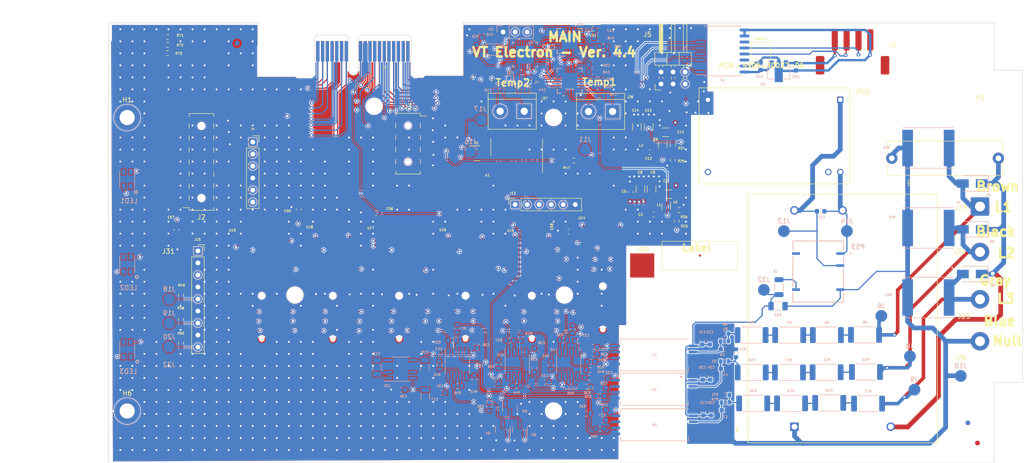
<source format=kicad_pcb>
(kicad_pcb (version 20221018) (generator pcbnew)
  (layers (0 "F.Cu" signal) (1 "In1.Cu" signal) (2 "In2.Cu" signal) (31 "B.Cu" signal) (34 "B.Paste" user) (35 "F.Paste" user) (36 "B.SilkS" user "B.Silkscreen") (37 "F.SilkS" user "F.Silkscreen") (38 "B.Mask" user) (39 "F.Mask" user) (44 "Edge.Cuts" user))
  (net 0 "")
  (net 1 "GND")
  (net 2 "/SDAT7")
  (net 3 "+3V3")
  (net 4 "/uDTR")
  (net 5 "/uDCD")
  (net 6 "/uPWRKEY")
  (net 7 "/Alim")
  (net 8 "/uStatus")
  (net 9 "/RxD")
  (net 10 "/TxD")
  (net 11 "/SYN")
  (net 12 "/SCL")
  (net 13 "/SDAT2")
  (net 14 "/SCS")
  (net 15 "/SDAT3")
  (net 16 "/SDAT4")
  (net 17 "/SDAT5")
  (net 18 "/SDAT6")
  (net 19 "/UCC")
  (net 20 "/UR")
  (net 21 "/US")
  (net 22 "/UT")
  (net 23 "/UR+")
  (net 24 "/US+")
  (net 25 "Net-(R5-Pad2)")
  (net 26 "Net-(R6-Pad2)")
  (net 27 "Net-(R7-Pad2)")
  (net 28 "Net-(R10-Pad2)")
  (net 29 "Net-(R11-Pad2)")
  (net 30 "Net-(R12-Pad2)")
  (net 31 "Net-(R17-Pad2)")
  (net 32 "Net-(R18-Pad2)")
  (net 33 "Net-(R19-Pad2)")
  (net 34 "/RS485_RxD")
  (net 35 "/IRQ2")
  (net 36 "/READY")
  (net 37 "/SCLK")
  (net 38 "/MISO")
  (net 39 "/MOSI")
  (net 40 "/SS")
  (net 41 "/RS485_TxD")
  (net 42 "/RS485_DE")
  (net 43 "/BT_RxD")
  (net 44 "/BT_TxD")
  (net 45 "/LED3")
  (net 46 "/LED2")
  (net 47 "/LED1")
  (net 48 "/SW1")
  (net 49 "/BST1")
  (net 50 "/UT+")
  (net 51 "/ADE_Reset")
  (net 52 "/Enable")
  (net 53 "/BT_RTS")
  (net 54 "/BT_CTS")
  (net 55 "GNDS")
  (net 56 "/InfoV")
  (net 57 "/+5V")
  (net 58 "/US_Iso")
  (net 59 "/UR_Iso")
  (net 60 "/UT_Iso")
  (net 61 "/FB1")
  (net 62 "/VGSM")
  (net 63 "Net-(R1-Pad1)")
  (net 64 "Net-(R4-Pad1)")
  (net 65 "Net-(R16-Pad1)")
  (net 66 "/+3V67")
  (net 67 "/SW2")
  (net 68 "/BST2")
  (net 72 "/L1")
  (net 73 "/L2")
  (net 74 "/L3")
  (net 75 "/VCC2")
  (net 76 "/Vin")
  (net 77 "GND1")
  (net 78 "/U5V_Iso")
  (net 79 "/IRQ1")
  (net 80 "/iUR-")
  (net 81 "/iUR+")
  (net 82 "/iUS+")
  (net 83 "/iUS-")
  (net 84 "/iUT+")
  (net 85 "/iUT-")
  (net 86 "Earth")
  (net 89 "/Vopto")
  (net 90 "/+3V3_UC")
  (net 91 "Net-(LED1-Pad4)")
  (net 92 "Net-(LED2-Pad4)")
  (net 93 "Net-(LED3-Pad4)")
  (net 94 "Net-(R38-Pad1)")
  (net 95 "Net-(R39-Pad1)")
  (net 96 "Net-(R40-Pad1)")
  (net 97 "Net-(R41-Pad1)")
  (net 98 "Net-(R42-Pad1)")
  (net 99 "/-3V3")
  (net 100 "Net-(R27-Pad2)")
  (net 101 "Net-(R29-Pad2)")
  (net 102 "Net-(R31-Pad2)")
  (net 103 "Net-(K1-Pad1)")
  (net 104 "Net-(K1-Pad8)")
  (net 106 "Net-(R43-Pad1)")
  (net 107 "/C+")
  (net 108 "/C-")
  (net 113 "Net-(R2-Pad1)")
  (net 116 "Net-(R3-Pad1)")
  (net 119 "Net-(R15-Pad1)")
  (net 120 "Net-(J2-Pad9)")
  (net 121 "Net-(J2-Pad10)")
  (net 122 "Net-(J2-Pad11)")
  (net 123 "Net-(J2-Pad12)")
  (net 124 "Net-(J2-Pad13)")
  (net 125 "/FB2")
  (net 126 "/B-")
  (net 127 "/A+")
  (net 131 "/OSC32_IN")
  (net 132 "Net-(C42-Pad2)")
  (net 133 "/OSC32_OUT")
  (net 134 "Net-(C45-Pad1)")
  (net 135 "Net-(C45-Pad2)")
  (net 136 "Net-(C46-Pad1)")
  (net 137 "Net-(C46-Pad2)")
  (net 138 "/Temp_Txd")
  (net 139 "/SDIx")
  (net 140 "/SCLKx")
  (net 141 "/CS2")
  (net 142 "/SDO2")
  (net 143 "/CS1")
  (net 144 "/SDO1")
  (net 145 "/RDY1")
  (net 146 "/RDY2")
  (net 149 "Net-(R34-Pad2)")
  (net 150 "Net-(R51-Pad2)")
  (net 151 "/ISO_Txd")
  (net 155 "Net-(R34-Pad1)")
  (net 156 "Net-(R51-Pad1)")
  (net 157 "Net-(R52-Pad2)")
  (net 158 "Net-(R53-Pad1)")
  (net 159 "Net-(J21-Pad2)")
  (net 160 "Net-(J21-Pad3)")
  (net 175 "Net-(L3-Pad1)")
  (footprint "TestPoint:TestPoint_Pad_5.1x5.1mm" (layer "F.Cu") (at 112.6998 35.2552)
    (fp_text reference "J30")
    (fp_text value "Conn_01x01_Male" hide)
  )
  (footprint "Capacitor_SMD:C_0603_1608Metric" (layer "F.Cu") (at 56.525 24.2 180)
    (fp_text reference "C56")
    (fp_text value "100n")
  )
  (footprint "Capacitor_SMD:C_1206_3216Metric" (layer "F.Cu") (at 118.3132 20.193 180)
    (fp_text reference "C2")
    (fp_text value "10uF/16V" hide)
  )
  (footprint "TerminalBlock:TerminalBlock_bornier-2_P5.08mm" (layer "F.Cu") (at 87.8 2.667 180)
    (fp_text reference "J27")
    (fp_text value "Conn_01x02_Female")
  )
  (footprint "MountingHole:MountingHole_3.2mm_M3_ISO14580_Pad_TopBottom" (layer "F.Cu") (at 4 4)
    (fp_text reference "H1")
    (fp_text value "MountingHole")
  )
  (footprint "Capacitor_SMD:C_0603_1608Metric" (layer "F.Cu") (at 97.1042 28.067 180)
    (fp_text reference "C58")
    (fp_text value "100n")
  )
  (footprint "Connector_PinSocket_2.54mm:PinSocket_2x08_P2.54mm_Vertical_SMD_MOD" (layer "F.Cu") (at 19.675 13.385 180)
    (fp_text reference "J2")
    (fp_text value "Conn_02x08_Counter_Clockwise" hide)
  )
  (footprint "PCI_SMD_MOD:10061913-100CLF" (layer "F.Cu") (at 61.4 41.65 -90)
    (fp_text reference "U17")
    (fp_text value "10061913-100CLF")
  )
  (footprint "Capacitor_SMD:C_1206_3216Metric" (layer "F.Cu") (at 114.0714 5.969 90)
    (fp_text reference "C13")
    (fp_text value "22uF/6,3V" hide)
  )
  (footprint "Connector_Wire:DELTA_SolderWire-1.5sqmm_1x01_D1.7mm_OD3.9mm" (layer "F.Cu") (at 184.3278 22.7838)
    (fp_text reference "J23")
    (fp_text value "Conn_01x01_Female" hide)
  )
  (footprint "Connector_Wire:DELTA_R_SolderWire-1.5sqmm_1x01_D1.7mm_OD3.9mm" (layer "F.Cu") (at 184 51.26)
    (fp_text reference "J26")
    (fp_text value "Conn_01x01_Female" hide)
  )
  (footprint "Resistor_SMD:R_0603_1608Metric" (layer "F.Cu") (at 15.367 41.529 90)
    (fp_text reference "R49")
    (fp_text value "3k")
  )
  (footprint "TestPoint:TestPoint_Pad_5.1x5.1mm" (layer "F.Cu") (at 105.8672 14.1478)
    (fp_text reference "J29" hide)
    (fp_text value "Conn_01x01_Male" hide)
  )
  (footprint "Connector_PinHeader_2.54mm:PinHeader_2x03_P2.54mm_Horizontal" (layer "F.Cu") (at 116.68 -3.085 90)
    (fp_text reference "J5")
    (fp_text value "DS1022-2*10RF11x3" hide)
  )
  (footprint "Resistor_SMD:R_0603_1608Metric" (layer "F.Cu") (at 98.27 13.08)
    (fp_text reference "R47")
    (fp_text value "47")
  )
  (footprint "Capacitor_SMD:C_1206_3216Metric" (layer "F.Cu") (at 114.681 19.1008 90)
    (fp_text reference "C9")
    (fp_text value "22uF/6,3V" hide)
  )
  (footprint "Connector_PinSocket_2.54mm:PinSocket_2x05_P2.54mm_Vertical_SMD" (layer "F.Cu") (at 63.275 9.525)
    (fp_text reference "J3")
    (fp_text value "Conn_02x05_Counter_Clockwise")
  )
  (footprint "Connector_JST:A2501-SR04-XH4AWB" (layer "F.Cu") (at 157.099 -9.5504)
    (fp_text reference "J1")
    (fp_text value "Conn_01x04_Male")
  )
  (footprint "Inductanta744:744383130033" (layer "F.Cu") (at 114.1222 9.4742 -90)
    (fp_text reference "L2")
    (fp_text value "744383130033" hide)
  )
  (footprint "Capacitor_SMD:C_0603_1608Metric" (layer "F.Cu") (at 40.2 23.425 90)
    (fp_text reference "C55")
    (fp_text value "100n")
  )
  (footprint "PCI_SMD_MOD:10061913-100CLF" (layer "F.Cu") (at 89.4 41.65 -90)
    (fp_text reference "U15")
    (fp_text value "10061913-100CLF")
  )
  (footprint "TerminalBlock:TerminalBlock_bornier-2_P5.08mm" (layer "F.Cu") (at 106.4514 2.7178 180)
    (fp_text reference "J28")
    (fp_text value "Conn_01x02_Female")
  )
  (footprint "Capacitor_SMD:C_1206_3216Metric" (layer "F.Cu") (at 112.3188 19.1262 90)
    (fp_text reference "C8")
    (fp_text value "22uF/6,3V" hide)
  )
  (footprint "MountingHole:MountingHole_3.2mm_M3" (layer "F.Cu") (at 178.7144 74.0918)
    (fp_text reference "H12" hide)
    (fp_text value "MountingHole" hide)
  )
  (footprint "MountingHole:MountingHole_3.2mm_M3" (layer "F.Cu") (at 173.1746 -5.9968)
    (fp_text reference "H8" hide)
    (fp_text value "MountingHole" hide)
  )
  (footprint "Capacitor_SMD:C_0603_1608Metric" (layer "F.Cu") (at 102.3366 -14.7828 180)
    (fp_text reference "C51")
    (fp_text value "4,7n" hide)
  )
  (footprint "MountingHole:MountingHole_3.2mm_M3" (layer "F.Cu") (at 56.125 1.61)
    (fp_text reference "H9" hide)
    (fp_text value "MountingHole" hide)
  )
  (footprint "Relay_SMD:Relay_Fujitsu_FTR-B4GA003" (layer "F.Cu") (at 86.2076 12.0396 90)
    (fp_text reference "K1")
    (fp_text value "FTR-B4GA003Z-B05")
  )
  (footprint "Inductanta744:744383130033" (layer "F.Cu") (at 114.7064 22.4282 -90)
    (fp_text reference "L1")
    (fp_text value "744383130033" hide)
  )
  (footprint "MountingHole:MountingHole_3.2mm_M3" (layer "F.Cu") (at -16.8 19)
    (fp_text reference "H4" hide)
    (fp_text value "MountingHole" hide)
  )
  (footprint "TestPoint:TestPoint_Pad_5.1x5.1mm" (layer "F.Cu") (at 12.6492 35.7632)
    (fp_text reference "J31")
    (fp_text value "Conn_01x01_Male" hide)
  )
  (footprint "Resistor_SMD:R_0603_1608Metric" (layer "F.Cu") (at 15.367 51.6636 90)
    (fp_text reference "R50")
    (fp_text value "3k")
  )
  (footprint "Capacitor_THT:C_Rect_L24.0mm_W7.0mm_P22.50mm_MKT" (layer "F.Cu") (at 187.8816 12.5984 180)
    (fp_text reference "C52")
    (fp_text value "F862DI224K310ZLH0J")
  )
  (footprint "Fiducial:Fiducial_1mm_Mask2mm" (layer "F.Cu") (at 183.4642 72.771)
    (fp_text reference "FID3" hide)
    (fp_text value "Fiducial" hide)
  )
  (footprint "Fiducial:Fiducial_1mm_Mask2mm" (layer "F.Cu") (at 28.1178 -6.7564)
    (fp_text reference "FID4" hide)
    (fp_text value "Fiducial" hide)
  )
  (footprint "Resistor_SMD:R_0603_1608Metric" (layer "F.Cu") (at 119.1768 9.906 90)
    (fp_text reference "R24")
    (fp_text value "4k7")
  )
  (footprint "Package_TO_SOT_SMD:SOT-563" (layer "F.Cu") (at 117.7798 22.8092 -90)
    (fp_text reference "U1")
    (fp_text value "AP62250Z6" hide)
  )
  (footprint "PCI_SMD_MOD:10061913-100CLF" (layer "F.Cu") (at 32.4 41.65 -90)
    (fp_text reference "U19")
    (fp_text value "10061913-100CLF")
  )
  (footprint "Connector_PCBEdge:BUS_PCIexpress_x1" (layer "F.Cu") (at 63.25 -10 180)
    (fp_text reference "J7")
    (fp_text value "Bus_PCI_Express_x1_MOD")
    (fp_line (start -0.65 -4.95) (end -0.65 2.95) (stroke (width 0.1)) (layer "Edge.Cuts"))
    (fp_line (start -0.65 2.95) (end -0.15 3.45) (stroke (width 0.1)) (layer "Edge.Cuts"))
    (fp_line (start -0.15 3.45) (end 10.05 3.45) (stroke (width 0.1)) (layer "Edge.Cuts"))
    (fp_line (start 10.55 -4) (end 10.55 2.95) (stroke (width 0.1)) (layer "Edge.Cuts"))
    (fp_line (start 10.55 2.95) (end 10.05 3.45) (stroke (width 0.1)) (layer "Edge.Cuts"))
    (fp_line (start 12.45 -4) (end 12.45 2.95) (stroke (width 0.1)) (layer "Edge.Cuts"))
    (fp_line (start 12.45 2.95) (end 12.95 3.45) (stroke (width 0.1)) (layer "Edge.Cuts"))
    (fp_line (start 12.95 3.45) (end 19.15 3.45) (stroke (width 0.1)) (layer "Edge.Cuts"))
    (fp_line (start 19.65 -4.95) (end 19.65 2.95) (stroke (width 0.1)) (layer "Edge.Cuts"))
    (fp_line (start 19.65 2.95) (end 19.15 3.45) (stroke (width 0.1)) (layer "Edge.Cuts"))
    (fp_arc (start 10.55 -4) (mid 11.5 -4.95) (end 12.45 -4) (stroke (width 0.1)) (layer "Edge.Cuts"))
  )
  (footprint "Symbol:Eticheta" (layer "F.Cu") (at 124.8664 33.147 180)
    (fp_text reference "TP1" hide)
    (fp_text value "Eticheta" hide)
  )
  (footprint "PCI_SMD_MOD:10061913-100CLF" (layer "F.Cu") (at 75.41 41.63 -90)
    (fp_text reference "U16")
    (fp_text value "10061913-100CLF")
  )
  (footprint "Capacitor_SMD:C_0603_1608Metric" (layer "F.Cu") (at 14.45 27.725 -90)
    (fp_text reference "C57")
    (fp_text value "100n")
  )
  (footprint "Resistor_SMD:R_0603_1608Metric" (layer "F.Cu") (at 12.5476 -13.0048)
    (fp_text reference "R71")
    (fp_text value "220" hide)
  )
  (footprint "Capacitor_SMD:C_1206_3216Metric" (layer "F.Cu") (at 111.5822 5.969 90)
    (fp_text reference "C14")
    (fp_text value "22uF/6,3V" hide)
  )
  (footprint "MountingHole:MountingHole_3.2mm_M3" (layer "F.Cu") (at 96.3168 41.6052)
    (fp_text reference "H7" hide)
    (fp_text value "MountingHole" hide)
  )
  (footprint "Resistor_SMD:R_0603_1608Metric" (layer "F.Cu") (at 12.5476 -11.3284)
    (fp_text reference "R72")
    (fp_text value "220" hide)
  )
  (footprint "Resistor_SMD:R_0603_1608Metric" (layer "F.Cu") (at 119.9896 25.8826 -90)
    (fp_text reference "R23")
    (fp_text value "4k7")
  )
  (footprint "PCI_SMD_MOD:10061913-100CLF" (layer "F.Cu") (at 47.4 41.65 -90)
    (fp_text reference "U18")
    (fp_text value "10061913-100CLF")
  )
  (footprint "Package_TO_SOT_SMD:SOT-563" (layer "F.Cu") (at 117.0432 9.7536 -90)
    (fp_text reference "U8")
    (fp_text value "AP62250Z6" hide)
  )
  (footprint "Capacitor_SMD:C_0603_1608Metric" (layer "F.Cu") (at 115.0874 24.4856)
    (fp_text reference "C3")
    (fp_text value "100n" hide)
  )
  (footprint "THM 10-0511:CONV_THM_10-0511" (layer "F.Cu") (at 140.61 7.87 180)
    (fp_text reference "PS2")
    (fp_text value "THM_10-0511")
  )
  (footprint "Connector_PinSocket_2.54mm:PinSocket_1x06_P2.54mm_Vertical" (layer "F.Cu") (at 85.877 22.3778 90)
    (fp_text reference "J13")
    (fp_text value "Conn_01x06_Female" hide)
  )
  (footprint "MountingHole:MountingHole_3.2mm_M3_ISO14580_Pad_TopBottom" (layer "F.Cu") (at 4 66)
    (fp_text reference "H6")
    (fp_text value "MountingHole")
  )
  (footprint "RAC15:CONV_RAC15-12SK_480" (layer "F.Cu") (at 154.99 46.4575 90)
    (fp_text reference "PS1")
    (fp_text value "RAC15-05SK/480")
  )
  (footprint "MountingHole:MountingHole_3.2mm_M3" (layer "F.Cu") (at 94 4)
    (fp_text reference "H3" hide)
    (fp_text value "MountingHole")
  )
  (footprint "Resistor_SMD:R_0603_1608Metric" (layer "F.Cu") (at 119.1768 13.0048 90)
    (fp_text reference "R25")
    (fp_text value "1k3")
  )
  (footprint "Capacitor_SMD:C_0603_1608Metric" (layer "F.Cu") (at 114.3124 11.303)
    (fp_text reference "C12")
    (fp_text value "100n")
  )
  (footprint "Connector_Wire:DELTA_R_SolderWire-1.5sqmm_1x01_D1.7mm_OD3.9mm" (layer "F.Cu") (at 184 32.4)
    (fp_text reference "J24")
    (fp_text value "Conn_01x01_Female" hide)
  )
  (footprint "Package_TO_SOT_SMD:SOT-23" (layer "F.Cu") (at 77.851 11.557)
    (fp_text reference "Q1")
    (fp_text value "DTC143T")
  )
  (footprint "MountingHole:MountingHole_3.2mm_M3" (layer "F.Cu") (at 129.032 41.4782)
    (fp_text reference "H10" hide)
    (fp_text value "MountingHole" hide)
  )
  (footprint "Capacitor_SMD:C_0603_1608Metric" (layer "F.Cu") (at 110.2614 19.7612 90)
    (fp_text reference "C5")
    (fp_text value "100n")
  )
  (footprint "MountingHole:MountingHole_3.2mm_M3" (layer "F.Cu") (at -22.5937 28.3981)
    (fp_text reference "H5" hide)
    (fp_text value "MountingHole" hide)
  )
  (footprint "MountingHole:MountingHole_3.2mm_M3" (layer "F.Cu") (at 184 4)
    (fp_text reference "H2")
    (fp_text value "MountingHole")
  )
  (footprint "Resistor_SMD:R_0603_1608Metric" (layer "F.Cu") (at 120.4468 23.5712 180)
    (fp_text reference "R26")
    (fp_text value "1k5" hide)
  )
  (footprint "MountingHole:MountingHole_3.2mm_M3" (layer "F.Cu") (at 39.4114 41.5036)
    (fp_text reference "H11" hide)
    (fp_text value "MountingHole" hide)
  )
  (footprint "Resistor_SMD:R_0603_1608Metric" (layer "F.Cu") (at 12.4968 -9.6012)
    (fp_text reference "R73")
    (fp_text value "220" hide)
  )
  (footprint "Resistor_SMD:R_0603_1608Metric" (layer "F.Cu") (at 15.367 46.609 90)
    (fp_text reference "R48")
    (fp_text value "3k")
  )
  (footprint "Connector_PinSocket_2.54mm:PinSocket_1x06_P2.54mm_Vertical" (layer "F.Cu") (at 30.5054 9.1694)
    (fp_text reference "J4")
    (fp_text value "Conn_01x06_Female")
  )
  (footprint "Connector_Wire:DELTA_R_SolderWire-1.5sqmm_1x01_D1.7mm_OD3.9mm" (layer "F.Cu") (at 184 42.4)
    (fp_text reference "J25")
    (fp_text value "Conn_01x01_Female" hide)
  )
  (footprint "Connector_PinSocket_2.54mm:PinSocket_1x09_P2.54mm_Vertical" (layer "F.Cu") (at 18.925 32.18)
    (fp_text reference "J15")
    (fp_text value "DS1002-03-1*36131(9)")
  )
  (footprint "PCI_SMD_MOD:10061913-100CLF" (layer "F.Cu") (at 104.4 39.65 -90)
    (fp_text reference "U14")
    (fp_text value "10061913-100CLF")
  )
  (footprint "Capacitor_SMD:C_1206_3216Metric" (layer "F.Cu") (at 117.6528 7.112 180)
    (fp_text reference "C11")
    (fp_text value "10uF/16V")
  )
  (footprint "Resistor_SMD:R_0603_1608Metric" (layer "B.Cu") (at 130.0779 51.2612 180)
    (fp_text reference "R4")
    (fp_text value "10")
  )
  (footprint "Capacitor_SMD:C_0603_1608Metric" (layer "B.Cu") (at 127.0762 58.6232 90)
    (fp_text reference "C24")
    (fp_text value "100n" hide)
  )
  (footprint "MOVS4032V510:MOVS4032V460" (layer "B.Cu") (at 173.1 42.025 180)
    (fp_text reference "RV3")
    (fp_text value "MOVS4032V510" hide)
  )
  (footprint "Resistor_SMD:R_0603_1608Metric" (layer "B.Cu") (at 97.65 60.85)
    (fp_text reference "R45")
    (fp_text value "15k")
  )
  (footprint "TestPoint:TestPoint_DELTA" (layer "B.Cu") (at 12.8778 47.4726 180)
    (fp_text reference "J19")
    (fp_text value "Conn_01x01_Female" hide)
  )
  (footprint "TestPoint:TestPoint_DELTA" (layer "B.Cu") (at 12.8778 52.4764 180)
    (fp_text reference "J20")
    (fp_text value "Conn_01x01_Female" hide)
  )
  (footprint "Connector_PinHeader_2.54mm:PinHeader_1x03_P2.54mm_Vertical" (layer "B.Cu") (at 83.3524 -14.0716 -90)
    (fp_text reference "J21")
    (fp_text value "Conn_01x03_Male")
  )
  (footprint "Resistor_SMD:R_2512_6332Metric" (layer "B.Cu") (at 159.7279 49.9112 180)
    (fp_text reference "R5")
    (fp_text value "249k")
  )
  (footprint "Resistor_SMD:R_2512_6332Metric" (layer "B.Cu") (at 136.1229 64.3912 180)
    (fp_text reference "R20")
    (fp_text value "249k")
  )
  (footprint "Capacitor_SMD:C_0603_1608Metric" (layer "B.Cu") (at 121.6406 -8.7376 90)
    (fp_text reference "C1")
    (fp_text value "100n")
  )
  (footprint "Capacitor_SMD:C_0603_1608Metric" (layer "B.Cu") (at 125.6284 66.1416 90)
    (fp_text reference "C22")
    (fp_text value "1uF" hide)
  )
  (footprint "Resistor_SMD:R_0603_1608Metric" (layer "B.Cu") (at 100.9142 66.5734)
    (fp_text reference "R32")
    (fp_text value "3k")
  )
  (footprint "Resistor_SMD:R_0603_1608Metric" (layer "B.Cu") (at 89.916 56.9722 90)
    (fp_text reference "R38")
    (fp_text value "3k")
  )
  (footprint "Capacitor_SMD:C_1206_3216Metric" (layer "B.Cu") (at 56.71 56.76 90)
    (fp_text reference "C18")
    (fp_text value "10u")
  )
  (footprint "Capacitor_SMD:C_0603_1608Metric" (layer "B.Cu") (at 103.3272 -12.8016)
    (fp_text reference "C48")
    (fp_text value "100n")
  )
  (footprint "Package_SO:SO-8_3.9x4.9mm_P1.27mm" (layer "B.Cu") (at 97.183554 56.11 -90)
    (fp_text reference "U3")
    (fp_text value "LM358")
  )
  (footprint "Capacitor_SMD:C_1206_3216Metric" (layer "B.Cu") (at 66.81 56.75 90)
    (fp_text reference "C19")
    (fp_text value "10u")
  )
  (footprint "Capacitor_SMD:C_0603_1608Metric" (layer "B.Cu") (at 150.368 23.7998)
    (fp_text reference "C15")
    (fp_text value "100n")
  )
  (footprint "Capacitor_SMD:C_0603_1608Metric" (layer "B.Cu") (at 92.9386 -9.398 180)
    (fp_text reference "C42")
    (fp_text value "1u")
  )
  (footprint "Capacitor_SMD:C_0603_1608Metric" (layer "B.Cu") (at 130.0779 57.0612)
    (fp_text reference "C4")
    (fp_text value "1n")
  )
  (footprint "Resistor_SMD:R_2512_6332Metric" (layer "B.Cu") (at 143.7279 49.9612 180)
    (fp_text reference "R7")
    (fp_text value "249k")
  )
  (footprint "Crystal:Crystal_SMD_EuroQuartz_EQ161-2Pin_3.2x1.5mm" (layer "B.Cu") (at 87.503 -4.0894)
    (fp_text reference "Y1")
    (fp_text value "ECS-.327-6-34B-C-TR")
  )
  (footprint "LedSMD_Cree:CLM2D-GPC-CB0E0793" (layer "B.Cu") (at 4 17 90)
    (fp_text reference "LED1")
    (fp_text value "CLM2D-GPC-CB0E0793" hide)
  )
  (footprint "Resistor_SMD:R_0603_1608Metric" (layer "B.Cu") (at 84.75 51.1)
    (fp_text reference "R37")
    (fp_text value "3k")
  )
  (footprint "Fiducial:Fiducial_1mm_Mask2mm" (layer "B.Cu") (at 27.2034 -11.684 180)
    (fp_text reference "FID1" hide)
    (fp_text value "Fiducial" hide)
  )
  (footprint "MOVS4032V510:MOVS4032V460" (layer "B.Cu") (at 173.1 10.425 180)
    (fp_text reference "RV1")
    (fp_text value "MOVS4032V510" hide)
  )
  (footprint "TestPoint:TestPoint_DELTA" (layer "B.Cu") (at 138.3792 40.4114 180)
    (fp_text reference "J32")
    (fp_text value "Conn_01x01_Female" hide)
  )
  (footprint "Resistor_SMD:R_0603_1608Metric" (layer "B.Cu") (at 101.9048 55.6006)
    (fp_text reference "R27")
    (fp_text value "3k")
  )
  (footprint "Capacitor_SMD:C_0603_1608Metric" (layer "B.Cu") (at 70.358 62.1538 180)
    (fp_text reference "C34")
    (fp_text value "100n" hide)
  )
  (footprint "Resistor_SMD:R_2512_6332Metric" (layer "B.Cu") (at 151.6779 49.9612 180)
    (fp_text reference "R6")
    (fp_text value "249k")
  )
  (footprint "Resistor_SMD:R_0603_1608Metric" (layer "B.Cu") (at 77.3 59.3 -90)
    (fp_text reference "R42")
    (fp_text value "3k")
  )
  (footprint "Resistor_SMD:R_0603_1608Metric" (layer "B.Cu") (at 69.93 56.34 90)
    (fp_text reference "R43")
    (fp_text value "3k")
  )
  (footprint "Capacitor_SMD:C_0603_1608Metric" (layer "B.Cu") (at 102.3874 54.0258 180)
    (fp_text reference "C28")
    (fp_text value "100n" hide)
  )
  (footprint "AMC1400:AMC1400QDWLRQ1" (layer "B.Cu") (at 115.22 61.42 180)
    (fp_text reference "U4")
    (fp_text value "AMC1400QDWLRQ1" hide)
  )
  (footprint "Capacitor_SMD:C_0603_1608Metric" (layer "B.Cu") (at 104.2162 61.1124 180)
    (fp_text reference "C29")
    (fp_text value "100n" hide)
  )
  (footprint "Resistor_SMD:R_0603_1608Metric" (layer "B.Cu") (at 104.5464 -9.4742)
    (fp_text reference "R34")
    (fp_text value "2k 0.1%")
  )
  (footprint "Capacitor_SMD:C_1206_3216Metric" (layer "B.Cu") (at 141.3764 43.8404)
    (fp_text reference "C53")
    (fp_text value "10uF/16V")
  )
  (footprint "Resistor_SMD:R_0603_1608Metric" (layer "B.Cu") (at 101.025 60.875)
    (fp_text reference "R30")
    (fp_text value "3k")
  )
  (footprint "Capacitor_SMD:C_0603_1608Metric" (layer "B.Cu") (at 102.3874 52.4764 180)
    (fp_text reference "C31")
    (fp_text value "1uF" hide)
  )
  (footprint "TestPoint:TestPoint_DELTA" (layer "B.Cu") (at 179.9336 58.5978 180)
    (fp_text reference "J10")
    (fp_text value "Conn_01x01_Female" hide)
  )
  (footprint "Resistor_SMD:R_0603_1608Metric" (layer "B.Cu") (at 103.8098 69.7484)
    (fp_text reference "R31")
    (fp_text value "3k")
  )
  (footprint "Capacitor_SMD:C_0603_1608Metric" (layer "B.Cu") (at 90.7542 52.7558)
    (fp_text reference "C38")
    (fp_text value "100n" hide)
  )
  (footprint "LedSMD_Cree:CLM2D-GPC-CB0E0793" (layer "B.Cu") (at 4 35 90)
    (fp_text reference "LED2")
    (fp_text value "CLM2D-GPC-CB0E0793" hide)
  )
  (footprint "Package_SO:VSSOP-8_2.4x2.1mm_P0.5mm" (layer "B.Cu") (at 81.2038 -10.3632 180)
    (fp_text reference "U9")
    (fp_text value "74LVC2G157")
  )
  (footprint "TestPoint:TestPoint_DELTA" (layer "B.Cu") (at 100.6348 10.7442 180)
    (fp_text reference "J11")
    (fp_text value "Conn_01x01_Female" hide)
  )
  (footprint "AMC1400:AMC1400QDWLRQ1" (layer "B.Cu") (at 115.32 68.92 180)
    (fp_text reference "U6")
    (fp_text value "AMC1400QDWLRQ1" hide)
  )
  (footprint "Package_TO_SOT_SMD:SOT-23" (layer "B.Cu") (at 84.7852 65.4304 -90)
    (fp_text reference "Q3")
    (fp_text value "DTC143E" hide)
  )
  (footprint "Capacitor_SMD:C_1206_3216Metric" (layer "B.Cu") (at 66.95 62.95 90)
    (fp_text reference "C17")
    (fp_text value "10u")
  )
  (footprint "Resistor_SMD:R_2512_6332Metric" (layer "B.Cu") (at 143.6779 57.8612 180)
    (fp_text reference "R12")
    (fp_text value "249k")
  )
  (footprint "Resistor_SMD:R_0603_1608Metric" (layer "B.Cu") (at 97.9932 48.7426 90)
    (fp_text reference "R3")
    (fp_text value "3k")
  )
  (footprint "Capacitor_SMD:C_0603_1608Metric" (layer "B.Cu") (at 130.2529 65.8312)
    (fp_text reference "C7")
    (fp_text value "1n")
  )
  (footprint "Resistor_SMD:R_0603_1608Metric" (layer "B.Cu") (at 103.3018 -4.064)
    (fp_text reference "R51")
    (fp_text value "2k 0.1%")
  )
  (footprint "TestPoint:TestPoint_DELTA" (layer "B.Cu") (at 12.8778 58.3692 180)
    (fp_text reference "J22")
    (fp_text value "Conn_01x01_Female")
  )
  (footprint "Capacitor_SMD:C_0603_1608Metric" (layer "B.Cu") (at 102.1842 -5.6388)
    (fp_text reference "C49")
    (fp_text value "100n")
  )
  (footprint "Capacitor_SMD:C_0603_1608Metric" (layer "B.Cu") (at 82.55 -1.7272)
    (fp_text reference "C45")
    (fp_text value "10n")
  )
  (footprint "MOVS4032V510:MOVS4032V460" (layer "B.Cu") (at 173.1 27.325 180)
    (fp_text reference "RV2")
    (fp_text value "MOVS4032V510" hide)
  )
  (footprint "Capacitor_SMD:C_0603_1608Metric" (layer "B.Cu") (at 81.6102 60.2488 180)
    (fp_text reference "C35")
    (fp_text value "100n" hide)
  )
  (footprint "Resistor_SMD:R_0603_1608Metric" (layer "B.Cu") (at 132.4779 53.7862 90)
    (fp_text reference "R14")
    (fp_text value "150")
  )
  (footprint "TestPoint:TestPoint_DELTA" (layer "B.Cu") (at 78.7908 4.4704 180)
    (fp_text reference "J17")
    (fp_text value "Conn_01x01_Female" hide)
  )
  (footprint "Capacitor_SMD:C_0603_1608Metric" (layer "B.Cu") (at 145.1356 -6.731 -90)
    (fp_text reference "C25")
    (fp_text value "100n")
  )
  (footprint "Diode_SMD:D_SMA" (layer "B.Cu") (at 182.372 37.0586 180)
    (fp_text reference "D6")
    (fp_text value "BYG21M-E3/TR")
  )
  (footprint "Capacitor_SMD:C_0603_1608Metric" (layer "B.Cu") (at 102.1842 -7.239)
    (fp_text reference "C50")
    (fp_text value "100n")
  )
  (footprint "TestPoint:TestPoint_DELTA" (layer "B.Cu") (at 170.1546 61.4934 180)
    (fp_text reference "J9")
    (fp_text value "Conn_01x01_Female" hide)
  )
  (footprint "Capacitor_SMD:C_0603_1608Metric" (layer "B.Cu") (at 99.2508 51.2318)
    (fp_text reference "C37")
    (fp_text value "100n" hide)
  )
  (footprint "NXE2S0505MC-R7:NXE2_SINGLE_SURFACE_MUR" (layer "B.Cu") (at 149.8346 36.5506 180)
    (fp_text reference "PS3")
    (fp_text value "NXE2S0505MC-R7")
  )
  (footprint "Capacitor_SMD:C_0603_1608Metric" (layer "B.Cu") (at 92.1766 59.9694 180)
    (fp_text reference "C33")
    (fp_text value "100n" hide)
  )
  (footprint "Resistor_SMD:R_2512_6332Metric" (layer "B.Cu") (at 151.6279 57.8112 180)
    (fp_text reference "R11")
    (fp_text value "249k")
  )
  (footprint "AMC1400:AMC1400QDWLRQ1" (layer "B.Cu") (at 115.27 54.17 180)
    (fp_text reference "U7")
    (fp_text value "AMC1400QDWLRQ1" hide)
  )
  (footprint "Fiducial:Fiducial_1mm_Mask2mm" (layer "B.Cu") (at 181.4322 68.5038 180)
    (fp_text reference "FID2" hide)
    (fp_text value "Fiducial" hide)
  )
  (footprint "Diode_SMD:D_SMA" (layer "B.Cu") (at 182.372 27.6098 180)
    (fp_text reference "D5")
    (fp_text value "BYG21M-E3/TR")
  )
  (footprint "TestPoint:TestPoint_DELTA" (layer "B.Cu") (at 163.1711 45.9074 180)
    (fp_text reference "J6")
    (fp_text value "Conn_01x01_Female" hide)
  )
  (footprint "Capacitor_SMD:C_0603_1608Metric" (layer "B.Cu") (at 103.7844 -0.635)
    (fp_text reference "C46")
    (fp_text value "10n")
  )
  (footprint "Resistor_SMD:R_2512_6332Metric" (layer "B.Cu") (at 144.1229 64.3912 180)
    (fp_text reference "R19")
    (fp_text value "249k")
  )
  (footprint "Resistor_SMD:R_0603_1608Metric" (layer "B.Cu") (at 73.75 60.74)
    (fp_text reference "R46")
    (fp_text value " 15k")
  )
  (footprint "Resistor_SMD:R_0603_1608Metric" (layer "B.Cu") (at 80.425 65.075 -90)
    (fp_text reference "R35")
    (fp_text value "1k")
  )
  (footprint "Capacitor_SMD:C_0603_1608Metric" (layer "B.Cu") (at 126.9492 51.181 90)
    (fp_text reference "C23")
    (fp_text value "1uF" hide)
  )
  (footprint "Diode_SMD:D_SMA" (layer "B.Cu") (at 182.372 17.9324 180)
    (fp_text reference "D4")
    (fp_text value "BYG21M-E3/TR")
  )
  (footprint "Resistor_SMD:R_2512_6332Metric" (layer "B.Cu") (at 135.7779 49.9612 180)
    (fp_text reference "R8")
    (fp_text value "249k")
  )
  (footprint "Capacitor_SMD:C_0603_1608Metric" (layer "B.Cu") (at 104.2924 67.9704 180)
    (fp_text reference "C27")
    (fp_text value "100n" hide)
  )
  (footprint "Resistor_SMD:R_0603_1608Metric" (layer "B.Cu") (at 93.44 56.37 90)
    (fp_text reference "R41")
    (fp_text value "3k")
  )
  (footprint "TestPoint:TestPoint_DELTA" (layer "B.Cu") (at 142.5956 27.9908 180)
    (fp_text reference "J12")
    (fp_text value "Conn_01x01_Female" hide)
  )
  (footprint "Capacitor_SMD:C_0603_1608Metric" (layer "B.Cu") (at 127.285648 66.167 90)
    (fp_text reference "C20")
    (fp_text value "100n" hide)
  )
  (footprint "TestPoint:TestPoint_DELTA" (layer "B.Cu") (at 76.5048 11.2522 180)
    (fp_text reference "J16")
    (fp_text value "Conn_01x01_Female" hide)
  )
  (footprint "TestPoint:TestPoint_DELTA" (layer "B.Cu") (at 169.2148 54.4576 180)
    (fp_text reference "J8")
    (fp_text value "Conn_01x01_Female" hide)
  )
  (footprint "MSP430FR2672TRHBR:VQFN32_5X5_TEX" (layer "B.Cu") (at 87.9602 -9.2964)
    (fp_text reference "U22")
    (fp_text value "MSP430FR2672TRHBR")
  )
  (footprint "Resistor_SMD:R_0603_1608Metric" (layer "B.Cu") (at 82.39 56.155 90)
    (fp_text reference "R39")
    (fp_text value "3k")
  )
  (footprint "Package_SO:SOIC-16W_7.5x10.3mm_P1.27mm" (layer "B.Cu") (at 129.64 -10.06)
    (fp_text reference "U2")
    (fp_text value "ISO3082DW")
  )
  (footprint "MAX31865:21-0140L_T2055-5_MXM" (layer "B.Cu") (at 97.3582 -12.1666 180)
    (fp_text reference "U11")
    (fp_text value "MAX31865ATP+T")
  )
  (footprint "Resistor_SMD:R_0603_1608Metric" (layer "B.Cu") (at 96.09 51.06)
    (fp_text reference "R36")
    (fp_text value "3k")
  )
  (footprint "Resistor_SMD:R_0603_1608Metric" (layer "B.Cu") (at 101.727 57.3786 180)
    (fp_text reference "R28")
    (fp_text value "3k")
  )
  (footprint "MAX31865:21-0140L_T2055-5_MXM" (layer "B.Cu") (at 97.3836 -3.7846 180)
    (fp_text reference "U20")
    (fp_text value "MAX31865ATP+T")
  )
  (footprint "Resistor_SMD:R_2512_6332Metric" (layer "B.Cu") (at 159.9279 57.7612 180)
    (fp_text reference "R10")
    (fp_text value "249k")
  )
  (footprint "Resistor_SMD:R_0603_1608Metric" (layer "B.Cu") (at 103.2764 -2.4638)
    (fp_text reference "R53")
    (fp_text value "2k 0.1%")
  )
  (footprint "Capacitor_SMD:C_0603_1608Metric" (layer "B.Cu") (at 104.648 59.1058 180)
    (fp_text reference "C32")
    (fp_text value "1uF" hide)
  )
  (footprint "Package_SO:SO-8_3.9x4.9mm_P1.27mm" (layer "B.Cu") (at 61.71 57.15)
    (fp_text reference "U21")
    (fp_text value "LM2662MX")
  )
  (footprint "TestPoint:TestPoint_DELTA" (layer "B.Cu") (at 155.9052 27.9908 180)
    (fp_text reference "J14")
    (fp_text value "Conn_01x01_Female" hide)
  )
  (footprint "Resistor_SMD:R_0603_1608Metric" (layer "B.Cu") (at 130.0779 49.6612 180)
    (fp_text reference "R9")
    (fp_text value "150")
  )
  (footprint "Capacitor_SMD:C_0603_1608Metric" (layer "B.Cu") (at 137.668 -6.8072 90)
    (fp_text reference "C10")
    (fp_text value "100n")
  )
  (footprint "Capacitor_SMD:C_0603_1608Metric" (layer "B.Cu") (at 77.8256 51.8792 90)
    (fp_text reference "C39")
    (fp_text value "100n" hide)
  )
  (footprint "TestPoint:TestPoint_DELTA" (layer "B.Cu") (at 12.8778 42.3926 180)
    (fp_text reference "J18")
    (fp_text value "Conn_01x01_Female" hide)
  )
  (footprint "Resistor_SMD:R_0603_1608Metric" (layer "B.Cu") (at 77.724 -10.4648 90)
    (fp_text reference "R33")
    (fp_text value "47k")
  )
  (footprint "Resistor_SMD:R_0603_1608Metric" (layer "B.Cu") (at 130.2729 62.5912 180)
    (fp_text reference "R21")
    (fp_text value "150")
  )
  (footprint "Package_TO_SOT_SMD:SOT-23" (layer "B.Cu") (at 86.868 69.8754 90)
    (fp_text reference "Q2")
    (fp_text value "DTC143E" hide)
  )
  (footprint "Package_SO:SO-8_3.9x4.9mm_P1.27mm" (layer "B.Cu") (at 86.323554 56.11 -90)
    (fp_text reference "U12")
    (fp_text value "LM358")
  )
  (footprint "Capacitor_SMD:C_0603_1608Metric" (layer "B.Cu") (at 85.9028 -1.8034 180)
    (fp_text reference "C41")
    (fp_text value "10p")
  )
  (footprint "Package_TO_SOT_SMD:SOT-23" (layer "B.Cu") (at 83.2866 69.8754 90)
    (fp_text reference "Q4")
    (fp_text value "DTC143E" hide)
  )
  (footprint "Resistor_SMD:R_0603_1608Metric" (layer "B.Cu") (at 72.58 51.08)
    (fp_text reference "R22")
    (fp_text value "3k")
  )
  (footprint "Resistor_SMD:R_0603_1608Metric" (layer "B.Cu") (at 130.0779 55.5112 180)
    (fp_text reference "R1")
    (fp_text value "10")
  )
  (footprint "Resistor_SMD:R_0603_1608Metric" (layer "B.Cu") (at 101.473 58.9788)
    (fp_text reference "R40")
    (fp_text value "3k")
  )
  (footprint "Package_SO:SO-8_3.9x4.9mm_P1.27mm" (layer "B.Cu") (at 73.683554 56.11 -90)
    (fp_text reference "U13")
    (fp_text value "LM358")
  )
  (footprint "Capacitor_SMD:C_0603_1608Metric" (layer "B.Cu") (at 61.849 61.5442 180)
    (fp_text reference "C36")
    (fp_text value "100n")
  )
  (footprint "Capacitor_SMD:C_0603_1608Metric" (layer "B.Cu") (at 103.3526 -14.4272)
    (fp_text reference "C47")
    (fp_text value "100n")
  )
  (footprint "Capacitor_SMD:C_0603_1608Metric" (layer "B.Cu") (at 89.1794 -1.8034)
    (fp_text reference "C44")
    (fp_text value "10p")
  )
  (footprint "Resistor_SMD:R_2512_6332Metric" (layer "B.Cu") (at 160.3729 64.4412 180)
    (fp_text reference "R17")
    (fp_text value "249k")
  )
  (footprint "Capacitor_SMD:C_0603_1608Metric" (layer "B.Cu") (at 104.267 65.786 180)
    (fp_text reference "C30")
    (fp_text value "1uF" hide)
  )
  (footprint "LedSMD_Cree:CLM2D-GPC-CB0E0793" (layer "B.Cu") (at 4 53 90)
    (fp_text reference "LED3")
    (fp_text value "CLM2D-GPC-CB0E0793" hide)
  )
  (footprint "Capacitor_SMD:C_0603_1608Metric" (layer "B.Cu") (at 125.476 58.6362 90)
    (fp_text reference "C26")
    (fp_text value "1uF" hide)
  )
  (footprint "Inductor_SMD:L_1206_3216Metric" (layer "B.Cu") (at 141.5796 39.8272 -90)
    (fp_text reference "L3")
    (fp_text value "CBC3225T220MR")
  )
  (footprint "Resistor_SMD:R_2512_6332Metric" (layer "B.Cu") (at 152.1729 64.2912 180)
    (fp_text reference "R18")
    (fp_text value "249k")
  )
  (footprint "Resistor_SMD:R_2512_6332Metric" (layer "B.Cu") (at 135.8138 57.8612 180)
    (fp_text reference "R13")
    (fp_text value "249k")
  )
  (footprint "Resistor_SMD:R_0603_1608Metric" (layer "B.Cu") (at 130.2729 64.1912 180)
    (fp_text reference "R16")
    (fp_text value "10")
  )
  (footprint "Resistor_SMD:R_0603_1608Metric" (layer "B.Cu") (at 86.1568 60.6806)
    (fp_text reference "R44")
    (fp_text value "15k")
  )
  (footprint "Capacitor_SMD:C_0603_1608Metric" (layer "B.Cu") (at 83.7184 -4.2672)
    (fp_text reference "C43")
    (fp_text value "100n")
  )
  (footprint "Resistor_SMD:R_0603_1608Metric" (layer "B.Cu") (at 87.09 50.365 90)
    (fp_text reference "R15")
    (fp_text value "3k")
  )
  (footprint "Resistor_SMD:R_0603_1608Metric" (layer "B.Cu") (at 103.8606 62.8396)
    (fp_text reference "R29")
    (fp_text value "3k")
  )
  (footprint "Capacitor_SMD:C_0603_1608Metric" (layer "B.Cu") (at 130.0779 52.9612)
    (fp_text reference "C6")
    (fp_text value "1n")
  )
  (footprint "Capacitor_SMD:C_0603_1608Metric" (layer "B.Cu") (at 125.3744 51.181 90)
    (fp_text reference "C21")
    (fp_text value "100n" hide)
  )
  (footprint "Resistor_SMD:R_0603_1608Metric" (layer "B.Cu") (at 73.66 48.565 90)
    (fp_text reference "R2")
    (fp_text value "3k")
  )
  (footprint "Resistor_SMD:R_0603_1608Metric" (layer "B.Cu") (at 104.521 -11.0744 180)
    (fp_text reference "R52")
    (fp_text value "2k 0.1%")
  )
  (footprint "Package_TO_SOT_SMD:SOT-89-3" (layer "B.Cu") (at 141.5288 -5.7912 -90)
    (fp_text reference "U5")
    (fp_text value "L78L05ACUTR" hide)
  )
  (footprint "Capacitor_SMD:C_0603_1608Metric" (layer "B.Cu") (at 78.8416 -13.703 90)
    (fp_text reference "C40")
    (fp_text value "100n")
  )
  (gr_circle (center 5.842 19.7358) (end 6.152047 19.7358) (stroke (width 0.2)) (fill none) (layer "B.SilkS"))
  (gr_circle (center 6.1468 55.5752) (end 6.456847 55.5752) (stroke (width 0.2)) (fill none) (layer "B.SilkS"))
  (gr_circle (center 6.0452 37.6682) (end 6.355247 37.6682) (stroke (width 0.2)) (fill none) (layer "B.SilkS"))
  (gr_rect (start 135.6614 -12.0396) (end 139.7762 -8.382) (stroke (width 0.1)) (fill none) (layer "F.SilkS"))
  (gr_line (start 63.9 -5.05) (end 64.52 -4.43) (stroke (width 0.1)) (layer "Edge.Cuts"))
  (gr_line (start 39.83 -4.43) (end 39.55 -4.71) (stroke (width 0.1)) (layer "Edge.Cuts"))
  (gr_line (start 187 -16) (end 187 -6) (stroke (width 0.1)) (layer "Edge.Cuts"))
  (gr_line (start 31.55 -4.71) (end 31.55 -16) (stroke (width 0.1)) (layer "Edge.Cuts"))
  (gr_line (start 64.52 -4.43) (end 66.45 -4.43) (stroke (width 0.1)) (layer "Edge.Cuts"))
  (gr_line (start 193 -6) (end 187 -6) (stroke (width 0.1)) (layer "Edge.Cuts"))
  (gr_line (start 187 77) (end 0 77) (stroke (width 0.1)) (layer "Edge.Cuts"))
  (gr_line (start 0 -16) (end 31.55 -16) (stroke (width 0.1)) (layer "Edge.Cuts"))
  (gr_line (start 74.92 -4.9) (end 74.92 -16) (stroke (width 0.1)) (layer "Edge.Cuts"))
  (gr_line (start 42.98 -4.43) (end 39.83 -4.43) (stroke (width 0.1)) (layer "Edge.Cuts"))
  (gr_line (start 187 -16) (end 149 -16) (stroke (width 0.1)) (layer "Edge.Cuts"))
  (gr_line (start 74.92 -16) (end 149 -16) (stroke (width 0.1)) (layer "Edge.Cuts"))
  (gr_line (start 193 -6) (end 193 60) (stroke (width 0.1)) (layer "Edge.Cuts"))
  (gr_line (start 0 -16) (end 0 0) (stroke (width 0.1)) (layer "Edge.Cuts"))
  (gr_line (start 0 77) (end 0 0) (stroke (width 0.1)) (layer "Edge.Cuts"))
  (gr_line (start 66.45 -4.43) (end 66.92 -4.9) (stroke (width 0.1)) (layer "Edge.Cuts"))
  (gr_line (start 31.55 -4.71) (end 39.55 -4.71) (stroke (width 0.1)) (layer "Edge.Cuts"))
  (gr_line (start 43.6 -5.05) (end 42.98 -4.43) (stroke (width 0.1)) (layer "Edge.Cuts"))
  (gr_line (start 187 60) (end 193 60) (stroke (width 0.1)) (layer "Edge.Cuts"))
  (gr_line (start 66.92 -4.9) (end 74.92 -4.9) (stroke (width 0.1)) (layer "Edge.Cuts"))
  (gr_line (start 187 60) (end 187 77) (stroke (width 0.1)) (layer "Edge.Cuts"))
  (gr_text "Gray" (at 187.2234 38.4048) (layer "F.SilkS") (effects (font (size 2 2) (thickness 0.5))))
  (gr_text "Temp2\n" (at 85.3948 -3.3528) (layer "F.SilkS") (effects (font (size 1.5 1.5) (thickness 0.3))))
  (gr_text "Black\n" (at 187.2996 28.0924) (layer "F.SilkS") (effects (font (size 2 2) (thickness 0.5))))
  (gr_text "L2" (at 189.5602 32.6136) (layer "F.SilkS") (effects (font (size 2 2) (thickness 0.5))))
  (gr_text "Temp1" (at 103.632 -3.5306) (layer "F.SilkS") (effects (font (size 1.5 1.5) (thickness 0.3))))
  (gr_text "Brown\n" (at 187.7314 18.542) (layer "F.SilkS") (effects (font (size 2 2) (thickness 0.5))))
  (gr_text "L1" (at 188.8998 22.9108) (layer "F.SilkS") (effects (font (size 2 2) (thickness 0.5))))
  (gr_text "L3" (at 189.4586 42.291) (layer "F.SilkS") (effects (font (size 2 2) (thickness 0.5))))
  (gr_text "Label" (at 124.1806 31.496) (layer "F.SilkS") (effects (font (size 1.5 1.5) (thickness 0.3))))
  (gr_text "   MAIN\nVT Electron - Ver. 4.4" (at 94.107 -11.43) (layer "F.SilkS") (effects (font (size 2 2) (thickness 0.5))))
  (gr_text "Passed" (at 137.6172 -12.6746) (layer "F.SilkS") (effects (font (size 0.5 0.5) (thickness 0.1))))
  (gr_text "Null\n" (at 189.738 51.1556) (layer "F.SilkS") (effects (font (size 2 2) (thickness 0.5))))
  (gr_text "PCB : 4905-30027-06 " (at 138.2522 -7.0104) (layer "F.SilkS") (effects (font (size 1 1) (thickness 0.2))))
  (gr_text "Blue\n\n" (at 188.087 48.6156) (layer "F.SilkS") (effects (font (size 2 2) (thickness 0.5))))
  (segment (start 25.425 4.475) (end 25.25 4.65) (width 0.25) (layer "F.Cu") (net 1))
  (segment (start 118.301 13.8298) (end 117.983 14.1478) (width 0.25) (layer "F.Cu") (net 1))
  (segment (start 43.799999 41.249999) (end 43.85 41.3) (width 0.25) (layer "F.Cu") (net 1))
  (segment (start 65.795 12.06) (end 68.64 12.06) (width 0.25) (layer "F.Cu") (net 1))
  (segment (start 57.799999 42.999999) (end 57.799999 41.349999) (width 0.25) (layer "F.Cu") (net 1))
  (segment (start 65.795 14.605) (end 68.02 14.605) (width 0.25) (layer "F.Cu") (net 1))
  (segment (start 85.8 40) (end 85.8 41.6) (width 0.25) (layer "F.Cu") (net 1))
  (segment (start 71.799999 41.625001) (end 71.85 41.575) (width 0.25) (layer "F.Cu") (net 1))
  (segment (start 51 39.999997) (end 51 41.325) (width 0.25) (layer "F.Cu") (net 1))
  (segment (start 65.795 6.98) (end 68.37 6.98) (width 0.25) (layer "F.Cu") (net 1))
  (segment (start 25.435 7.035) (end 25.45 7.05) (width 0.25) (layer "F.Cu") (net 1))
  (segment (start 43.799999 39.999997) (end 43.799999 41.249999) (width 0.25) (layer "F.Cu") (net 1))
  (segment (start 43.799999 42.999999) (end 43.799999 41.350001) (width 0.25) (layer "F.Cu") (net 1))
  (segment (start 65.795 9.52) (end 68.18 9.52) (width 0.25) (layer "F.Cu") (net 1))
  (segment (start 65 39.999997) (end 65 41.375) (width 0.25) (layer "F.Cu") (net 1))
  (segment (start 25.6 9.575) (end 25.675 9.65) (width 0.25) (layer "F.Cu") (net 1))
  (segment (start 79 39.999997) (end 79 41.45) (width 0.25) (layer "F.Cu") (net 1))
  (segment (start 43.799999 41.350001) (end 43.85 41.3) (width 0.25) (layer "F.Cu") (net 1))
  (segment (start 53.475 24.2) (end 53.325 24.05) (width 0.25) (layer "F.Cu") (net 1))
  (segment (start 68.02 14.605) (end 68.525 14.1) (width 0.25) (layer "F.Cu") (net 1))
  (segment (start 75.4888 -13.1318) (end 75.4888 -7.493) (width 0.25) (layer "F.Cu") (net 1))
  (segment (start 65.795 4.44) (end 68.285 4.44) (width 0.25) (layer "F.Cu") (net 1))
  (segment (start 68.85 11.85) (end 68.65 11.85) (width 0.25) (layer "F.Cu") (net 1))
  (segment (start 119.1768 13.8298) (end 118.301 13.8298) (width 0.25) (layer "F.Cu") (net 1))
  (segment (start 79.029998 45.999998) (end 79.01 45.98) (width 0.2) (layer "F.Cu") (net 1))
  (segment (start 93 40) (end 93 41.4) (width 0.25) (layer "F.Cu") (net 1))
  (segment (start 51 41.425) (end 50.95 41.375) (width 0.25) (layer "F.Cu") (net 1))
  (segment (start 94.9198 27.8892) (end 96.1514 27.8892) (width 0.25) (layer "F.Cu") (net 1))
  (segment (start 14.45 31.675) (end 14.45 28.5) (width 0.25) (layer "F.Cu") (net 1))
  (segment (start 22.195 7.035) (end 25.435 7.035) (width 0.25) (layer "F.Cu") (net 1))
  (segment (start 103.3018 -12.5476) (end 94.7674 -12.5476) (width 0.25) (layer "F.Cu") (net 1))
  (segment (start 40.2 22.65) (end 38.95 22.65) (width 0.25) (layer "F.Cu") (net 1))
  (segment (start 71.799999 41.524999) (end 71.85 41.575) (width 0.25) (layer "F.Cu") (net 1))
  (segment (start 71.799999 42.999999) (end 71.799999 41.625001) (width 0.25) (layer "F.Cu") (net 1))
  (segment (start 68.6 6.75) (end 68.525 6.675) (width 0.25) (layer "F.Cu") (net 1))
  (segment (start 22.195 4.495) (end 25.405 4.495) (width 0.25) (layer "F.Cu") (net 1))
  (segment (start 106.6963 -14.65) (end 105.4042 -14.65) (width 0.25) (layer "F.Cu") (net 1))
  (segment (start 84.6478 -15.367) (end 83.3524 -14.0716) (width 0.25) (layer "F.Cu") (net 1))
  (segment (start 93 43) (end 93 41.4) (width 0.25) (layer "F.Cu") (net 1))
  (segment (start 25.405 4.495) (end 25.425 4.475) (width 0.25) (layer "F.Cu") (net 1))
  (segment (start 68.64 12.06) (end 68.85 11.85) (width 0.25) (layer "F.Cu") (net 1))
  (segment (start 79.03 44) (end 79.01 43.98) (width 0.25) (layer "F.Cu") (net 1))
  (segment (start 76.0476 -6.9342) (end 77.1802 -6.9342) (width 0.25) (layer "F.Cu") (net 1))
  (segment (start 94.7674 -12.5476) (end 91.948 -15.367) (width 0.25) (layer "F.Cu") (net 1))
  (segment (start 93 40) (end 85.8 40) (width 0.25) (layer "F.Cu") (net 1))
  (segment (start 96.1514 27.8892) (end 96.3292 28.067) (width 0.25) (layer "F.Cu") (net 1))
  (segment (start 65 41.375) (end 65.075 41.45) (width 0.25) (layer "F.Cu") (net 1))
  (segment (start 65 41.525) (end 65.075 41.45) (width 0.25) (layer "F.Cu") (net 1))
  (segment (start 51 42.999999) (end 51 41.425) (width 0.25) (layer "F.Cu") (net 1))
  (segment (start 91.948 -15.367) (end 84.6478 -15.367) (width 0.25) (layer "F.Cu") (net 1))
  (segment (start 68.65 11.85) (end 68.625 11.875) (width 0.25) (layer "F.Cu") (net 1))
  (segment (start 75.7428 -13.3858) (end 75.4888 -13.1318) (width 0.25) (layer "F.Cu") (net 1))
  (segment (start 75.4888 -7.493) (end 76.0476 -6.9342) (width 0.25) (layer "F.Cu") (net 1))
  (segment (start 55.75 24.2) (end 53.475 24.2) (width 0.25) (layer "F.Cu") (net 1))
  (segment (start 38.95 22.65) (end 38.675 22.925) (width 0.25) (layer "F.Cu") (net 1))
  (segment (start 57.799999 39.999997) (end 57.799999 41.349999) (width 0.25) (layer "F.Cu") (net 1))
  (segment (start 85.8 43) (end 85.8 41.6) (width 0.25) (layer "F.Cu") (net 1))
  (segment (start 65 42.999999) (end 65 41.525) (width 0.25) (layer "F.Cu") (net 1))
  (segment (start 79 42.999999) (end 79 41.45) (width 0.25) (layer "F.Cu") (net 1))
  (segment (start 22.195 9.575) (end 25.6 9.575) (width 0.25) (layer "F.Cu") (net 1))
  (segment (start 68.525 6.675) (end 68.475 6.675) (width 0.25) (layer "F.Cu") (net 1))
  (segment (start 121.2718 22.6192) (end 121.4374 22.4536) (width 0.25) (layer "F.Cu") (net 1))
  (segment (start 68.37 6.98) (end 68.6 6.75) (width 0.25) (layer "F.Cu") (net 1))
  (segment (start 51 41.325) (end 50.95 41.375) (width 0.25) (layer "F.Cu") (net 1))
  (segment (start 68.18 9.52) (end 68.575 9.125) (width 0.25) (layer "F.Cu") (net 1))
  (segment (start 68.285 4.44) (end 68.55 4.175) (width 0.25) (layer "F.Cu") (net 1))
  (segment (start 105.4042 -14.65) (end 103.3018 -12.5476) (width 0.25) (layer "F.Cu") (net 1))
  (segment (start 121.2718 23.5712) (end 121.2718 22.6192) (width 0.25) (layer "F.Cu") (net 1))
  (segment (start 71.799999 39.999997) (end 71.799999 41.524999) (width 0.25) (layer "F.Cu") (net 1))
  (via (at 33.0363 18.37) (size 0.8) (drill 0.4) (layers "F.Cu" "B.Cu") (net 1))
  (via (at 50.8163 59.01) (size 0.8) (drill 0.4) (layers "F.Cu" "B.Cu") (net 1))
  (via (at 104.1563 43.77) (size 0.8) (drill 0.4) (layers "F.Cu" "B.Cu") (net 1))
  (via (at 111.7763 -14.65) (size 0.8) (drill 0.4) (layers "F.Cu" "B.Cu") (net 1))
  (via (at 68.5963 64.09) (size 0.8) (drill 0.4) (layers "F.Cu" "B.Cu") (net 1))
  (via (at 2.5563 43.77) (size 0.8) (drill 0.4) (layers "F.Cu" "B.Cu") (net 1))
  (via (at 38.1163 5.67) (size 0.8) (drill 0.4) (layers "F.Cu" "B.Cu") (net 1))
  (via (at 10.1763 56.47) (size 0.8) (drill 0.4) (layers "F.Cu" "B.Cu") (net 1))
  (via (at 50.8163 64.09) (size 0.8) (drill 0.4) (layers "F.Cu" "B.Cu") (net 1))
  (via (at 83.8363 28.53) (size 0.8) (drill 0.4) (layers "F.Cu" "B.Cu") (net 1))
  (via (at 109.2363 3.13) (size 0.8) (drill 0.4) (layers "F.Cu" "B.Cu") (net 1))
  (via (at 50.8163 53.93) (size 0.8) (drill 0.4) (layers "F.Cu" "B.Cu") (net 1))
  (via (at 17.7963 61.55) (size 0.8) (drill 0.4) (layers "F.Cu" "B.Cu") (net 1))
  (via (at 7.6363 61.55) (size 0.8) (drill 0.4) (layers "F.Cu" "B.Cu") (net 1))
  (via (at 38.1163 66.63) (size 0.8) (drill 0.4) (layers "F.Cu" "B.Cu") (net 1))
  (via (at 22.8763 43.77) (size 0.8) (drill 0.4) (layers "F.Cu" "B.Cu") (net 1))
  (via (at 35.5763 71.71) (size 0.8) (drill 0.4) (layers "F.Cu" "B.Cu") (net 1))
  (via (at 101.6163 71.71) (size 0.8) (drill 0.4) (layers "F.Cu" "B.Cu") (net 1))
  (via (at 17.7963 10.75) (size 0.8) (drill 0.4) (layers "F.Cu" "B.Cu") (net 1))
  (via (at 22.8763 10.75) (size 0.8) (drill 0.4) (layers "F.Cu" "B.Cu") (net 1))
  (via (at 30.4963 69.17) (size 0.8) (drill 0.4) (layers "F.Cu" "B.Cu") (net 1))
  (via (at 25.4163 41.23) (size 0.8) (drill 0.4) (layers "F.Cu" "B.Cu") (net 1))
  (via (at 35.5763 20.91) (size 0.8) (drill 0.4) (layers "F.Cu" "B.Cu") (net 1))
  (via (at 96.5363 64.09) (size 0.8) (drill 0.4) (layers "F.Cu" "B.Cu") (net 1))
  (via (at 35.5763 -1.95) (size 0.8) (drill 0.4) (layers "F.Cu" "B.Cu") (net 1))
  (via (at 10.1763 66.63) (size 0.8) (drill 0.4) (layers "F.Cu" "B.Cu") (net 1))
  (via (at 55.8963 36.15) (size 0.8) (drill 0.4) (layers "F.Cu" "B.Cu") (net 1))
  (via (at 7.6363 20.91) (size 0.8) (drill 0.4) (layers "F.Cu" "B.Cu") (net 1))
  (via (at 20.3363 23.45) (size 0.8) (drill 0.4) (layers "F.Cu" "B.Cu") (net 1))
  (via (at 22.8763 -1.95) (size 0.8) (drill 0.4) (layers "F.Cu" "B.Cu") (net 1))
  (via (at 116.3828 4.5212) (size 0.8) (drill 0.4) (layers "F.Cu" "B.Cu") (net 1))
  (via (at 40.6563 18.37) (size 0.8) (drill 0.4) (layers "F.Cu" "B.Cu") (net 1))
  (via (at 114.3163 -14.65) (size 0.8) (drill 0.4) (layers "F.Cu" "B.Cu") (net 1))
  (via (at 35.5763 18.37) (size 0.8) (drill 0.4) (layers "F.Cu" "B.Cu") (net 1))
  (via (at 85.8 41.6) (size 0.8) (drill 0.4) (layers "F.Cu" "B.Cu") (net 1))
  (via (at 2.5563 46.31) (size 0.8) (drill 0.4) (layers "F.Cu" "B.Cu") (net 1))
  (via (at 91.4563 66.63) (size 0.8) (drill 0.4) (layers "F.Cu" "B.Cu") (net 1))
  (via (at 17.7963 -14.65) (size 0.8) (drill 0.4) (layers "F.Cu" "B.Cu") (net 1))
  (via (at 99.0763 38.69) (size 0.8) (drill 0.4) (layers "F.Cu" "B.Cu") (net 1))
  (via (at 60.9763 71.71) (size 0.8) (drill 0.4) (layers "F.Cu" "B.Cu") (net 1))
  (via (at 68.5963 74.25) (size 0.8) (drill 0.4) (layers "F.Cu" "B.Cu") (net 1))
  (via (at 2.5563 13.29) (size 0.8) (drill 0.4) (layers "F.Cu" "B.Cu") (net 1))
  (via (at 71.1363 71.71) (size 0.8) (drill 0.4) (layers "F.Cu" "B.Cu") (net 1))
  (via (at 43.1963 53.93) (size 0.8) (drill 0.4) (layers "F.Cu" "B.Cu") (net 1))
  (via (at 12.7163 -14.65) (size 0.8) (drill 0.4) (layers "F.Cu" "B.Cu") (net 1))
  (via (at 58.4363 69.17) (size 0.8) (drill 0.4) (layers "F.Cu" "B.Cu") (net 1))
  (via (at 33.0363 71.71) (size 0.8) (drill 0.4) (layers "F.Cu" "B.Cu") (net 1))
  (via (at 25.4163 46.31) (size 0.8) (drill 0.4) (layers "F.Cu" "B.Cu") (net 1))
  (via (at 20.3363 15.83) (size 0.8) (drill 0.4) (layers "F.Cu" "B.Cu") (net 1))
  (via (at 15.2563 66.63) (size 0.8) (drill 0.4) (layers "F.Cu" "B.Cu") (net 1))
  (via (at 55.8963 56.47) (size 0.8) (drill 0.4) (layers "F.Cu" "B.Cu") (net 1))
  (via (at 76.2163 66.63) (size 0.8) (drill 0.4) (layers "F.Cu" "B.Cu") (net 1))
  (via (at 35.5763 53.93) (size 0.8) (drill 0.4) (layers "F.Cu" "B.Cu") (net 1))
  (via (at 2.5563 -7.03) (size 0.8) (drill 0.4) (layers "F.Cu" "B.Cu") (net 1))
  (via (at 99.0763 71.71) (size 0.8) (drill 0.4) (layers "F.Cu" "B.Cu") (net 1))
  (via (at 50.8163 66.63) (size 0.8) (drill 0.4) (layers "F.Cu" "B.Cu") (net 1))
  (via (at 114.3163 25.99) (size 0.8) (drill 0.4) (layers "F.Cu" "B.Cu") (net 1))
  (via (at 22.8763 61.55) (size 0.8) (drill 0.4) (layers "F.Cu" "B.Cu") (net 1))
  (via (at 33.0363 56.47) (size 0.8) (drill 0.4) (layers "F.Cu" "B.Cu") (net 1))
  (via (at 25.4163 71.71) (size 0.8) (drill 0.4) (layers "F.Cu" "B.Cu") (net 1))
  (via (at 96.5363 5.67) (size 0.8) (drill 0.4) (layers "F.Cu" "B.Cu") (net 1))
  (via (at 35.5763 51.39) (size 0.8) (drill 0.4) (layers "F.Cu" "B.Cu") (net 1))
  (via (at 55.8963 71.71) (size 0.8) (drill 0.4) (layers "F.Cu" "B.Cu") (net 1))
  (via (at 104.1563 74.25) (size 0.8) (drill 0.4) (layers "F.Cu" "B.Cu") (net 1))
  (via (at 12.7163 64.09) (size 0.8) (drill 0.4) (layers "F.Cu" "B.Cu") (net 1))
  (via (at 33.0363 13.29) (size 0.8) (drill 0.4) (layers "F.Cu" "B.Cu") (net 1))
  (via (at 43.1963 56.47) (size 0.8) (drill 0.4) (layers "F.Cu" "B.Cu") (net 1))
  (via (at 43.1963 61.55) (size 0.8) (drill 0.4) (layers "F.Cu" "B.Cu") (net 1))
  (via (at 7.6363 69.17) (size 0.8) (drill 0.4) (layers "F.Cu" "B.Cu") (net 1))
  (via (at 22.8763 48.85) (size 0.8) (drill 0.4) (layers "F.Cu" "B.Cu") (net 1))
  (via (at 121.9363 28.53) (size 0.8) (drill 0.4) (layers "F.Cu" "B.Cu") (net 1))
  (via (at 30.4963 5.67) (size 0.8) (drill 0.4) (layers "F.Cu" "B.Cu") (net 1))
  (via (at 116.8563 0.59) (size 0.8) (drill 0.4) (layers "F.Cu" "B.Cu") (net 1))
  (via (at 27.9563 -9.57) (size 0.8) (drill 0.4) (layers "F.Cu" "B.Cu") (net 1))
  (via (at 66.0563 66.63) (size 0.8) (drill 0.4) (layers "F.Cu" "B.Cu") (net 1))
  (via (at 25.4163 61.55) (size 0.8) (drill 0.4) (layers "F.Cu" "B.Cu") (net 1))
  (via (at 91.4563 74.25) (size 0.8) (drill 0.4) (layers "F.Cu" "B.Cu") (net 1))
  (via (at 76.2163 69.17) (size 0.8) (drill 0.4) (layers "F.Cu" "B.Cu") (net 1))
  (via (at 53.3563 64.09) (size 0.8) (drill 0.4) (layers "F.Cu" "B.Cu") (net 1))
  (via (at 125.8062 -3.5052) (size 0.8) (drill 0.4) (layers "F.Cu" "B.Cu") (net 1))
  (via (at 17.7963 13.29) (size 0.8) (drill 0.4) (layers "F.Cu" "B.Cu") (net 1))
  (via (at 38.1163 61.55) (size 0.8) (drill 0.4) (layers "F.Cu" "B.Cu") (net 1))
  (via (at 15.2563 74.25) (size 0.8) (drill 0.4) (layers "F.Cu" "B.Cu") (net 1))
  (via (at 27.9563 23.45) (size 0.8) (drill 0.4) (layers "F.Cu" "B.Cu") (net 1))
  (via (at 17.7963 -7.03) (size 0.8) (drill 0.4) (layers "F.Cu" "B.Cu") (net 1))
  (via (at 86.3763 74.25) (size 0.8) (drill 0.4) (layers "F.Cu" "B.Cu") (net 1))
  (via (at 55.8963 10.75) (size 0.8) (drill 0.4) (layers "F.Cu" "B.Cu") (net 1))
  (via (at 15.2563 64.09) (size 0.8) (drill 0.4) (layers "F.Cu" "B.Cu") (net 1))
  (via (at 81.2963 74.25) (size 0.8) (drill 0.4) (layers "F.Cu" "B.Cu") (net 1))
  (via (at 101.6163 15.83) (size 0.8) (drill 0.4) (layers "F.Cu" "B.Cu") (net 1))
  (via (at 38.1163 51.39) (size 0.8) (drill 0.4) (layers "F.Cu" "B.Cu") (net 1))
  (via (at 5.0963 -4.49) (size 0.8) (drill 0.4) (layers "F.Cu" "B.Cu") (net 1))
  (via (at 91.4563 64.09) (size 0.8) (drill 0.4) (layers "F.Cu" "B.Cu") (net 1))
  (via (at 12.7163 56.47) (size 0.8) (drill 0.4) (layers "F.Cu" "B.Cu") (net 1))
  (via (at 91.4563 5.67) (size 0.8) (drill 0.4) (layers "F.Cu" "B.Cu") (net 1))
  (via (at 99.7458 -0.7874) (size 0.8) (drill 0.4) (layers "F.Cu" "B.Cu") (net 1))
  (via (at 91.4563 41.23) (size 0.8) (drill 0.4) (layers "F.Cu" "B.Cu") (net 1))
  (via (at 60.9763 74.25) (size 0.8) (drill 0.4) (layers "F.Cu" "B.Cu") (net 1))
  (via (at 20.3363 53.93) (size 0.8) (drill 0.4) (layers "F.Cu" "B.Cu") (net 1))
  (via (at 99.0763 66.63) (size 0.8) (drill 0.4) (layers "F.Cu" "B.Cu") (net 1))
  (via (at 7.6363 56.47) (size 0.8) (drill 0.4) (layers "F.Cu" "B.Cu") (net 1))
  (via (at 48.2763 69.17) (size 0.8) (drill 0.4) (layers "F.Cu" "B.Cu") (net 1))
  (via (at 27.9563 71.71) (size 0.8) (drill 0.4) (layers "F.Cu" "B.Cu") (net 1))
  (via (at 60.9763 69.17) (size 0.8) (drill 0.4) (layers "F.Cu" "B.Cu") (net 1))
  (via (at 12.7163 31.07) (size 0.8) (drill 0.4) (layers "F.Cu" "B.Cu") (net 1))
  (via (at 48.2763 56.47) (size 0.8) (drill 0.4) (layers "F.Cu" "B.Cu") (net 1))
  (via (at 17.7963 56.47) (size 0.8) (drill 0.4) (layers "F.Cu" "B.Cu") (net 1))
  (via (at 53.3563 51.39) (size 0.8) (drill 0.4) (layers "F.Cu" "B.Cu") (net 1))
  (via (at 63.5163 23.45) (size 0.8) (drill 0.4) (layers "F.Cu" "B.Cu") (net 1))
  (via (at 33.0363 8.21) (size 0.8) (drill 0.4) (layers "F.Cu" "B.Cu") (net 1))
  (via (at 106.6963 8.21) (size 0.8) (drill 0.4) (layers "F.Cu" "B.Cu") (net 1))
  (via (at 15.2563 69.17) (size 0.8) (drill 0.4) (layers "F.Cu" "B.Cu") (net 1))
  (via (at 22.8763 28.53) (size 0.8) (drill 0.4) (layers "F.Cu" "B.Cu") (net 1))
  (via (at 7.6363 -14.65) (size 0.8) (drill 0.4) (layers "F.Cu" "B.Cu") (net 1))
  (via (at 48.2763 23.45) (size 0.8) (drill 0.4) (layers "F.Cu" "B.Cu") (net 1))
  (via (at 50.8163 69.17) (size 0.8) (drill 0.4) (layers "F.Cu" "B.Cu") (net 1))
  (via (at 111.7763 5.67) (size 0.8) (drill 0.4) (layers "F.Cu" "B.Cu") (net 1))
  (via (at 53.3563 53.93) (size 0.8) (drill 0.4) (layers "F.Cu" "B.Cu") (net 1))
  (via (at 83.8363 74.25) (size 0.8) (drill 0.4) (layers "F.Cu" "B.Cu") (net 1))
  (via (at 7.6363 13.29) (size 0.8) (drill 0.4) (layers "F.Cu" "B.Cu") (net 1))
  (via (at 27.9563 25.99) (size 0.8) (drill 0.4) (layers "F.Cu" "B.Cu") (net 1))
  (via (at 55.8963 51.39) (size 0.8) (drill 0.4) (layers "F.Cu" "B.Cu") (net 1))
  (via (at 22.8763 5.67) (size 0.8) (drill 0.4) (layers "F.Cu" "B.Cu") (net 1))
  (via (at 106.6963 -12.11) (size 0.8) (drill 0.4) (layers "F.Cu" "B.Cu") (net 1))
  (via (at 22.8763 74.25) (size 0.8) (drill 0.4) (layers "F.Cu" "B.Cu") (net 1))
  (via (at 5.0963 -7.03) (size 0.8) (drill 0.4) (layers "F.Cu" "B.Cu") (net 1))
  (via (at 53.3563 25.99) (size 0.8) (drill 0.4) (layers "F.Cu" "B.Cu") (net 1))
  (via (at 33.0363 10.75) (size 0.8) (drill 0.4) (layers "F.Cu" "B.Cu") (net 1))
  (via (at 99.0763 74.25) (size 0.8) (drill 0.4) (layers "F.Cu" "B.Cu") (net 1))
  (via (at 25.4163 -14.65) (size 0.8) (drill 0.4) (layers "F.Cu" "B.Cu") (net 1))
  (via (at 2.5563 48.85) (size 0.8) (drill 0.4) (layers "F.Cu" "B.Cu") (net 1))
  (via (at 40.6563 20.91) (size 0.8) (drill 0.4) (layers "F.Cu" "B.Cu") (net 1))
  (via (at 55.8963 53.93) (size 0.8) (drill 0.4) (layers "F.Cu" "B.Cu") (net 1))
  (via (at 7.6363 -1.95) (size 0.8) (drill 0.4) (layers "F.Cu" "B.Cu") (net 1))
  (via (at 25.675 9.65) (size 0.8) (drill 0.4) (layers "F.Cu" "B.Cu") (net 1))
  (via (at 55.8963 74.25) (size 0.8) (drill 0.4) (layers "F.Cu" "B.Cu") (net 1))
  (via (at 81.8896 72.1868) (size 0.8) (drill 0.4) (layers "F.Cu" "B.Cu") (net 1))
  (via (at 5.0963 -9.57) (size 0.8) (drill 0.4) (layers "F.Cu" "B.Cu") (net 1))
  (via (at 27.9563 41.23) (size 0.8) (drill 0.4) (layers "F.Cu" "B.Cu") (net 1))
  (via (at 45.7363 74.25) (size 0.8) (drill 0.4) (layers "F.Cu" "B.Cu") (net 1))
  (via (at 55.8963 43.77) (size 0.8) (drill 0.4) (layers "F.Cu" "B.Cu") (net 1))
  (via (at 27.9563 53.93) (size 0.8) (drill 0.4) (layers "F.Cu" "B.Cu") (net 1))
  (via (at 114.0714 3.3782) (size 0.8) (drill 0.4) (layers "F.Cu" "B.Cu") (net 1))
  (via (at 104.1563 36.15) (size 0.8) (drill 0.4) (layers "F.Cu" "B.Cu") (net 1))
  (via (at 5.0963 23.45) (size 0.8) (drill 0.4) (layers "F.Cu" "B.Cu") (net 1))
  (via (at 7.6363 36.15) (size 0.8) (drill 0.4) (layers "F.Cu" "B.Cu") (net 1))
  (via (at 7.6363 28.53) (size 0.8) (drill 0.4) (layers "F.Cu" "B.Cu") (net 1))
  (via (at 55.8963 25.99) (size 0.8) (drill 0.4) (layers "F.Cu" "B.Cu") (net 1))
  (via (at 68.525 14.1) (size 0.8) (drill 0.4) (layers "F.Cu" "B.Cu") (net 1))
  (via (at 27.9563 5.67) (size 0.8) (drill 0.4) (layers "F.Cu" "B.Cu") (net 1))
  (via (at 25.45 7.05) (size 0.8) (drill 0.4) (layers "F.Cu" "B.Cu") (net 1))
  (via (at 86.3763 5.67) (size 0.8) (drill 0.4) (layers "F.Cu" "B.Cu") (net 1))
  (via (at 2.5563 28.53) (size 0.8) (drill 0.4) (layers "F.Cu" "B.Cu") (net 1))
  (via (at 17.7963 69.17) (size 0.8) (drill 0.4) (layers "F.Cu" "B.Cu") (net 1))
  (via (at 43.1963 69.17) (size 0.8) (drill 0.4) (layers "F.Cu" "B.Cu") (net 1))
  (via (at 116.8563 -14.65) (size 0.8) (drill 0.4) (layers "F.Cu" "B.Cu") (net 1))
  (via (at 10.1763 71.71) (size 0.8) (drill 0.4) (layers "F.Cu" "B.Cu") (net 1))
  (via (at 73.6763 69.17) (size 0.8) (drill 0.4) (layers "F.Cu" "B.Cu") (net 1))
  (via (at 38.675 22.925) (size 0.8) (drill 0.4) (layers "F.Cu" "B.Cu") (net 1))
  (via (at 30.4963 43.77) (size 0.8) (drill 0.4) (layers "F.Cu" "B.Cu") (net 1))
  (via (at 12.7163 -1.95) (size 0.8) (drill 0.4) (layers "F.Cu" "B.Cu") (net 1))
  (via (at 2.5563 -1.95) (size 0.8) (drill 0.4) (layers "F.Cu" "B.Cu") (net 1))
  (via (at 20.3363 -4.49) (size 0.8) (drill 0.4) (layers "F.Cu" "B.Cu") (net 1))
  (via (at 53.3563 59.01) (size 0.8) (drill 0.4) (layers "F.Cu" "B.Cu") (net 1))
  (via (at 50.8163 25.99) (size 0.8) (drill 0.4) (layers "F.Cu" "B.Cu") (net 1))
  (via (at 2.5563 74.25) (size 0.8) (drill 0.4) (layers "F.Cu" "B.Cu") (net 1))
  (via (at 68.5963 71.71) (size 0.8) (drill 0.4) (layers "F.Cu" "B.Cu") (net 1))
  (via (at 66.0563 56.47) (size 0.8) (drill 0.4) (layers "F.Cu" "B.Cu") (net 1))
  (via (at 78.7563 74.25) (size 0.8) (drill 0.4) (layers "F.Cu" "B.Cu") (net 1))
  (via (at 40.6563 74.25) (size 0.8) (drill 0.4) (layers "F.Cu" "B.Cu") (net 1))
  (via (at 93.9963 25.99) (size 0.8) (drill 0.4) (layers "F.Cu" "B.Cu") (net 1))
  (via (at 109.2363 8.21) (size 0.8) (drill 0.4) (layers "F.Cu" "B.Cu") (net 1))
  (via (at 71.1363 66.63) (size 0.8) (drill 0.4) (layers "F.Cu" "B.Cu") (net 1))
  (via (at 91.4563 3.13) (size 0.8) (drill 0.4) (layers "F.Cu" "B.Cu") (net 1))
  (via (at 106.6963 74.25) (size 0.8) (drill 0.4) (layers "F.Cu" "B.Cu") (net 1))
  (via (at 40.6563 28.53) (size 0.8) (drill 0.4) (layers "F.Cu" "B.Cu") (net 1))
  (via (at 68.625 11.875) (size 0.8) (drill 0.4) (layers "F.Cu" "B.Cu") (net 1))
  (via (at 45.7363 13.29) (size 0.8) (drill 0.4) (layers "F.Cu" "B.Cu") (net 1))
  (via (at 125.6792 -1.524) (size 0.8) (drill 0.4) (layers "F.Cu" "B.Cu") (net 1))
  (via (at 20.3363 25.99) (size 0.8) (drill 0.4) (layers "F.Cu" "B.Cu") (net 1))
  (via (at 91.4563 10.75) (size 0.8) (drill 0.4) (layers "F.Cu" "B.Cu") (net 1))
  (via (at 30.4963 74.25) (size 0.8) (drill 0.4) (layers "F.Cu" "B.Cu") (net 1))
  (via (at 111.7763 0.59) (size 0.8) (drill 0.4) (layers "F.Cu" "B.Cu") (net 1))
  (via (at 78.7563 0.59) (size 0.8) (drill 0.4) (layers "F.Cu" "B.Cu") (net 1))
  (via (at 96.5363 3.13) (size 0.8) (drill 0.4) (layers "F.Cu" "B.Cu") (net 1))
  (via (at 78.7563 25.99) (size 0.8) (drill 0.4) (layers "F.Cu" "B.Cu") (net 1))
  (via (at 12.7163 25.99) (size 0.8) (drill 0.4) (layers "F.Cu" "B.Cu") (net 1))
  (via (at 71.1363 25.99) (size 0.8) (drill 0.4) (layers "F.Cu" "B.Cu") (net 1))
  (via (at 22.8763 41.23) (size 0.8) (drill 0.4) (layers "F.Cu" "B.Cu") (net 1))
  (via (at 78.7563 69.17) (size 0.8) (drill 0.4) (layers "F.Cu" "B.Cu") (net 1))
  (via (at 5.0963 13.29) (size 0.8) (drill 0.4) (layers "F.Cu" "B.Cu") (net 1))
  (via (at 22.8763 59.01) (size 0.8) (drill 0.4) (layers "F.Cu" "B.Cu") (net 1))
  (via (at 58.4363 66.63) (size 0.8) (drill 0.4) (layers "F.Cu" "B.Cu") (net 1))
  (via (at 33.0363 69.17) (size 0.8) (drill 0.4) (layers "F.Cu" "B.Cu") (net 1))
  (via (at 22.8763 33.61) (size 0.8) (drill 0.4) (layers "F.Cu" "B.Cu") (net 1))
  (via (at 60.9763 18.37) (size 0.8) (drill 0.4) (layers "F.Cu" "B.Cu") (net 1))
  (via (at 7.6363 10.75) (size 0.8) (drill 0.4) (layers "F.Cu" "B.Cu") (net 1))
  (via (at 58.4363 71.71) (size 0.8) (drill 0.4) (layers "F.Cu" "B.Cu") (net 1))
  (via (at 91.4563 71.71) (size 0.8) (drill 0.4) (layers "F.Cu" "B.Cu") (net 1))
  (via (at 25.4163 64.09) (size 0.8) (drill 0.4) (layers "F.Cu" "B.Cu") (net 1))
  (via (at 96.5363 74.25) (size 0.8) (drill 0.4) (layers "F.Cu" "B.Cu") (net 1))
  (via (at 33.0363 5.67) (size 0.8) (drill 0.4) (layers "F.Cu" "B.Cu") (net 1))
  (via (at 7.6363 23.45) (size 0.8) (drill 0.4) (layers "F.Cu" "B.Cu") (net 1))
  (via (at 2.5563 56.47) (size 0.8) (drill 0.4) (layers "F.Cu" "B.Cu") (net 1))
  (via (at 38.1163 53.93) (size 0.8) (drill 0.4) (layers "F.Cu" "B.Cu") (net 1))
  (via (at 81.2963 18.37) (size 0.8) (drill 0.4) (layers "F.Cu" "B.Cu") (net 1))
  (via (at 96.5363 15.83) (size 0.8) (drill 0.4) (layers "F.Cu" "B.Cu") (net 1))
  (via (at 63.5163 74.25) (size 0.8) (drill 0.4) (layers "F.Cu" "B.Cu") (net 1))
  (via (at 7.6363 46.31) (size 0.8) (drill 0.4) (layers "F.Cu" "B.Cu") (net 1))
  (via (at 68.575 9.125) (size 0.8) (drill 0.4) (layers "F.Cu" "B.Cu") (net 1))
  (via (at 22.8763 53.93) (size 0.8) (drill 0.4) (layers "F.Cu" "B.Cu") (net 1))
  (via (at 5.0963 25.99) (size 0.8) (drill 0.4) (layers "F.Cu" "B.Cu") (net 1))
  (via (at 40.6563 69.17) (size 0.8) (drill 0.4) (layers "F.Cu" "B.Cu") (net 1))
  (via (at 65.075 41.45) (size 0.8) (drill 0.4) (layers "F.Cu" "B.Cu") (net 1))
  (via (at 17.7963 59.01) (size 0.8) (drill 0.4) (layers "F.Cu" "B.Cu") (net 1))
  (via (at 50.95 41.375) (size 0.8) (drill 0.4) (layers "F.Cu" "B.Cu") (net 1))
  (via (at 40.6563 43.77) (size 0.8) (drill 0.4) (layers "F.Cu" "B.Cu") (net 1))
  (via (at 22.8763 13.29) (size 0.8) (drill 0.4) (layers "F.Cu" "B.Cu") (net 1))
  (via (at 25.4163 18.37) (size 0.8) (drill 0.4) (layers "F.Cu" "B.Cu") (net 1))
  (via (at 38.1163 25.99) (size 0.8) (drill 0.4) (layers "F.Cu" "B.Cu") (net 1))
  (via (at 25.4163 48.85) (size 0.8) (drill 0.4) (layers "F.Cu" "B.Cu") (net 1))
  (via (at 60.9763 64.09) (size 0.8) (drill 0.4) (layers "F.Cu" "B.Cu") (net 1))
  (via (at 87.1474 64.4652) (size 0.8) (drill 0.4) (layers "F.Cu" "B.Cu") (net 1))
  (via (at 20.3363 43.77) (size 0.8) (drill 0.4) (layers "F.Cu" "B.Cu") (net 1))
  (via (at 53.3563 69.17) (size 0.8) (drill 0.4) (layers "F.Cu" "B.Cu") (net 1))
  (via (at 43.1963 25.99) (size 0.8) (drill 0.4) (layers "F.Cu" "B.Cu") (net 1))
  (via (at 17.7963 25.99) (size 0.8) (drill 0.4) (layers "F.Cu" "B.Cu") (net 1))
  (via (at 22.8763 -14.65) (size 0.8) (drill 0.4) (layers "F.Cu" "B.Cu") (net 1))
  (via (at 27.9563 74.25) (size 0.8) (drill 0.4) (layers "F.Cu" "B.Cu") (net 1))
  (via (at 55.8963 69.17) (size 0.8) (drill 0.4) (layers "F.Cu" "B.Cu") (net 1))
  (via (at 17.7963 -12.11) (size 0.8) (drill 0.4) (layers "F.Cu" "B.Cu") (net 1))
  (via (at 17.7963 18.37) (size 0.8) (drill 0.4) (layers "F.Cu" "B.Cu") (net 1))
  (via (at 20.3363 71.71) (size 0.8) (drill 0.4) (layers "F.Cu" "B.Cu") (net 1))
  (via (at 5.0963 56.47) (size 0.8) (drill 0.4) (layers "F.Cu" "B.Cu") (net 1))
  (via (at 5.0963 -14.65) (size 0.8) (drill 0.4) (layers "F.Cu" "B.Cu") (net 1))
  (via (at 38.1163 13.29) (size 0.8) (drill 0.4) (layers "F.Cu" "B.Cu") (net 1))
  (via (at 118.4402 2.6162) (size 0.8) (drill 0.4) (layers "F.Cu" "B.Cu") (net 1))
  (via (at 25.4163 28.53) (size 0.8) (drill 0.4) (layers "F.Cu" "B.Cu") (net 1))
  (via (at 43.1963 66.63) (size 0.8) (drill 0.4) (layers "F.Cu" "B.Cu") (net 1))
  (via (at 45.7363 64.09) (size 0.8) (drill 0.4) (layers "F.Cu" "B.Cu") (net 1))
  (via (at 2.5563 41.23) (size 0.8) (drill 0.4) (layers "F.Cu" "B.Cu") (net 1))
  (via (at 109.2363 -14.65) (size 0.8) (drill 0.4) (layers "F.Cu" "B.Cu") (net 1))
  (via (at 38.1163 10.75) (size 0.8) (drill 0.4) (layers "F.Cu" "B.Cu") (net 1))
  (via (at 15.2563 13.29) (size 0.8) (drill 0.4) (layers "F.Cu" "B.Cu") (net 1))
  (via (at 22.8763 8.21) (size 0.8) (drill 0.4) (layers "F.Cu" "B.Cu") (net 1))
  (via (at 5.0963 10.75) (size 0.8) (drill 0.4) (layers "F.Cu" "B.Cu") (net 1))
  (via (at 45.7363 41.23) (size 0.8) (drill 0.4) (layers "F.Cu" "B.Cu") (net 1))
  (via (at 116.8563 -9.57) (size 0.8) (drill 0.4) (layers "F.Cu" "B.Cu") (net 1))
  (via (at 7.6363 5.67) (size 0.8) (drill 0.4) (layers "F.Cu" "B.Cu") (net 1))
  (via (at 53.3563 56.47) (size 0.8) (drill 0.4) (layers "F.Cu" "B.Cu") (net 1))
  (via (at 118.5672 -14.8844) (size 0.8) (drill 0.4) (layers "F.Cu" "B.Cu") (net 1))
  (via (at 63.5163 71.71) (size 0.8) (drill 0.4) (layers "F.Cu" "B.Cu") (net 1))
  (via (at 20.3363 61.55) (size 0.8) (drill 0.4) (layers "F.Cu" "B.Cu") (net 1))
  (via (at 25.4163 33.61) (size 0.8) (drill 0.4) (layers "F.Cu" "B.Cu") (net 1))
  (via (at 7.6363 41.23) (size 0.8) (drill 0.4) (layers "F.Cu" "B.Cu") (net 1))
  (via (at 73.6763 23.45) (size 0.8) (drill 0.4) (layers "F.Cu" "B.Cu") (net 1))
  (via (at 33.0363 74.25) (size 0.8) (drill 0.4) (layers "F.Cu" "B.Cu") (net 1))
  (via (at 10.1763 61.55) (size 0.8) (drill 0.4) (layers "F.Cu" "B.Cu") (net 1))
  (via (at 53.3563 31.07) (size 0.8) (drill 0.4) (layers "F.Cu" "B.Cu") (net 1))
  (via (at 22.8763 31.07) (size 0.8) (drill 0.4) (layers "F.Cu" "B.Cu") (net 1))
  (via (at 73.6763 66.63) (size 0.8) (drill 0.4) (layers "F.Cu" "B.Cu") (net 1))
  (via (at 40.6563 15.83) (size 0.8) (drill 0.4) (layers "F.Cu" "B.Cu") (net 1))
  (via (at 96.5363 10.75) (size 0.8) (drill 0.4) (layers "F.Cu" "B.Cu") (net 1))
  (via (at 17.7963 -1.95) (size 0.8) (drill 0.4) (layers "F.Cu" "B.Cu") (net 1))
  (via (at 71.1363 74.25) (size 0.8) (drill 0.4) (layers "F.Cu" "B.Cu") (net 1))
  (via (at 5.0963 -12.11) (size 0.8) (drill 0.4) (layers "F.Cu" "B.Cu") (net 1))
  (via (at 40.6563 31.07) (size 0.8) (drill 0.4) (layers "F.Cu" "B.Cu") (net 1))
  (via (at 15.2563 53.93) (size 0.8) (drill 0.4) (layers "F.Cu" "B.Cu") (net 1))
  (via (at 63.5163 64.09) (size 0.8) (drill 0.4) (layers "F.Cu" "B.Cu") (net 1))
  (via (at 5.0963 -1.95) (size 0.8) (drill 0.4) (layers "F.Cu" "B.Cu") (net 1))
  (via (at 40.6563 10.75) (size 0.8) (drill 0.4) (layers "F.Cu" "B.Cu") (net 1))
  (via (at 40.6563 61.55) (size 0.8) (drill 0.4) (layers "F.Cu" "B.Cu") (net 1))
  (via (at 48.2763 61.55) (size 0.8) (drill 0.4) (layers "F.Cu" "B.Cu") (net 1))
  (via (at 10.1763 53.93) (size 0.8) (drill 0.4) (layers "F.Cu" "B.Cu") (net 1))
  (via (at 122.0724 2.8956) (size 0.8) (drill 0.4) (layers "F.Cu" "B.Cu") (net 1))
  (via (at 25.4163 31.07) (size 0.8) (drill 0.4) (layers "F.Cu" "B.Cu") (net 1))
  (via (at 10.1763 64.09) (size 0.8) (drill 0.4) (layers "F.Cu" "B.Cu") (net 1))
  (via (at 35.5763 15.83) (size 0.8) (drill 0.4) (layers "F.Cu" "B.Cu") (net 1))
  (via (at 30.4963 -7.03) (size 0.8) (drill 0.4) (layers "F.Cu" "B.Cu") (net 1))
  (via (at 10.1763 74.25) (size 0.8) (drill 0.4) (layers "F.Cu" "B.Cu") (net 1))
  (via (at 20.3363 -14.65) (size 0.8) (drill 0.4) (layers "F.Cu" "B.Cu") (net 1))
  (via (at 7.6363 0.59) (size 0.8) (drill 0.4) (layers "F.Cu" "B.Cu") (net 1))
  (via (at 109.2363 -12.11) (size 0.8) (drill 0.4) (layers "F.Cu" "B.Cu") (net 1))
  (via (at 78.7563 71.71) (size 0.8) (drill 0.4) (layers "F.Cu" "B.Cu") (net 1))
  (via (at 40.6563 64.09) (size 0.8) (drill 0.4) (layers "F.Cu" "B.Cu") (net 1))
  (via (at 73.6763 74.25) (size 0.8) (drill 0.4) (layers "F.Cu" "B.Cu") (net 1))
  (via (at 33.0363 64.09) (size 0.8) (drill 0.4) (layers "F.Cu" "B.Cu") (net 1))
  (via (at 10.1763 69.17) (size 0.8) (drill 0.4) (layers "F.Cu" "B.Cu") (net 1))
  (via (at 71.1363 64.09) (size 0.8) (drill 0.4) (layers "F.Cu" "B.Cu") (net 1))
  (via (at 38.1163 28.53) (size 0.8) (drill 0.4) (layers "F.Cu" "B.Cu") (net 1))
  (via (at 73.6763 8.21) (size 0.8) (drill 0.4) (layers "F.Cu" "B.Cu") (net 1))
  (via (at 76.2163 61.55) (size 0.8) (drill 0.4) (layers "F.Cu" "B.Cu") (net 1))
  (via (at 63.5163 66.63) (size 0.8) (drill 0.4) (layers "F.Cu" "B.Cu") (net 1))
  (via (at 45.7363 59.01) (size 0.8) (drill 0.4) (layers "F.Cu" "B.Cu") (net 1))
  (via (at 63.5163 18.37) (size 0.8) (drill 0.4) (layers "F.Cu" "B.Cu") (net 1))
  (via (at 68.5963 66.63) (size 0.8) (drill 0.4) (layers "F.Cu" "B.Cu") (net 1))
  (via (at 20.3363 41.23) (size 0.8) (drill 0.4) (layers "F.Cu" "B.Cu") (net 1))
  (via (at 66.0563 53.93) (size 0.8) (drill 0.4) (layers "F.Cu" "B.Cu") (net 1))
  (via (at 43.1963 71.71) (size 0.8) (drill 0.4) (layers "F.Cu" "B.Cu") (net 1))
  (via (at 93.9963 51.39) (size 0.8) (drill 0.4) (layers "F.Cu" "B.Cu") (net 1))
  (via (at 27.9563 18.37) (size 0.8) (drill 0.4) (layers "F.Cu" "B.Cu") (net 1))
  (via (at 73.6763 71.71) (size 0.8) (drill 0.4) (layers "F.Cu" "B.Cu") (net 1))
  (via (at 45.7363 15.83) (size 0.8) (drill 0.4) (layers "F.Cu" "B.Cu") (net 1))
  (via (at 114.3163 0.59) (size 0.8) (drill 0.4) (layers "F.Cu" "B.Cu") (net 1))
  (via (at 81.2963 41.23) (size 0.8) (drill 0.4) (layers "F.Cu" "B.Cu") (net 1))
  (via (at 20.3363 56.47) (size 0.8) (drill 0.4) (layers "F.Cu" "B.Cu") (net 1))
  (via (at 40.6563 66.63) (size 0.8) (drill 0.4) (layers "F.Cu" "B.Cu") (net 1))
  (via (at 7.6363 -12.11) (size 0.8) (drill 0.4) (layers "F.Cu" "B.Cu") (net 1))
  (via (at 35.5763 5.67) (size 0.8) (drill 0.4) (layers "F.Cu" "B.Cu") (net 1))
  (via (at 25.4163 69.17) (size 0.8) (drill 0.4) (layers "F.Cu" "B.Cu") (net 1))
  (via (at 15.2563 56.47) (size 0.8) (drill 0.4) (layers "F.Cu" "B.Cu") (net 1))
  (via (at 7.6363 -4.49) (size 0.8) (drill 0.4) (layers "F.Cu" "B.Cu") (net 1))
  (via (at 35.5763 74.25) (size 0.8) (drill 0.4) (layers "F.Cu" "B.Cu") (net 1))
  (via (at 99.0763 33.61) (size 0.8) (drill 0.4) (layers "F.Cu" "B.Cu") (net 1))
  (via (at 118.618 -1.2954) (size 0.8) (drill 0.4) (layers "F.Cu" "B.Cu") (net 1))
  (via (at 112.014 16.4338) (size 0.8) (drill 0.4) (layers "F.Cu" "B.Cu") (net 1))
  (via (at 7.6363 -7.03) (size 0.8) (drill 0.4) (layers "F.Cu" "B.Cu") (net 1))
  (via (at 38.1163 20.91) (size 0.8) (drill 0.4) (layers "F.Cu" "B.Cu") (net 1))
  (via (at 33.0363 -1.95) (size 0.8) (drill 0.4) (layers "F.Cu" "B.Cu") (net 1))
  (via (at 99.0763 41.23) (size 0.8) (drill 0.4) (layers "F.Cu" "B.Cu") (net 1))
  (via (at 38.1163 59.01) (size 0.8) (drill 0.4) (layers "F.Cu" "B.Cu") (net 1))
  (via (at 60.9763 23.45) (size 0.8) (drill 0.4) (layers "F.Cu" "B.Cu") (net 1))
  (via (at 12.7163 23.45) (size 0.8) (drill 0.4) (layers "F.Cu" "B.Cu") (net 1))
  (via (at 17.7963 53.93) (size 0.8) (drill 0.4) (layers "F.Cu" "B.Cu") (net 1))
  (via (at 20.3363 74.25) (size 0.8) (drill 0.4) (layers "F.Cu" "B.Cu") (net 1))
  (via (at 27.9563 20.91) (size 0.8) (drill 0.4) (layers "F.Cu" "B.Cu") (net 1))
  (via (at 20.3363 66.63) (size 0.8) (drill 0.4) (layers "F.Cu" "B.Cu") (net 1))
  (via (at 2.5563 71.71) (size 0.8) (drill 0.4) (layers "F.Cu" "B.Cu") (net 1))
  (via (at 27.9563 56.47) (size 0.8) (drill 0.4) (layers "F.Cu" "B.Cu") (net 1))
  (via (at 83.8363 23.45) (size 0.8) (drill 0.4) (layers "F.Cu" "B.Cu") (net 1))
  (via (at 115.1636 16.4592) (size 0.8) (drill 0.4) (layers "F.Cu" "B.Cu") (net 1))
  (via (at 48.2763 48.85) (size 0.8) (drill 0.4) (layers "F.Cu" "B.Cu") (net 1))
  (via (at 25.4163 66.63) (size 0.8) (drill 0.4) (layers "F.Cu" "B.Cu") (net 1))
  (via (at 15.2563 -1.95) (size 0.8) (drill 0.4) (layers "F.Cu" "B.Cu") (net 1))
  (via (at 33.0363 61.55) (size 0.8) (drill 0.4) (layers "F.Cu" "B.Cu") (net 1))
  (via (at 76.2163 56.47) (size 0.8) (drill 0.4) (layers "F.Cu" "B.Cu") (net 1))
  (via (at 106.6963 -9.57) (size 0.8) (drill 0.4) (layers "F.Cu" "B.Cu") (net 1))
  (via (at 48.2763 20.91) (size 0.8) (drill 0.4) (layers "F.Cu" "B.Cu") (net 1))
  (via (at 99.0763 3.13) (size 0.8) (drill 0.4) (layers "F.Cu" "B.Cu") (net 1))
  (via (at 22.8763 66.63) (size 0.8) (drill 0.4) (layers "F.Cu" "B.Cu") (net 1))
  (via (at 40.6563 56.47) (size 0.8) (drill 0.4) (layers "F.Cu" "B.Cu") (net 1))
  (via (at 55.8963 48.85) (size 0.8) (drill 0.4) (layers "F.Cu" "B.Cu") (net 1))
  (via (at 57.799999 41.349999) (size 0.8) (drill 0.4) (layers "F.Cu" "B.Cu") (net 1))
  (via (at 66.0563 71.71) (size 0.8) (drill 0.4) (layers "F.Cu" "B.Cu") (net 1))
  (via (at 50.8163 61.55) (size 0.8) (drill 0.4) (layers "F.Cu" "B.Cu") (net 1))
  (via (at 10.1763 51.39) (size 0.8) (drill 0.4) (layers "F.Cu" "B.Cu") (net 1))
  (via (at 63.5163 8.21) (size 0.8) (drill 0.4) (layers "F.Cu" "B.Cu") (net 1))
  (via (at 68.5963 36.15) (size 0.8) (drill 0.4) (layers "F.Cu" "B.Cu") (net 1))
  (via (at 114.3163 28.53) (size 0.8) (drill 0.4) (layers "F.Cu" "B.Cu") (net 1))
  (via (at 20.3363 46.31) (size 0.8) (drill 0.4) (layers "F.Cu" "B.Cu") (net 1))
  (via (at 17.7963 20.91) (size 0.8) (drill 0.4) (layers "F.Cu" "B.Cu") (net 1))
  (via (at 7.6363 64.09) (size 0.8) (drill 0.4) (layers "F.Cu" "B.Cu") (net 1))
  (via (at 99.0763 15.83) (size 0.8) (drill 0.4) (layers "F.Cu" "B.Cu") (net 1))
  (via (at 68.5963 59.01) (size 0.8) (drill 0.4) (layers "F.Cu" "B.Cu") (net 1))
  (via (at 30.4963 -9.57) (size 0.8) (drill 0.4) (layers "F.Cu" "B.Cu") (net 1))
  (via (at 60.9763 56.47) (size 0.8) (drill 0.4) (layers "F.Cu" "B.Cu") (net 1))
  (via (at 25.4163 23.45) (size 0.8) (drill 0.4) (layers "F.Cu" "B.Cu") (net 1))
  (via (at 30.4963 71.71) (size 0.8) (drill 0.4) (layers "F.Cu" "B.Cu") (net 1))
  (via (at 59.7408 61.468) (size 0.8) (drill 0.4) (layers "F.Cu" "B.Cu") (net 1))
  (via (at 20.3363 59.01) (size 0.8) (drill 0.4) (layers "F.Cu" "B.Cu") (net 1))
  (via (at 48.2763 66.63) (size 0.8) (drill 0.4) (layers "F.Cu" "B.Cu") (net 1))
  (via (at 109.2363 -9.57) (size 0.8) (drill 0.4) (layers "F.Cu" "B.Cu") (net 1))
  (via (at 20.3363 69.17) (size 0.8) (drill 0.4) (layers "F.Cu" "B.Cu") (net 1))
  (via (at 76.2163 23.45) (size 0.8) (drill 0.4) (layers "F.Cu" "B.Cu") (net 1))
  (via (at 50.8163 51.39) (size 0.8) (drill 0.4) (layers "F.Cu" "B.Cu") (net 1))
  (via (at 121.9363 18.37) (size 0.8) (drill 0.4) (layers "F.Cu" "B.Cu") (net 1))
  (via (at 71.1363 8.21) (size 0.8) (drill 0.4) (layers "F.Cu" "B.Cu") (net 1))
  (via (at 109.2363 -1.95) (size 0.8) (drill 0.4) (layers "F.Cu" "B.Cu") (net 1))
  (via (at 106.6963 -7.03) (size 0.8) (drill 0.4) (layers "F.Cu" "B.Cu") (net 1))
  (via (at 88.9163 69.17) (size 0.8) (drill 0.4) (layers "F.Cu" "B.Cu") (net 1))
  (via (at 17.7963 5.67) (size 0.8) (drill 0.4) (layers "F.Cu" "B.Cu") (net 1))
  (via (at 25.4163 25.99) (size 0.8) (drill 0.4) (layers "F.Cu" "B.Cu") (net 1))
  (via (at 93.9963 10.75) (size 0.8) (drill 0.4) (layers "F.Cu" "B.Cu") (net 1))
  (via (at 25.4163 -9.57) (size 0.8) (drill 0.4) (layers "F.Cu" "B.Cu") (net 1))
  (via (at 20.3363 18.37) (size 0.8) (drill 0.4) (layers "F.Cu" "B.Cu") (net 1))
  (via (at 12.7163 -7.03) (size 0.8) (drill 0.4) (layers "F.Cu" "B.Cu") (net 1))
  (via (at 111.7763 23.45) (size 0.8) (drill 0.4) (layers "F.Cu" "B.Cu") (net 1))
  (via (at 27.9563 66.63) (size 0.8) (drill 0.4) (layers "F.Cu" "B.Cu") (net 1))
  (via (at 68.5963 51.39) (size 0.8) (drill 0.4) (layers "F.Cu" "B.Cu") (net 1))
  (via (at 38.1163 18.37) (size 0.8) (drill 0.4) (layers "F.Cu" "B.Cu") (net 1))
  (via (at 22.8763 46.31) (size 0.8) (drill 0.4) (layers "F.Cu" "B.Cu") (net 1))
  (via (at 86.3763 66.63) (size 0.8) (drill 0.4) (layers "F.Cu" "B.Cu") (net 1))
  (via (at 55.8963 41.23) (size 0.8) (drill 0.4) (layers "F.Cu" "B.Cu") (net 1))
  (via (at 110.0582 16.4846) (size 0.8) (drill 0.4) (layers "F.Cu" "B.Cu") (net 1))
  (via (at 7.6363 43.77) (size 0.8) (drill 0.4) (layers "F.Cu" "B.Cu") (net 1))
  (via (at 12.7163 71.71) (size 0.8) (drill 0.4) (layers "F.Cu" "B.Cu") (net 1))
  (via (at 50.8163 15.83) (size 0.8) (drill 0.4) (layers "F.Cu" "B.Cu") (net 1))
  (via (at 35.5763 61.55) (size 0.8) (drill 0.4) (layers "F.Cu" "B.Cu") (net 1))
  (via (at 22.8763 51.39) (size 0.8) (drill 0.4) (layers "F.Cu" "B.Cu") (net 1))
  (via (at 93.9963 74.25) (size 0.8) (drill 0.4) (layers "F.Cu" "B.Cu") (net 1))
  (via (at 22.8763 25.99) (size 0.8) (drill 0.4) (layers "F.Cu" "B.Cu") (net 1))
  (via (at 43.1963 74.25) (size 0.8) (drill 0.4) (layers "F.Cu" "B.Cu") (net 1))
  (via (at 15.2563 71.71) (size 0.8) (drill 0.4) (layers "F.Cu" "B.Cu") (net 1))
  (via (at 7.6363 66.63) (size 0.8) (drill 0.4) (layers "F.Cu" "B.Cu") (net 1))
  (via (at 15.2563 -14.65) (size 0.8) (drill 0.4) (layers "F.Cu" "B.Cu") (net 1))
  (via (at 111.7763 10.75) (size 0.8) (drill 0.4) (layers "F.Cu" "B.Cu") (net 1))
  (via (at 53.3563 8.21) (size 0.8) (drill 0.4) (layers "F.Cu" "B.Cu") (net 1))
  (via (at 5.0963 48.85) (size 0.8) (drill 0.4) (layers "F.Cu" "B.Cu") (net 1))
  (via (at 43.1963 15.83) (size 0.8) (drill 0.4) (layers "F.Cu" "B.Cu") (net 1))
  (via (at 25.4163 59.01) (size 0.8) (drill 0.4) (layers "F.Cu" "B.Cu") (net 1))
  (via (at 15.2563 23.45) (size 0.8) (drill 0.4) (layers "F.Cu" "B.Cu") (net 1))
  (via (at 96.5363 66.63) (size 0.8) (drill 0.4) (layers "F.Cu" "B.Cu") (net 1))
  (via (at 7.6363 -9.57) (size 0.8) (drill 0.4) (layers "F.Cu" "B.Cu") (net 1))
  (via (at 35.5763 41.23) (size 0.8) (drill 0.4) (layers "F.Cu" "B.Cu") (net 1))
  (via (at 55.8963 13.29) (size 0.8) (drill 0.4) (layers "F.Cu" "B.Cu") (net 1))
  (via (at 27.9563 -14.65) (size 0.8) (drill 0.4) (layers "F.Cu" "B.Cu") (net 1))
  (via (at 27.9563 69.17) (size 0.8) (drill 0.4) (layers "F.Cu" "B.Cu") (net 1))
  (via (at 2.5563 61.55) (size 0.8) (drill 0.4) (layers "F.Cu" "B.Cu") (net 1))
  (via (at 27.9563 64.09) (size 0.8) (drill 0.4) (layers "F.Cu" "B.Cu") (net 1))
  (via (at 15.2563 -4.49) (size 0.8) (drill 0.4) (layers "F.Cu" "B.Cu") (net 1))
  (via (at 63.5163 10.75) (size 0.8) (drill 0.4) (layers "F.Cu" "B.Cu") (net 1))
  (via (at 2.5563 25.99) (size 0.8) (drill 0.4) (layers "F.Cu" "B.Cu") (net 1))
  (via (at 55.8963 15.83) (size 0.8) (drill 0.4) (layers "F.Cu" "B.Cu") (net 1))
  (via (at 58.4363 64.09) (size 0.8) (drill 0.4) (layers "F.Cu" "B.Cu") (net 1))
  (via (at 25.4163 20.91) (size 0.8) (drill 0.4) (layers "F.Cu" "B.Cu") (net 1))
  (via (at 55.8963 64.09) (size 0.8) (drill 0.4) (layers "F.Cu" "B.Cu") (net 1))
  (via (at 50.8163 71.71) (size 0.8) (drill 0.4) (layers "F.Cu" "B.Cu") (net 1))
  (via (at 38.1163 69.17) (size 0.8) (drill 0.4) (layers "F.Cu" "B.Cu") (net 1))
  (via (at 22.8763 36.15) (size 0.8) (drill 0.4) (layers "F.Cu" "B.Cu") (net 1))
  (via (at 2.5563 -9.57) (size 0.8) (drill 0.4) (layers "F.Cu" "B.Cu") (net 1))
  (via (at 78.7563 23.45) (size 0.8) (drill 0.4) (layers "F.Cu" "B.Cu") (net 1))
  (via (at 25.4163 13.29) (size 0.8) (drill 0.4) (layers "F.Cu" "B.Cu") (net 1))
  (via (at 2.5563 59.01) (size 0.8) (drill 0.4) (layers "F.Cu" "B.Cu") (net 1))
  (via (at 85.7504 72.2376) (size 0.8) (drill 0.4) (layers "F.Cu" "B.Cu") (net 1))
  (via (at 121.9363 13.29) (size 0.8) (drill 0.4) (layers "F.Cu" "B.Cu") (net 1))
  (via (at 117.983 14.1478) (size 0.8) (drill 0.4) (layers "F.Cu" "B.Cu") (net 1))
  (via (at 88.9163 66.63) (size 0.8) (drill 0.4) (layers "F.Cu" "B.Cu") (net 1))
  (via (at 40.6563 51.39) (size 0.8) (drill 0.4) (layers "F.Cu" "B.Cu") (net 1))
  (via (at 20.3363 36.15) (size 0.8) (drill 0.4) (layers "F.Cu" "B.Cu") (net 1))
  (via (at 5.0963 8.21) (size 0.8) (drill 0.4) (layers "F.Cu" "B.Cu") (net 1))
  (via (at 63.5163 69.17) (size 0.8) (drill 0.4) (layers "F.Cu" "B.Cu") (net 1))
  (via (at 73.6763 41.23) (size 0.8) (drill 0.4) (layers "F.Cu" "B.Cu") (net 1))
  (via (at 58.4363 74.25) (size 0.8) (drill 0.4) (layers "F.Cu" "B.Cu") (net 1))
  (via (at 116.8563 28.53) (size 0.8) (drill 0.4) (layers "F.Cu" "B.Cu") (net 1))
  (via (at 20.3363 13.29) (size 0.8) (drill 0.4) (layers "F.Cu" "B.Cu") (net 1))
  (via (at 40.6563 59.01) (size 0.8) (drill 0.4) (layers "F.Cu" "B.Cu") (net 1))
  (via (at 40.6563 71.71) (size 0.8) (drill 0.4) (layers "F.Cu" "B.Cu") (net 1))
  (via (at 12.7163 74.25) (size 0.8) (drill 0.4) (layers "F.Cu" "B.Cu") (net 1))
  (via (at 22.8763 71.71) (size 0.8) (drill 0.4) (layers "F.Cu" "B.Cu") (net 1))
  (via (at 109.2363 23.45) (size 0.8) (drill 0.4) (layers "F.Cu" "B.Cu") (net 1))
  (via (at 30.4963 64.09) (size 0.8) (drill 0.4) (layers "F.Cu" "B.Cu") (net 1))
  (via (at 68.5963 56.47) (size 0.8) (drill 0.4) (layers "F.Cu" "B.Cu") (net 1))
  (via (at 17.7963 23.45) (size 0.8) (drill 0.4) (layers "F.Cu" "B.Cu") (net 1))
  (via (at 121.9363 20.91) (size 0.8) (drill 0.4) (layers "F.Cu" "B.Cu") (net 1))
  (via (at 104.1563 71.71) (size 0.8) (drill 0.4) (layers "F.Cu" "B.Cu") (net 1))
  (via (at 15.2563 59.01) (size 0.8) (drill 0.4) (layers "F.Cu" "B.Cu") (net 1))
  (via (at 43.1963 64.09) (size 0.8) (drill 0.4) (layers "F.Cu" "B.Cu") (net 1))
  (via (at 2.5563 10.75) (size 0.8) (drill 0.4) (layers "F.Cu" "B.Cu") (net 1))
  (via (at 12.7163 61.55) (size 0.8) (drill 0.4) (layers "F.Cu" "B.Cu") (net 1))
  (via (at 25.4163 51.39) (size 0.8) (drill 0.4) (layers "F.Cu" "B.Cu") (net 1))
  (via (at 7.6363 8.21) (size 0.8) (drill 0.4) (layers "F.Cu" "B.Cu") (net 1))
  (via (at 30.4963 59.01) (size 0.8) (drill 0.4) (layers "F.Cu" "B.Cu") (net 1))
  (via (at 15.2563 61.55) (size 0.8) (drill 0.4) (layers "F.Cu" "B.Cu") (net 1))
  (via (at 45.7363 18.37) (size 0.8) (drill 0.4) (layers "F.Cu" "B.Cu") (net 1))
  (via (at 55.8963 8.21) (size 0.8) (drill 0.4) (layers "F.Cu" "B.Cu") (net 1))
  (via (at 96.5363 25.99) (size 0.8) (drill 0.4) (layers "F.Cu" "B.Cu") (net 1))
  (via (at 99.0763 36.15) (size 0.8) (drill 0.4) (layers "F.Cu" "B.Cu") (net 1))
  (via (at 22.8763 64.09) (size 0.8) (drill 0.4) (layers "F.Cu" "B.Cu") (net 1))
  (via (at 43.1963 23.45) (size 0.8) (drill 0.4) (layers "F.Cu" "B.Cu") (net 1))
  (via (at 123.952 2.9718) (size 0.8) (drill 0.4) (layers "F.Cu" "B.Cu") (net 1))
  (via (at 33.0363 15.83) (size 0.8) (drill 0.4) (layers "F.Cu" "B.Cu") (net 1))
  (via (at 43.1963 20.91) (size 0.8) (drill 0.4) (layers "F.Cu" "B.Cu") (net 1))
  (via (at 99.0763 69.17) (size 0.8) (drill 0.4) (layers "F.Cu" "B.Cu") (net 1))
  (via (at 53.325 24.05) (size 0.8) (drill 0.4) (layers "F.Cu" "B.Cu") (net 1))
  (via (at 12.7163 66.63) (size 0.8) (drill 0.4) (layers "F.Cu" "B.Cu") (net 1))
  (via (at 35.5763 66.63) (size 0.8) (drill 0.4) (layers "F.Cu" "B.Cu") (net 1))
  (via (at 68.5963 28.53) (size 0.8) (drill 0.4) (layers "F.Cu" "B.Cu") (net 1))
  (via (at 55.8963 66.63) (size 0.8) (drill 0.4) (layers "F.Cu" "B.Cu") (net 1))
  (via (at 35.5763 13.29) (size 0.8) (drill 0.4) (layers "F.Cu" "B.Cu") (net 1))
  (via (at 111.0234 16.4592) (size 0.8) (drill 0.4) (layers "F.Cu" "B.Cu") (net 1))
  (via (at 15.2563 8.21) (size 0.8) (drill 0.4) (layers "F.Cu" "B.Cu") (net 1))
  (via (at 17.7963 71.71) (size 0.8) (drill 0.4) (layers "F.Cu" "B.Cu") (net 1))
  (via (at 30.4963 41.23) (size 0.8) (drill 0.4) (layers "F.Cu" "B.Cu") (net 1))
  (via (at 2.5563 -12.11) (size 0.8) (drill 0.4) (layers "F.Cu" "B.Cu") (net 1))
  (via (at 93 41.4) (size 0.8) (drill 0.4) (layers "F.Cu" "B.Cu") (net 1))
  (via (at 60.9763 66.63) (size 0.8) (drill 0.4) (layers "F.Cu" "B.Cu") (net 1))
  (via (at 45.7363 23.45) (size 0.8) (drill 0.4) (layers "F.Cu" "B.Cu") (net 1))
  (via (at 126.6698 3.0226) (size 0.8) (drill 0.4) (layers "F.Cu" "B.Cu") (net 1))
  (via (at 33.0363 23.45) (size 0.8) (drill 0.4) (layers "F.Cu" "B.Cu") (net 1))
  (via (at 66.0563 51.39) (size 0.8) (drill 0.4) (layers "F.Cu" "B.Cu") (net 1))
  (via (at 22.8763 56.47) (size 0.8) (drill 0.4) (layers "F.Cu" "B.Cu") (net 1))
  (via (at 33.0363 66.63) (size 0.8) (drill 0.4) (layers "F.Cu" "B.Cu") (net 1))
  (via (at 7.6363 18.37) (size 0.8) (drill 0.4) (layers "F.Cu" "B.Cu") (net 1))
  (via (at 43.1963 59.01) (size 0.8) (drill 0.4) (layers "F.Cu" "B.Cu") (net 1))
  (via (at 12.7163 28.53) (size 0.8) (drill 0.4) (layers "F.Cu" "B.Cu") (net 1))
  (via (at 81.2963 23.45) (size 0.8) (drill 0.4) (layers "F.Cu" "B.Cu") (net 1))
  (via (at 5.0963 43.77) (size 0.8) (drill 0.4) (layers "F.Cu" "B.Cu") (net 1))
  (via (at 5.0963 74.25) (size 0.8) (drill 0.4) (layers "F.Cu" "B.Cu") (net 1))
  (via (at 123.0122 -14.9098) (size 0.8) (drill 0.4) (layers "F.Cu" "B.Cu") (net 1))
  (via (at 53.3563 74.25) (size 0.8) (drill 0.4) (layers "F.Cu" "B.Cu") (net 1))
  (via (at 50.8163 8.21) (size 0.8) (drill 0.4) (layers "F.Cu" "B.Cu") (net 1))
  (via (at 43.1963 51.39) (size 0.8) (drill 0.4) (layers "F.Cu" "B.Cu") (net 1))
  (via (at 2.5563 -14.65) (size 0.8) (drill 0.4) (layers "F.Cu" "B.Cu") (net 1))
  (via (at 121.9363 10.75) (size 0.8) (drill 0.4) (layers "F.Cu" "B.Cu") (net 1))
  (via (at 101.6163 74.25) (size 0.8) (drill 0.4) (layers "F.Cu" "B.Cu") (net 1))
  (via (at 7.6363 48.85) (size 0.8) (drill 0.4) (layers "F.Cu" "B.Cu") (net 1))
  (via (at 17.7963 74.25) (size 0.8) (drill 0.4) (layers "F.Cu" "B.Cu") (net 1))
  (via (at 7.6363 74.25) (size 0.8) (drill 0.4) (layers "F.Cu" "B.Cu") (net 1))
  (via (at 7.6363 31.07) (size 0.8) (drill 0.4) (layers "F.Cu" "B.Cu") (net 1))
  (via (at 76.2163 74.25) (size 0.8) (drill 0.4) (layers "F.Cu" "B.Cu") (net 1))
  (via (at 5.0963 28.53) (size 0.8) (drill 0.4) (layers "F.Cu" "B.Cu") (net 1))
  (via (at 27.9563 28.53) (size 0.8) (drill 0.4) (layers "F.Cu" "B.Cu") (net 1))
  (via (at 75.7428 -13.3858) (size 0.8) (drill 0.4) (layers "F.Cu" "B.Cu") (net 1))
  (via (at 112.8522 3.3528) (size 0.8) (drill 0.4) (layers "F.Cu" "B.Cu") (net 1))
  (via (at 20.3363 8.21) (size 0.8) (drill 0.4) (layers "F.Cu" "B.Cu") (net 1))
  (via (at 109.2363 -7.03) (size 0.8) (drill 0.4) (layers "F.Cu" "B.Cu") (net 1))
  (via (at 17.7963 28.53) (size 0.8) (drill 0.4) (layers "F.Cu" "B.Cu") (net 1))
  (via (at 25.4163 -7.03) (size 0.8) (drill 0.4) (layers "F.Cu" "B.Cu") (net 1))
  (via (at 27.9563 -1.95) (size 0.8) (drill 0.4) (layers "F.Cu" "B.Cu") (net 1))
  (via (at 93.9963 71.71) (size 0.8) (drill 0.4) (layers "F.Cu" "B.Cu") (net 1))
  (via (at 5.0963 0.59) (size 0.8) (drill 0.4) (layers "F.Cu" "B.Cu") (net 1))
  (via (at 25.4163 -12.11) (size 0.8) (drill 0.4) (layers "F.Cu" "B.Cu") (net 1))
  (via (at 71.1363 69.17) (size 0.8) (drill 0.4) (layers "F.Cu" "B.Cu") (net 1))
  (via (at 111.7763 -12.11) (size 0.8) (drill 0.4) (layers "F.Cu" "B.Cu") (net 1))
  (via (at 15.2563 10.75) (size 0.8) (drill 0.4) (layers "F.Cu" "B.Cu") (net 1))
  (via (at 2.5563 23.45) (size 0.8) (drill 0.4) (layers "F.Cu" "B.Cu") (net 1))
  (via (at 33.0363 59.01) (size 0.8) (drill 0.4) (layers "F.Cu" "B.Cu") (net 1))
  (via (at 5.0963 61.55) (size 0.8) (drill 0.4) (layers "F.Cu" "B.Cu") (net 1))
  (via (at 113.0046 16.4592) (size 0.8) (drill 0.4) (layers "F.Cu" "B.Cu") (net 1))
  (via (at 68.55 4.175) (size 0.8) (drill 0.4) (layers "F.Cu" "B.Cu") (net 1))
  (via (at 30.4963 -14.65) (size 0.8) (drill 0.4) (layers "F.Cu" "B.Cu") (net 1))
  (via (at 81.2963 25.99) (size 0.8) (drill 0.4) (layers "F.Cu" "B.Cu") (net 1))
  (via (at 10.1763 -14.65) (size 0.8) (drill 0.4) (layers "F.Cu" "B.Cu") (net 1))
  (via (at 106.6963 -1.95) (size 0.8) (drill 0.4) (layers "F.Cu" "B.Cu") (net 1))
  (via (at 5.0963 41.23) (size 0.8) (drill 0.4) (layers "F.Cu" "B.Cu") (net 1))
  (via (at 68.5963 25.99) (size 0.8) (drill 0.4) (layers "F.Cu" "B.Cu") (net 1))
  (via (at 25.4163 56.47) (size 0.8) (drill 0.4) (layers "F.Cu" "B.Cu") (net 1))
  (via (at 53.3563 28.53) (size 0.8) (drill 0.4) (layers "F.Cu" "B.Cu") (net 1))
  (via (at 63.5163 41.23) (size 0.8) (drill 0.4) (layers "F.Cu" "B.Cu") (net 1))
  (via (at 111.7763 28.53) (size 0.8) (drill 0.4) (layers "F.Cu" "B.Cu") (net 1))
  (via (at 96.5363 69.17) (size 0.8) (drill 0.4) (layers "F.Cu" "B.Cu") (net 1))
  (via (at 20.3363 28.53) (size 0.8) (drill 0.4) (layers "F.Cu" "B.Cu") (net 1))
  (via (at 7.6363 59.01) (size 0.8) (drill 0.4) (layers "F.Cu" "B.Cu") (net 1))
  (via (at 91.4563 69.17) (size 0.8) (drill 0.4) (layers "F.Cu" "B.Cu") (net 1))
  (via (at 25.4163 38.69) (size 0.8) (drill 0.4) (layers "F.Cu" "B.Cu") (net 1))
  (via (at 7.6363 3.13) (size 0.8) (drill 0.4) (layers "F.Cu" "B.Cu") (net 1))
  (via (at 53.3563 41.23) (size 0.8) (drill 0.4) (layers "F.Cu" "B.Cu") (net 1))
  (via (at 43.1963 18.37) (size 0.8) (drill 0.4) (layers "F.Cu" "B.Cu") (net 1))
  (via (at 20.3363 64.09) (size 0.8) (drill 0.4) (layers "F.Cu" "B.Cu") (net 1))
  (via (at 17.7963 66.63) (size 0.8) (drill 0.4) (layers "F.Cu" "B.Cu") (net 1))
  (via (at 53.3563 66.63) (size 0.8) (drill 0.4) (layers "F.Cu" "B.Cu") (net 1))
  (via (at 81.2963 28.53) (size 0.8) (drill 0.4) (layers "F.Cu" "B.Cu") (net 1))
  (via (at 109.2363 0.59) (size 0.8) (drill 0.4) (layers "F.Cu" "B.Cu") (net 1))
  (via (at 22.8763 69.17) (size 0.8) (drill 0.4) (layers "F.Cu" "B.Cu") (net 1))
  (via (at 7.6363 71.71) (size 0.8) (drill 0.4) (layers "F.Cu" "B.Cu") (net 1))
  (via (at 17.7963 64.09) (size 0.8) (drill 0.4) (layers "F.Cu" "B.Cu") (net 1))
  (via (at 20.3363 48.85) (size 0.8) (drill 0.4) (layers "F.Cu" "B.Cu") (net 1))
  (via (at 20.3363 -7.03) (size 0.8) (drill 0.4) (layers "F.Cu" "B.Cu") (net 1))
  (via (at 15.2563 48.85) (size 0.8) (drill 0.4) (layers "F.Cu" "B.Cu") (net 1))
  (via (at 30.4963 -1.95) (size 0.8) (drill 0.4) (layers "F.Cu" "B.Cu") (net 1))
  (via (at 93.9963 0.59) (size 0.8) (drill 0.4) (layers "F.Cu" "B.Cu") (net 1))
  (via (at 14.625 31.85) (size 0.8) (drill 0.4) (layers "F.Cu" "B.Cu") (net 1))
  (via (at 35.5763 64.09) (size 0.8) (drill 0.4) (layers "F.Cu" "B.Cu") (net 1))
  (via (at 20.3363 -1.95) (size 0.8) (drill 0.4) (layers "F.Cu" "B.Cu") (net 1))
  (via (at 50.8163 23.45) (size 0.8) (drill 0.4) (layers "F.Cu" "B.Cu") (net 1))
  (via (at 50.8163 56.47) (size 0.8) (drill 0.4) (layers "F.Cu" "B.Cu") (net 1))
  (via (at 20.3363 -12.11) (size 0.8) (drill 0.4) (layers "F.Cu" "B.Cu") (net 1))
  (via (at 15.2563 15.83) (size 0.8) (drill 0.4) (layers "F.Cu" "B.Cu") (net 1))
  (via (at 106.6963 -14.65) (size 0.8) (drill 0.4) (layers "F.Cu" "B.Cu") (net 1))
  (via (at 40.6563 53.93) (size 0.8) (drill 0.4) (layers "F.Cu" "B.Cu") (net 1))
  (via (at 55.8963 28.53) (size 0.8) (drill 0.4) (layers "F.Cu" "B.Cu") (net 1))
  (via (at 2.5563 38.69) (size 0.8) (drill 0.4) (layers "F.Cu" "B.Cu") (net 1))
  (via (at 25.4163 53.93) (size 0.8) (drill 0.4) (layers "F.Cu" "B.Cu") (net 1))
  (via (at 110.9726 3.3528) (size 0.8) (drill 0.4) (layers "F.Cu" "B.Cu") (net 1))
  (via (at 71.85 41.575) (size 0.8) (drill 0.4) (layers "F.Cu" "B.Cu") (net 1))
  (via (at 35.5763 59.01) (size 0.8) (drill 0.4) (layers "F.Cu" "B.Cu") (net 1))
  (via (at 100.203 -8.8646) (size 0.8) (drill 0.4) (layers "F.Cu" "B.Cu") (net 1))
  (via (at 83.8363 43.77) (size 0.8) (drill 0.4) (layers "F.Cu" "B.Cu") (net 1))
  (via (at 5.0963 46.31) (size 0.8) (drill 0.4) (layers "F.Cu" "B.Cu") (net 1))
  (via (at 50.8163 74.25) (size 0.8) (drill 0.4) (layers "F.Cu" "B.Cu") (net 1))
  (via (at 120.65 -14.9098) (size 0.8) (drill 0.4) (layers "F.Cu" "B.Cu") (net 1))
  (via (at 116.4082 5.6642) (size 0.8) (drill 0.4) (layers "F.Cu" "B.Cu") (net 1))
  (via (at 99.0763 64.09) (size 0.8) (drill 0.4) (layers "F.Cu" "B.Cu") (net 1))
  (via (at 96.5363 71.71) (size 0.8) (drill 0.4) (layers "F.Cu" "B.Cu") (net 1))
  (via (at 17.7963 15.83) (size 0.8) (drill 0.4) (layers "F.Cu" "B.Cu") (net 1))
  (via (at 27.9563 61.55) (size 0.8) (drill 0.4) (layers "F.Cu" "B.Cu") (net 1))
  (via (at 10.1763 59.01) (size 0.8) (drill 0.4) (layers "F.Cu" "B.Cu") (net 1))
  (via (at 106.6963 18.37) (size 0.8) (drill 0.4) (layers "F.Cu" "B.Cu") (net 1))
  (via (at 35.5763 8.21) (size 0.8) (drill 0.4) (layers "F.Cu" "B.Cu") (net 1))
  (via (at 121.4374 22.4536) (size 0.8) (drill 0.4) (layers "F.Cu" "B.Cu") (net 1))
  (via (at 33.0363 20.91) (size 0.8) (drill 0.4) (layers "F.Cu" "B.Cu") (net 1))
  (via (at 43.85 41.3) (size 0.8) (drill 0.4) (layers "F.Cu" "B.Cu") (net 1))
  (via (at 35.5763 69.17) (size 0.8) (drill 0.4) (layers "F.Cu" "B.Cu") (net 1))
  (via (at 35.5763 23.45) (size 0.8) (drill 0.4) (layers "F.Cu" "B.Cu") (net 1))
  (via (at 25.25 4.65) (size 0.8) (drill 0.4) (layers "F.Cu" "B.Cu") (net 1))
  (via (at 20.3363 51.39) (size 0.8) (drill 0.4) (layers "F.Cu" "B.Cu") (net 1))
  (via (at 116.205 16.4338) (size 0.8) (drill 0.4) (layers "F.Cu" "B.Cu") (net 1))
  (via (at 76.2163 -14.65) (size 0.8) (drill 0.4) (layers "F.Cu" "B.Cu") (net 1))
  (via (at 30.4963 -12.11) (size 0.8) (drill 0.4) (layers "F.Cu" "B.Cu") (net 1))
  (via (at 25.4163 74.25) (size 0.8) (drill 0.4) (layers "F.Cu" "B.Cu") (net 1))
  (via (at 17.7963 -4.49) (size 0.8) (drill 0.4) (layers "F.Cu" "B.Cu") (net 1))
  (via (at 106.6963 71.71) (size 0.8) (drill 0.4) (layers "F.Cu" "B.Cu") (net 1))
  (via (at 115.2144 3.3782) (size 0.8) (drill 0.4) (layers "F.Cu" "B.Cu") (net 1))
  (via (at 71.1363 5.67) (size 0.8) (drill 0.4) (layers "F.Cu" "B.Cu") (net 1))
  (via (at 111.8616 3.3528) (size 0.8) (drill 0.4) (layers "F.Cu" "B.Cu") (net 1))
  (via (at 111.7763 25.99) (size 0.8) (drill 0.4) (layers "F.Cu" "B.Cu") (net 1))
  (via (at 50.8163 10.75) (size 0.8) (drill 0.4) (layers "F.Cu" "B.Cu") (net 1))
  (via (at 20.3363 38.69) (size 0.8) (drill 0.4) (layers "F.Cu" "B.Cu") (net 1))
  (via (at 104.1563 41.23) (size 0.8) (drill 0.4) (layers "F.Cu" "B.Cu") (net 1))
  (via (at 45.7363 66.63) (size 0.8) (drill 0.4) (layers "F.Cu" "B.Cu") (net 1))
  (via (at 76.2163 71.71) (size 0.8) (drill 0.4) (layers "F.Cu" "B.Cu") (net 1))
  (via (at 55.8963 61.55) (size 0.8) (drill 0.4) (layers "F.Cu" "B.Cu") (net 1))
  (via (at 48.2763 59.01) (size 0.8) (drill 0.4) (layers "F.Cu" "B.Cu") (net 1))
  (via (at 66.0563 69.17) (size 0.8) (drill 0.4) (layers "F.Cu" "B.Cu") (net 1))
  (via (at 45.7363 20.91) (size 0.8) (drill 0.4) (layers "F.Cu" "B.Cu") (net 1))
  (via (at 25.4163 36.15) (size 0.8) (drill 0.4) (layers "F.Cu" "B.Cu") (net 1))
  (via (at 15.2563 18.37) (size 0.8) (drill 0.4) (layers "F.Cu" "B.Cu") (net 1))
  (via (at 110.109 17.5006) (size 0.8) (drill 0.4) (layers "F.Cu" "B.Cu") (net 1))
  (via (at 27.9563 59.01) (size 0.8) (drill 0.4) (layers "F.Cu" "B.Cu") (net 1))
  (via (at 119.3963 -9.57) (size 0.8) (drill 0.4) (layers "F.Cu" "B.Cu") (net 1))
  (via (at 88.9163 5.67) (size 0.8) (drill 0.4) (layers "F.Cu" "B.Cu") (net 1))
  (via (at 7.6363 25.99) (size 0.8) (drill 0.4) (layers "F.Cu" "B.Cu") (net 1))
  (via (at 2.5563 31.07) (size 0.8) (drill 0.4) (layers "F.Cu" "B.Cu") (net 1))
  (via (at 27.9563 8.21) (size 0.8) (drill 0.4) (layers "F.Cu" "B.Cu") (net 1))
  (via (at 91.4563 0.59) (size 0.8) (drill 0.4) (layers "F.Cu" "B.Cu") (net 1))
  (via (at 55.8963 18.37) (size 0.8) (drill 0.4) (layers "F.Cu" "B.Cu") (net 1))
  (via (at 40.6563 -1.95) (size 0.8) (drill 0.4) (layers "F.Cu" "B.Cu") (net 1))
  (via (at 48.2763 43.77) (size 0.8) (drill 0.4) (layers "F.Cu" "B.Cu") (net 1))
  (via (at 53.3563 71.71) (size 0.8) (drill 0.4) (layers "F.Cu" "B.Cu") (net 1))
  (via (at 88.9163 74.25) (size 0.8) (drill 0.4) (layers "F.Cu" "B.Cu") (net 1))
  (via (at 53.3563 61.55) (size 0.8) (drill 0.4) (layers "F.Cu" "B.Cu") (net 1))
  (via (at 35.5763 10.75) (size 0.8) (drill 0.4) (layers "F.Cu" "B.Cu") (net 1))
  (via (at 109.2363 10.75) (size 0.8) (drill 0.4) (layers "F.Cu" "B.Cu") (net 1))
  (via (at 45.7363 61.55) (size 0.8) (drill 0.4) (layers "F.Cu" "B.Cu") (net 1))
  (via (at 48.2763 74.25) (size 0.8) (drill 0.4) (layers "F.Cu" "B.Cu") (net 1))
  (via (at 68.5963 69.17) (size 0.8) (drill 0.4) (layers "F.Cu" "B.Cu") (net 1))
  (via (at 22.8763 38.69) (size 0.8) (drill 0.4) (layers "F.Cu" "B.Cu") (net 1))
  (via (at 88.9163 64.09) (size 0.8) (drill 0.4) (layers "F.Cu" "B.Cu") (net 1))
  (via (at 5.0963 59.01) (size 0.8) (drill 0.4) (layers "F.Cu" "B.Cu") (net 1))
  (via (at 22.8763 20.91) (size 0.8) (drill 0.4) (layers "F.Cu" "B.Cu") (net 1))
  (via (at 22.8763 18.37) (size 0.8) (drill 0.4) (layers "F.Cu" "B.Cu") (net 1))
  (via (at 79 41.45) (size 0.8) (drill 0.4) (layers "F.Cu" "B.Cu") (net 1))
  (via (at 96.5363 0.59) (size 0.8) (drill 0.4) (layers "F.Cu" "B.Cu") (net 1))
  (via (at 114.3163 -1.95) (size 0.8) (drill 0.4) (layers "F.Cu" "B.Cu") (net 1))
  (via (at 50.8163 13.29) (size 0.8) (drill 0.4) (layers "F.Cu" "B.Cu") (net 1))
  (via (at 30.4963 56.47) (size 0.8) (drill 0.4) (layers "F.Cu" "B.Cu") (net 1))
  (via (at 66.0563 74.25) (size 0.8) (drill 0.4) (layers "F.Cu" "B.Cu") (net 1))
  (via (at 68.5963 41.23) (size 0.8) (drill 0.4) (layers "F.Cu" "B.Cu") (net 1))
  (via (at 40.6563 13.29) (size 0.8) (drill 0.4) (layers "F.Cu" "B.Cu") (net 1))
  (via (at 2.5563 -4.49) (size 0.8) (drill 0.4) (layers "F.Cu" "B.Cu") (net 1))
  (via (at 38.1163 64.09) (size 0.8) (drill 0.4) (layers "F.Cu" "B.Cu") (net 1))
  (via (at 30.4963 23.45) (size 0.8) (drill 0.4) (layers "F.Cu" "B.Cu") (net 1))
  (via (at 2.5563 0.59) (size 0.8) (drill 0.4) (layers "F.Cu" "B.Cu") (net 1))
  (via (at 30.4963 61.55) (size 0.8) (drill 0.4) (layers "F.Cu" "B.Cu") (net 1))
  (via (at 5.0963 31.07) (size 0.8) (drill 0.4) (layers "F.Cu" "B.Cu") (net 1))
  (via (at 7.6363 53.93) (size 0.8) (drill 0.4) (layers "F.Cu" "B.Cu") (net 1))
  (via (at 48.2763 64.09) (size 0.8) (drill 0.4) (layers "F.Cu" "B.Cu") (net 1))
  (via (at 38.1163 8.21) (size 0.8) (drill 0.4) (layers "F.Cu" "B.Cu") (net 1))
  (via (at 124.4763 0.59) (size 0.8) (drill 0.4) (layers "F.Cu" "B.Cu") (net 1))
  (via (at 38.1163 15.83) (size 0.8) (drill 0.4) (layers "F.Cu" "B.Cu") (net 1))
  (via (at 45.7363 71.71) (size 0.8) (drill 0.4) (layers "F.Cu" "B.Cu") (net 1))
  (via (at 116.3828 17.4752) (size 0.8) (drill 0.4) (layers "F.Cu" "B.Cu") (net 1))
  (via (at 94.9198 27.8892) (size 0.8) (drill 0.4) (layers "F.Cu" "B.Cu") (net 1))
  (via (at 104.1563 -7.03) (size 0.8) (drill 0.4) (layers "F.Cu" "B.Cu") (net 1))
  (via (at 99.0763 5.67) (size 0.8) (drill 0.4) (layers "F.Cu" "B.Cu") (net 1))
  (via (at 38.1163 74.25) (size 0.8) (drill 0.4) (layers "F.Cu" "B.Cu") (net 1))
  (via (at 48.2763 71.71) (size 0.8) (drill 0.4) (layers "F.Cu" "B.Cu") (net 1))
  (via (at 121.9363 5.67) (size 0.8) (drill 0.4) (layers "F.Cu" "B.Cu") (net 1))
  (via (at 15.2563 -12.11) (size 0.8) (drill 0.4) (layers "F.Cu" "B.Cu") (net 1))
  (via (at 83.8363 5.67) (size 0.8) (drill 0.4) (layers "F.Cu" "B.Cu") (net 1))
  (via (at 15.2563 -7.03) (size 0.8) (drill 0.4) (layers "F.Cu" "B.Cu") (net 1))
  (via (at 93.9963 69.17) (size 0.8) (drill 0.4) (layers "F.Cu" "B.Cu") (net 1))
  (via (at 114.046 16.4084) (size 0.8) (drill 0.4) (layers "F.Cu" "B.Cu") (net 1))
  (via (at 43.1963 10.75) (size 0.8) (drill 0.4) (layers "F.Cu" "B.Cu") (net 1))
  (via (at 60.9763 59.01) (size 0.8) (drill 0.4) (layers "F.Cu" "B.Cu") (net 1))
  (via (at 68.475 6.675) (size 0.8) (drill 0.4) (layers "F.Cu" "B.Cu") (net 1))
  (via (at 38.1163 71.71) (size 0.8) (drill 0.4) (layers "F.Cu" "B.Cu") (net 1))
  (via (at 2.5563 8.21) (size 0.8) (drill 0.4) (layers "F.Cu" "B.Cu") (net 1))
  (via (at 5.0963 71.71) (size 0.8) (drill 0.4) (layers "F.Cu" "B.Cu") (net 1))
  (via (at 5.0963 38.69) (size 0.8) (drill 0.4) (layers "F.Cu" "B.Cu") (net 1))
  (via (at 30.4963 66.63) (size 0.8) (drill 0.4) (layers "F.Cu" "B.Cu") (net 1))
  (via (at 88.9163 10.75) (size 0.8) (drill 0.4) (layers "F.Cu" "B.Cu") (net 1))
  (via (at 116.8563 25.99) (size 0.8) (drill 0.4) (layers "F.Cu" "B.Cu") (net 1))
  (via (at 45.7363 56.47) (size 0.8) (drill 0.4) (layers "F.Cu" "B.Cu") (net 1))
  (via (at 12.7163 69.17) (size 0.8) (drill 0.4) (layers "F.Cu" "B.Cu") (net 1))
  (via (at 7.6363 38.69) (size 0.8) (drill 0.4) (layers "F.Cu" "B.Cu") (net 1))
  (via (at 22.8763 23.45) (size 0.8) (drill 0.4) (layers "F.Cu" "B.Cu") (net 1))
  (via (at 20.3363 10.75) (size 0.8) (drill 0.4) (layers "F.Cu" "B.Cu") (net 1))
  (via (at 35.5763 56.47) (size 0.8) (drill 0.4) (layers "F.Cu" "B.Cu") (net 1))
  (via (at 12.7163 -4.49) (size 0.8) (drill 0.4) (layers "F.Cu" "B.Cu") (net 1))
  (via (at 106.6963 10.75) (size 0.8) (drill 0.4) (layers "F.Cu" "B.Cu") (net 1))
  (via (at 45.7363 69.17) (size 0.8) (drill 0.4) (layers "F.Cu" "B.Cu") (net 1))
  (via (at 121.9363 25.99) (size 0.8) (drill 0.4) (layers "F.Cu" "B.Cu") (net 1))
  (via (at 38.1163 -1.95) (size 0.8) (drill 0.4) (layers "F.Cu" "B.Cu") (net 1))
  (via (at 38.1163 56.47) (size 0.8) (drill 0.4) (layers "F.Cu" "B.Cu") (net 1))
  (via (at 116.3574 18.5674) (size 0.8) (drill 0.4) (layers "F.Cu" "B.Cu") (net 1))
  (via (at 17.7963 8.21) (size 0.8) (drill 0.4) (layers "F.Cu" "B.Cu") (net 1))
  (via (at 25.4163 -1.95) (size 0.8) (drill 0.4) (layers "F.Cu" "B.Cu") (net 1))
  (via (at 15.2563 20.91) (size 0.8) (drill 0.4) (layers "F.Cu" "B.Cu") (net 1))
  (via (at 15.2563 43.77) (size 0.8) (drill 0.4) (layers "F.Cu" "B.Cu") (net 1))
  (via (at 118.5164 -12.8524) (size 0.8) (drill 0.4) (layers "F.Cu" "B.Cu") (net 1))
  (via (at 81.2963 69.17) (size 0.8) (drill 0.4) (layers "F.Cu" "B.Cu") (net 1))
  (segment (start 86.7102 -8.0464) (end 87.9602 -9.2964) (width 0.25) (layer "B.Cu") (net 1))
  (segment (start 119.22 -3.085) (end 116.68 -3.085) (width 1) (layer "B.Cu") (net 1))
  (segment (start 119.22 -5.625) (end 116.68 -5.625) (width 1) (layer "B.Cu") (net 1))
  (segment (start 96.0836 -5.0846) (end 95.0595 -5.0846) (width 0.25) (layer "B.Cu") (net 1))
  (segment (start 97.3836 -3.7846) (end 96.0836 -5.0846) (width 0.25) (layer "B.Cu") (net 1))
  (segment (start 59.817 61.5442) (end 59.7408 61.468) (width 0.25) (layer "B.Cu") (net 1))
  (segment (start 85.7352 64.4929) (end 87.1197 64.4929) (width 0.25) (layer "B.Cu") (net 1))
  (segment (start 116.68 -5.625) (end 116.68 -3.085) (width 1) (layer "B.Cu") (net 1))
  (segment (start 85.918 70.8129) (end 85.918 72.07) (width 0.25) (layer "B.Cu") (net 1))
  (segment (start 82.3366 71.7398) (end 81.8896 72.1868) (width 0.25) (layer "B.Cu") (net 1))
  (segment (start 99.0727 -1.4605) (end 98.6836 -1.4605) (width 0.25) (layer "B.Cu") (net 1))
  (segment (start 119.22 -3.085) (end 119.22 -5.625) (width 1) (layer "B.Cu") (net 1))
  (segment (start 99.2251 -9.8425) (end 98.6582 -9.8425) (width 0.25) (layer "B.Cu") (net 1))
  (segment (start 99.7458 -0.7874) (end 99.0727 -1.4605) (width 0.25) (layer "B.Cu") (net 1))
  (segment (start 100.203 -8.8646) (end 99.2251 -9.8425) (width 0.25) (layer "B.Cu") (net 1))
  (segment (start 82.3366 70.8129) (end 82.3366 71.7398) (width 0.25) (layer "B.Cu") (net 1))
  (segment (start 87.1197 64.4929) (end 87.1474 64.4652) (width 0.25) (layer "B.Cu") (net 1))
  (segment (start 86.7102 -6.8453) (end 86.7102 -8.0464) (width 0.25) (layer "B.Cu") (net 1))
  (segment (start 85.918 72.07) (end 85.7504 72.2376) (width 0.25) (layer "B.Cu") (net 1))
  (segment (start 61.074 61.5442) (end 59.817 61.5442) (width 0.25) (layer "B.Cu") (net 1))
  (segment (start 76.9135 10.607) (end 74.9452 10.607) (width 0.25) (layer "F.Cu") (net 2))
  (segment (start 74.9452 10.607) (end 74.6252 10.287) (width 0.25) (layer "F.Cu") (net 2))
  (via (at 60.6806 2.4892) (size 0.8) (drill 0.4) (layers "F.Cu" "B.Cu") (net 2))
  (via (at 74.6252 10.287) (size 0.8) (drill 0.4) (layers "F.Cu" "B.Cu") (net 2))
  (segment (start 60.5536 2.4384) (end 60.6044 2.4892) (width 0.25) (layer "B.Cu") (net 2))
  (segment (start 60.25 -1.45) (end 60.25 2.1348) (width 0.25) (layer "B.Cu") (net 2))
  (segment (start 60.25 -1.45) (end 60.25 -10) (width 0.25) (layer "B.Cu") (net 2))
  (segment (start 60.6044 2.4892) (end 60.6806 2.4892) (width 0.25) (layer "B.Cu") (net 2))
  (segment (start 60.25 2.1348) (end 60.5536 2.4384) (width 0.25) (layer "B.Cu") (net 2))
  (segment (start 59.275 30) (end 61.8 30) (width 0.5) (layer "F.Cu") (net 3))
  (segment (start 100.8 29) (end 108 29) (width 0.5) (layer "F.Cu") (net 3))
  (segment (start 71.799999 30.999998) (end 79 30.999998) (width 0.5) (layer "F.Cu") (net 3))
  (segment (start 112.3188 21.5138) (end 112.0394 21.7932) (width 0.25) (layer "F.Cu") (net 3))
  (segment (start 56.0044 30) (end 55.9562 30.0482) (width 0.5) (layer "F.Cu") (net 3))
  (segment (start 112.3188 21.1074) (end 112.9792 21.7678) (width 0.25) (layer "F.Cu") (net 3))
  (segment (start 112.2408 20.6012) (end 111.0742 21.7678) (width 0.25) (layer "F.Cu") (net 3))
  (segment (start 108 28) (end 108 29) (width 0.5) (layer "F.Cu") (net 3))
  (segment (start 57.3 29.5) (end 57.8 30) (width 0.25) (layer "F.Cu") (net 3))
  (segment (start 85.8 30) (end 85.8 28.8048) (width 0.5) (layer "F.Cu") (net 3))
  (segment (start 101.0158 -14.237) (end 101.5616 -14.7828) (width 0.25) (layer "F.Cu") (net 3))
  (segment (start 79 30.999998) (end 79 30) (width 0.5) (layer "F.Cu") (net 3))
  (segment (start 65 30.999998) (end 65 30) (width 0.5) (layer "F.Cu") (net 3))
  (segment (start 58.990798 30.999998) (end 56.122002 30.999998) (width 0.5) (layer "F.Cu") (net 3))
  (segment (start 71.799999 30.524999) (end 71.799999 30) (width 0.5) (layer "F.Cu") (net 3))
  (segment (start 108 28) (end 108 26.8232) (width 0.5) (layer "F.Cu") (net 3))
  (segment (start 112.3188 20.6012) (end 112.2408 20.6012) (width 0.25) (layer "F.Cu") (net 3))
  (segment (start 100.8 28) (end 100.8 29) (width 0.5) (layer "F.Cu") (net 3))
  (segment (start 71.799999 29.000999) (end 71.7804 28.9814) (width 0.5) (layer "F.Cu") (net 3))
  (segment (start 79.01 29.2514) (end 78.9178 29.1592) (width 0.5) (layer "F.Cu") (net 3))
  (segment (start 93 30) (end 85.8 30) (width 0.5) (layer "F.Cu") (net 3))
  (segment (start 93 30) (end 93 28.9412) (width 0.5) (layer "F.Cu") (net 3))
  (segment (start 93 31) (end 85.8 31) (width 0.5) (layer "F.Cu") (net 3))
  (segment (start 43.799999 30.999998) (end 51 30.999998) (width 0.5) (layer "F.Cu") (net 3))
  (segment (start 85.8 30) (end 85.8 31) (width 0.5) (layer "F.Cu") (net 3))
  (segment (start 57.3 24.2) (end 57.3 29.5) (width 0.25) (layer "F.Cu") (net 3))
  (segment (start 40.2 24.2) (end 40.2 26.2972) (width 0.25) (layer "F.Cu") (net 3))
  (segment (start 97.8792 28.067) (end 100.733 28.067) (width 0.25) (layer "F.Cu") (net 3))
  (segment (start 43.799999 30) (end 46.93 30) (width 0.5) (layer "F.Cu") (net 3))
  (segment (start 58.9 30) (end 59.275 30) (width 0.5) (layer "F.Cu") (net 3))
  (segment (start 51 30) (end 51 29.2068) (width 0.5) (layer "F.Cu") (net 3))
  (segment (start 100.8 27.4448) (end 99.9998 26.6446) (width 0.5) (layer "F.Cu") (net 3))
  (segment (start 28.7528 30.999998) (end 28.7528 30) (width 0.5) (layer "F.Cu") (net 3))
  (segment (start 110.2614 21.5646) (end 110.109 21.717) (width 0.25) (layer "F.Cu") (net 3))
  (segment (start 110.2614 20.5362) (end 110.2614 21.5646) (width 0.25) (layer "F.Cu") (net 3))
  (segment (start 93 28.9412) (end 92.9894 28.9306) (width 0.5) (layer "F.Cu") (net 3))
  (segment (start 112.3188 20.6012) (end 112.3188 21.5138) (width 0.25) (layer "F.Cu") (net 3))
  (segment (start 28.7528 30) (end 37 30) (width 0.5) (layer "F.Cu") (net 3))
  (segment (start 43.799999 30.591999) (end 43.799999 30) (width 0.5) (layer "F.Cu") (net 3))
  (segment (start 85.8 28.8048) (end 85.852 28.7528) (width 0.5) (layer "F.Cu") (net 3))
  (segment (start 71.799999 30) (end 79 30) (width 0.5) (layer "F.Cu") (net 3))
  (segment (start 71.799999 30.524999) (end 71.799999 29.000999) (width 0.5) (layer "F.Cu") (net 3))
  (segment (start 108 26.8232) (end 108.1278 26.6954) (width 0.5) (layer "F.Cu") (net 3))
  (segment (start 40.2 26.2972) (end 40.0812 26.416) (width 0.25) (layer "F.Cu") (net 3))
  (segment (start 51 30.999998) (end 51 30) (width 0.5) (layer "F.Cu") (net 3))
  (segment (start 57.799999 30.999998) (end 58.990798 30.999998) (width 0.5) (layer "F.Cu") (net 3))
  (segment (start 100.8 28) (end 100.8 27.4448) (width 0.5) (layer "F.Cu") (net 3))
  (segment (start 51 29.2068) (end 50.673 28.8798) (width 0.5) (layer "F.Cu") (net 3))
  (segment (start 93 30) (end 93 31) (width 0.5) (layer "F.Cu") (net 3))
  (segment (start 112.3188 20.6012) (end 112.3188 21.1074) (width 0.25) (layer "F.Cu") (net 3))
  (segment (start 43.799999 30.999998) (end 43.799999 30.591999) (width 0.5) (layer "F.Cu") (net 3))
  (segment (start 57.799999 30.999998) (end 57.799999 30) (width 0.5) (layer "F.Cu") (net 3))
  (segment (start 79.01 29.98) (end 79.01 29.2514) (width 0.5) (layer "F.Cu") (net 3))
  (segment (start 36.0172 30.999998) (end 36.0172 30.0172) (width 0.5) (layer "F.Cu") (net 3))
  (segment (start 14.45 25.6) (end 14.4812 25.6) (width 0.25) (layer "F.Cu") (net 3))
  (segment (start 38.6614 30) (end 38.7096 30.0482) (width 0.5) (layer "F.Cu") (net 3))
  (segment (start 27.343802 30.999998) (end 30.923798 30.999998) (width 0.5) (layer "F.Cu") (net 3))
  (segment (start 100.8 28) (end 108 28) (width 0.5) (layer "F.Cu") (net 3))
  (segment (start 61.8 30) (end 65 30) (width 0.5) (layer "F.Cu") (net 3))
  (segment (start 14.4812 25.6) (end 14.5288 25.5524) (width 0.25) (layer "F.Cu") (net 3))
  (segment (start 43.799999 30.591999) (end 43.799999 29.042599) (width 0.5) (layer "F.Cu") (net 3))
  (segment (start 58.990798 30.999998) (end 65 30.999998) (width 0.5) (layer "F.Cu") (net 3))
  (segment (start 71.799999 30.999998) (end 71.799999 30.524999) (width 0.5) (layer "F.Cu") (net 3))
  (segment (start 30.923798 30.999998) (end 36.0172 30.999998) (width 0.5) (layer "F.Cu") (net 3))
  (segment (start 37 30) (end 38.6614 30) (width 0.5) (layer "F.Cu") (net 3))
  (segment (start 58.9 30) (end 56.0044 30) (width 0.5) (layer "F.Cu") (net 3))
  (segment (start 47.84 30) (end 48.96 30) (width 0.5) (layer "F.Cu") (net 3))
  (segment (start 101.0158 -13.716) (end 101.0158 -14.237) (width 0.25) (layer "F.Cu") (net 3))
  (segment (start 56.122002 30.999998) (end 55.9816 31.1404) (width 0.5) (layer "F.Cu") (net 3))
  (segment (start 14.45 26.95) (end 14.45 25.6) (width 0.25) (layer "F.Cu") (net 3))
  (segment (start 43.799999 29.042599) (end 43.7134 28.956) (width 0.5) (layer "F.Cu") (net 3))
  (segment (start 36.0172 30.0172) (end 36 30) (width 0.5) (layer "F.Cu") (net 3))
  (segment (start 48.96 30) (end 51 30) (width 0.5) (layer "F.Cu") (net 3))
  (segment (start 46.93 30) (end 47.84 30) (width 0.5) (layer "F.Cu") (net 3))
  (segment (start 119.9896 26.7076) (end 119.9896 27.7622) (width 0.25) (layer "F.Cu") (net 3))
  (segment (start 57.799999 30) (end 58.9 30) (width 0.5) (layer "F.Cu") (net 3))
  (segment (start 26.9748 31.369) (end 27.343802 30.999998) (width 0.5) (layer "F.Cu") (net 3))
  (segment (start 30.923798 30.999998) (end 28.7528 30.999998) (width 0.5) (layer "F.Cu") (net 3))
  (segment (start 100.733 28.067) (end 100.8 28) (width 0.25) (layer "F.Cu") (net 3))
  (via (at 3.81 20.0406) (size 0.8) (drill 0.4) (layers "F.Cu" "B.Cu") (net 3))
  (via (at 78.7654 65.8876) (size 0.8) (drill 0.4) (layers "F.Cu" "B.Cu") (net 3))
  (via (at 43.7134 28.956) (size 0.8) (drill 0.4) (layers "F.Cu" "B.Cu") (net 3))
  (via (at 74.3966 12.3952) (size 0.8) (drill 0.4) (layers "F.Cu" "B.Cu") (net 3))
  (via (at 121.92 1.0414) (size 0.8) (drill 0.4) (layers "F.Cu" "B.Cu") (net 3))
  (via (at 55.9562 30.0482) (size 0.8) (drill 0.4) (layers "F.Cu" "B.Cu") (net 3))
  (via (at 107.1626 65.8114) (size 0.8) (drill 0.4) (layers "F.Cu" "B.Cu") (net 3))
  (via (at 71.3994 60.706) (size 0.8) (drill 0.4) (layers "F.Cu" "B.Cu") (net 3))
  (via (at 71.7804 28.9814) (size 0.8) (drill 0.4) (layers "F.Cu" "B.Cu") (net 3))
  (via (at 98.6282 -7.8232) (size 0.8) (drill 0.4) (layers "F.Cu" "B.Cu") (net 3))
  (via (at 85.852 28.7528) (size 0.8) (drill 0.4) (layers "F.Cu" "B.Cu") (net 3))
  (via (at 112.9792 21.7678) (size 0.8) (drill 0.4) (layers "F.Cu" "B.Cu") (net 3))
  (via (at 122.555 -6.9342) (size 0.8) (drill 0.4) (layers "F.Cu" "B.Cu") (net 3))
  (via (at 38.7096 30.0482) (size 0.8) (drill 0.4) (layers "F.Cu" "B.Cu") (net 3))
  (via (at 14.5288 25.5524) (size 0.8) (drill 0.4) (layers "F.Cu" "B.Cu") (net 3))
  (via (at 1.9304 54.5084) (size 0.8) (drill 0.4) (layers "F.Cu" "B.Cu") (net 3))
  (via (at 107.0356 58.5216) (size 0.8) (drill 0.4) (layers "F.Cu" "B.Cu") (net 3))
  (via (at 101.0158 -13.716) (size 0.8) (drill 0.4) (layers "F.Cu" "B.Cu") (net 3))
  (via (at 50.673 28.8798) (size 0.8) (drill 0.4) (layers "F.Cu" "B.Cu") (net 3))
  (via (at 82.78 58.61) (size 0.8) (drill 0.4) (layers "F.Cu" "B.Cu") (net 3))
  (via (at 110.109 21.717) (size 0.8) (drill 0.4) (layers "F.Cu" "B.Cu") (net 3))
  (via (at 105.3338 52.2986) (size 0.8) (drill 0.4) (layers "F.Cu" "B.Cu") (net 3))
  (via (at 79.1718 -11.8618) (size 0.8) (drill 0.4) (layers "F.Cu" "B.Cu") (net 3))
  (via (at 99.9998 26.6446) (size 0.8) (drill 0.4) (layers "F.Cu" "B.Cu") (net 3))
  (via (at 111.0742 21.7678) (size 0.8) (drill 0.4) (layers "F.Cu" "B.Cu") (net 3))
  (via (at 108.1278 26.6954) (size 0.8) (drill 0.4) (layers "F.Cu" "B.Cu") (net 3))
  (via (at 119.9896 27.7622) (size 0.8) (drill 0.4) (layers "F.Cu" "B.Cu") (net 3))
  (via (at 112.0394 21.7932) (size 0.8) (drill 0.4) (layers "F.Cu" "B.Cu") (net 3))
  (via (at 84.5058 -6.223) (size 0.8) (drill 0.4) (layers "F.Cu" "B.Cu") (net 3))
  (via (at 40.0812 26.416) (size 0.8) (drill 0.4) (layers "F.Cu" "B.Cu") (net 3))
  (via (at 78.9178 29.1592) (size 0.8) (drill 0.4) (layers "F.Cu" "B.Cu") (net 3))
  (via (at 1.8288 36.576) (size 0.8) (drill 0.4) (layers "F.Cu" "B.Cu") (net 3))
  (via (at 55.9816 31.1404) (size 0.8) (drill 0.4) (layers "F.Cu" "B.Cu") (net 3))
  (via (at 64.3382 61.468) (size 0.8) (drill 0.4) (layers "F.Cu" "B.Cu") (net 3))
  (via (at 26.9748 31.369) (size 0.8) (drill 0.4) (layers "F.Cu" "B.Cu") (net 3))
  (via (at 92.9894 28.9306) (size 0.8) (drill 0.4) (layers "F.Cu" "B.Cu") (net 3))
  (via (at 93.75 58.71) (size 0.8) (drill 0.4) (layers "F.Cu" "B.Cu") (net 3))
  (segment (start 93.775 58.685) (end 93.75 58.71) (width 0.25) (layer "B.Cu") (net 3))
  (segment (start 95.278554 58.685) (end 93.775 58.685) (width 0.25) (layer "B.Cu") (net 3))
  (segment (start 84.5058 -6.223) (end 85.587901 -6.223) (width 0.25) (layer "B.Cu") (net 3))
  (segment (start 85.587901 -6.223) (end 86.210201 -6.8453) (width 0.25) (layer "B.Cu") (net 3))
  (segment (start 104.9912 60.312) (end 105.423 59.8802) (width 0.25) (layer "B.Cu") (net 3))
  (segment (start 107.0666 59.515) (end 105.8322 59.515) (width 0.25) (layer "B.Cu") (net 3))
  (segment (start 71.778554 60.326846) (end 71.3994 60.706) (width 0.25) (layer "B.Cu") (net 3))
  (segment (start 78.0796 -11.8618) (end 79.1718 -11.8618) (width 0.25) (layer "B.Cu") (net 3))
  (segment (start 98.6582 -14.4907) (end 99.7585 -14.4907) (width 0.25) (layer "B.Cu") (net 3))
  (segment (start 101.0158 -13.716) (end 100.2411 -14.4907) (width 0.25) (layer "B.Cu") (net 3))
  (segment (start 84.4934 -5.22) (end 84.4934 -4.2672) (width 0.25) (layer "B.Cu") (net 3))
  (segment (start 107.1626 65.8114) (end 107.1626 67.011) (width 0.25) (layer "B.Cu") (net 3))
  (segment (start 64.28 61.4098) (end 64.3382 61.468) (width 0.25) (layer "B.Cu") (net 3))
  (segment (start 92.9516 59.2706) (end 93.5122 58.71) (width 0.25) (layer "B.Cu") (net 3))
  (segment (start 107.1626 67.011) (end 107.1666 67.015) (width 0.25) (layer "B.Cu") (net 3))
  (segment (start 3.249999 18.5367) (end 3.249999 19.480599) (width 0.25) (layer "B.Cu") (net 3))
  (segment (start 64.28 60.7) (end 64.28 61.4098) (width 0.25) (layer "B.Cu") (net 3))
  (segment (start 122.555 -6.8834) (end 122.555 -6.9342) (width 0.25) (layer "B.Cu") (net 3))
  (segment (start 121.92 -0.0378) (end 121.92 1.0414) (width 0.25) (layer "B.Cu") (net 3))
  (segment (start 79.6538 -11.3798) (end 79.1718 -11.8618) (width 0.25) (layer "B.Cu") (net 3))
  (segment (start 64.3382 61.468) (end 64.262 61.5442) (width 0.25) (layer "B.Cu") (net 3))
  (segment (start 99.7585 -14.4907) (end 102.5141 -14.4907) (width 0.25) (layer "B.Cu") (net 3))
  (segment (start 99.0092 -7.1374) (end 99.1108 -7.239) (width 0.25) (layer "B.Cu") (net 3))
  (segment (start 122.555 -7.493) (end 122.0854 -7.9626) (width 0.25) (layer "B.Cu") (net 3))
  (segment (start 84.5058 -5.2324) (end 84.4934 -5.22) (width 0.25) (layer "B.Cu") (net 3))
  (segment (start 82.78 58.61) (end 84.343554 58.61) (width 0.25) (layer "B.Cu") (net 3))
  (segment (start 103.1624 52.4764) (end 105.156 52.4764) (width 0.25) (layer "B.Cu") (net 3))
  (segment (start 107.1666 67.015) (end 105.2166 67.015) (width 0.25) (layer "B.Cu") (net 3))
  (segment (start 1.8681 36.5367) (end 1.8288 36.576) (width 0.25) (layer "B.Cu") (net 3))
  (segment (start 98.6282 -7.8232) (end 98.033599 -7.228599) (width 0.25) (layer "B.Cu") (net 3))
  (segment (start 122.0854 -7.9626) (end 121.6406 -7.9626) (width 0.25) (layer "B.Cu") (net 3))
  (segment (start 77.724 -11.2898) (end 77.724 -11.5062) (width 0.25) (layer "B.Cu") (net 3))
  (segment (start 124.99 -5.615) (end 123.8234 -5.615) (width 0.25) (layer "B.Cu") (net 3))
  (segment (start 100.2411 -14.4907) (end 99.7585 -14.4907) (width 0.25) (layer "B.Cu") (net 3))
  (segment (start 75.3618 12.3952) (end 76.5048 11.2522) (width 0.25) (layer "B.Cu") (net 3))
  (segment (start 79.1718 -11.8618) (end 79.1718 -12.5978) (width 0.25) (layer "B.Cu") (net 3))
  (segment (start 77.724 -11.5062) (end 78.0796 -11.8618) (width 0.25) (layer "B.Cu") (net 3))
  (segment (start 121.8946 -0.0124) (end 121.9838 -0.1016) (width 0.25) (layer "B.Cu") (net 3))
  (segment (start 92.9516 59.9694) (end 92.9516 59.2706) (width 0.25) (layer "B.Cu") (net 3))
  (segment (start 98.6836 -6.1087) (end 99.0092 -6.4343) (width 0.25) (layer "B.Cu") (net 3))
  (segment (start 79.6538 -11.1132) (end 79.6538 -11.3798) (width 0.25) (layer "B.Cu") (net 3))
  (segment (start 99.0092 -6.4343) (end 99.0092 -7.1374) (width 0.25) (layer "B.Cu") (net 3))
  (segment (start 102.5776 -12.827) (end 102.5522 -12.8016) (width 0.25) (layer "B.Cu") (net 3))
  (segment (start 105.2166 67.015) (end 105.0674 66.8658) (width 0.25) (layer "B.Cu") (net 3))
  (segment (start 105.0674 65.8114) (end 105.042 65.786) (width 0.25) (layer "B.Cu") (net 3))
  (segment (start 78.7778 65.9) (end 78.7654 65.8876) (width 0.25) (layer "B.Cu") (net 3))
  (segment (start 93.5122 58.71) (end 93.75 58.71) (width 0.25) (layer "B.Cu") (net 3))
  (segment (start 99.1108 -7.239) (end 101.4092 -7.239) (width 0.25) (layer "B.Cu") (net 3))
  (segment (start 105.0674 66.8658) (end 105.0674 65.8114) (width 0.25) (layer "B.Cu") (net 3))
  (segment (start 107.083 52.2986) (end 107.1166 52.265) (width 0.5) (layer "B.Cu") (net 3))
  (segment (start 98.6028 -7.8232) (end 98.6282 -7.8232) (width 0.25) (layer "B.Cu") (net 3))
  (segment (start 84.343554 58.61) (end 84.418554 58.685) (width 0.25) (layer "B.Cu") (net 3))
  (segment (start 105.156 52.4764) (end 105.3338 52.2986) (width 0.25) (layer "B.Cu") (net 3))
  (segment (start 3.249999 36.5367) (end 1.8681 36.5367) (width 0.25) (layer "B.Cu") (net 3))
  (segment (start 105.8322 59.515) (end 105.423 59.1058) (width 0.25) (layer "B.Cu") (net 3))
  (segment (start 71.778554 58.685) (end 71.778554 60.326846) (width 0.25) (layer "B.Cu") (net 3))
  (segment (start 80.425 65.9) (end 78.7778 65.9) (width 0.25) (layer "B.Cu") (net 3))
  (segment (start 105.0674 67.9704) (end 105.0674 66.8658) (width 0.25) (layer "B.Cu") (net 3))
  (segment (start 79.1718 -12.5978) (end 78.8416 -12.928) (width 0.25) (layer "B.Cu") (net 3))
  (segment (start 103.1624 54.0258) (end 103.1624 52.4764) (width 0.25) (layer "B.Cu") (net 3))
  (segment (start 1.9587 54.5367) (end 1.9304 54.5084) (width 0.25) (layer "B.Cu") (net 3))
  (segment (start 107.0666 58.5526) (end 107.0356 58.5216) (width 0.25) (layer "B.Cu") (net 3))
  (segment (start 102.5776 -14.4272) (end 102.5776 -12.827) (width 0.25) (layer "B.Cu") (net 3))
  (segment (start 71.133 62.1538) (end 71.133 60.9724) (width 0.25) (layer "B.Cu") (net 3))
  (segment (start 64.262 61.5442) (end 62.624 61.5442) (width 0.25) (layer "B.Cu") (net 3))
  (segment (start 105.423 59.8802) (end 105.423 59.1058) (width 0.25) (layer "B.Cu") (net 3))
  (segment (start 121.9838 -0.1016) (end 121.92 -0.0378) (width 0.25) (layer "B.Cu") (net 3))
  (segment (start 71.133 60.9724) (end 71.3994 60.706) (width 0.25) (layer "B.Cu") (net 3))
  (segment (start 98.033599 -6.1087) (end 98.6836 -6.1087) (width 0.25) (layer "B.Cu") (net 3))
  (segment (start 3.249999 19.480599) (end 3.81 20.0406) (width 0.25) (layer "B.Cu") (net 3))
  (segment (start 98.033599 -7.228599) (end 98.033599 -6.1087) (width 0.25) (layer "B.Cu") (net 3))
  (segment (start 74.3966 12.3952) (end 75.3618 12.3952) (width 0.25) (layer "B.Cu") (net 3))
  (segment (start 82.78 59.854) (end 82.3852 60.2488) (width 0.25) (layer "B.Cu") (net 3))
  (segment (start 64.28 59.06) (end 64.28 60.7) (width 0.25) (layer "B.Cu") (net 3))
  (segment (start 123.8234 -5.615) (end 122.555 -6.8834) (width 0.25) (layer "B.Cu") (net 3))
  (segment (start 101.4092 -7.239) (end 101.4092 -5.6388) (width 0.25) (layer "B.Cu") (net 3))
  (segment (start 105.3338 52.2986) (end 107.083 52.2986) (width 0.5) (layer "B.Cu") (net 3))
  (segment (start 3.249999 54.5367) (end 1.9587 54.5367) (width 0.25) (layer "B.Cu") (net 3))
  (segment (start 98.008199 -14.4907) (end 98.6582 -14.4907) (width 0.25) (layer "B.Cu") (net 3))
  (segment (start 84.5058 -6.223) (end 84.5058 -5.2324) (width 0.25) (layer "B.Cu") (net 3))
  (segment (start 104.9912 61.1124) (end 104.9912 60.312) (width 0.25) (layer "B.Cu") (net 3))
  (segment (start 82.78 58.61) (end 82.78 59.854) (width 0.25) (layer "B.Cu") (net 3))
  (segment (start 122.555 -6.9342) (end 122.555 -7.493) (width 0.25) (layer "B.Cu") (net 3))
  (segment (start 64.3452 61.475) (end 64.3382 61.468) (width 0.25) (layer "B.Cu") (net 3))
  (segment (start 97.982799 -7.203199) (end 98.6028 -7.8232) (width 0.25) (layer "B.Cu") (net 3))
  (segment (start 66.95 61.475) (end 64.3452 61.475) (width 0.25) (layer "B.Cu") (net 3))
  (segment (start 102.5141 -14.4907) (end 102.5776 -14.4272) (width 0.25) (layer "B.Cu") (net 3))
  (segment (start 107.0666 59.515) (end 107.0666 58.5526) (width 0.25) (layer "B.Cu") (net 3))
  (segment (start 23.3375 -0.1875) (end 42.5875 -0.1875) (width 0.25) (layer "F.Cu") (net 4))
  (segment (start 42.95 0.175) (end 42.95 0.85) (width 0.25) (layer "F.Cu") (net 4))
  (segment (start 42.5875 -0.1875) (end 42.95 0.175) (width 0.25) (layer "F.Cu") (net 4))
  (segment (start 22.825 -0.7) (end 23.3375 -0.1875) (width 0.25) (layer "F.Cu") (net 4))
  (segment (start 12 21.05) (end 12 2.097) (width 0.25) (layer "F.Cu") (net 4))
  (segment (start 12 2.097) (end 14.797 -0.7) (width 0.25) (layer "F.Cu") (net 4))
  (segment (start 13.225 22.275) (end 12 21.05) (width 0.25) (layer "F.Cu") (net 4))
  (segment (start 17.155 22.275) (end 13.225 22.275) (width 0.25) (layer "F.Cu") (net 4))
  (segment (start 14.797 -0.7) (end 22.825 -0.7) (width 0.25) (layer "F.Cu") (net 4))
  (via (at 42.95 0.85) (size 0.8) (drill 0.4) (layers "F.Cu" "B.Cu") (net 4))
  (segment (start 44.25 -10) (end 44.25 0.25) (width 0.25) (layer "B.Cu") (net 4))
  (segment (start 42.95 0.85) (end 43.65 0.85) (width 0.25) (layer "B.Cu") (net 4))
  (segment (start 43.65 0.85) (end 44.25 0.25) (width 0.25) (layer "B.Cu") (net 4))
  (segment (start 22.425 -0.225) (end 23.05 0.4) (width 0.25) (layer "F.Cu") (net 5))
  (segment (start 17.155 19.735) (end 13.685 19.735) (width 0.25) (layer "F.Cu") (net 5))
  (segment (start 23.05 0.4) (end 41.15 0.4) (width 0.25) (layer "F.Cu") (net 5))
  (segment (start 12.475 18.525) (end 12.475 2.525) (width 0.25) (layer "F.Cu") (net 5))
  (segment (start 12.475 2.525) (end 15.225 -0.225) (width 0.25) (layer "F.Cu") (net 5))
  (segment (start 42.7 1.95) (end 42.9 1.95) (width 0.25) (layer "F.Cu") (net 5))
  (segment (start 41.15 0.4) (end 42.7 1.95) (width 0.25) (layer "F.Cu") (net 5))
  (segment (start 15.225 -0.225) (end 22.425 -0.225) (width 0.25) (layer "F.Cu") (net 5))
  (segment (start 13.685 19.735) (end 12.475 18.525) (width 0.25) (layer "F.Cu") (net 5))
  (via (at 42.9 1.95) (size 0.8) (drill 0.4) (layers "F.Cu" "B.Cu") (net 5))
  (segment (start 44.425 1.95) (end 45.25 1.125) (width 0.25) (layer "B.Cu") (net 5))
  (segment (start 45.25 1.125) (end 45.25 0.35) (width 0.25) (layer "B.Cu") (net 5))
  (segment (start 45.25 0.35) (end 45.25 -10) (width 0.25) (layer "B.Cu") (net 5))
  (segment (start 42.9 1.95) (end 44.425 1.95) (width 0.25) (layer "B.Cu") (net 5))
  (segment (start 15.5 0.875) (end 22.075 0.875) (width 0.25) (layer "F.Cu") (net 6))
  (segment (start 39.9 1.35) (end 41.85 3.3) (width 0.25) (layer "F.Cu") (net 6))
  (segment (start 13.425 3) (end 15.5 0.925) (width 0.25) (layer "F.Cu") (net 6))
  (segment (start 17.155 14.655) (end 13.855 14.655) (width 0.25) (layer "F.Cu") (net 6))
  (segment (start 42.2 4.35) (end 42.875 4.35) (width 0.25) (layer "F.Cu") (net 6))
  (segment (start 41.85 3.3) (end 41.85 4) (width 0.25) (layer "F.Cu") (net 6))
  (segment (start 22.075 0.875) (end 22.55 1.35) (width 0.25) (layer "F.Cu") (net 6))
  (segment (start 22.55 1.35) (end 39.9 1.35) (width 0.25) (layer "F.Cu") (net 6))
  (segment (start 13.425 14.225) (end 13.425 3) (width 0.25) (layer "F.Cu") (net 6))
  (segment (start 15.5 0.925) (end 15.5 0.875) (width 0.25) (layer "F.Cu") (net 6))
  (segment (start 13.855 14.655) (end 13.425 14.225) (width 0.25) (layer "F.Cu") (net 6))
  (segment (start 41.85 4) (end 42.2 4.35) (width 0.25) (layer "F.Cu") (net 6))
  (via (at 42.875 4.35) (size 0.8) (drill 0.4) (layers "F.Cu" "B.Cu") (net 6))
  (segment (start 47.25 3.625) (end 47.25 -10) (width 0.25) (layer "B.Cu") (net 6))
  (segment (start 42.875 4.35) (end 46.525 4.35) (width 0.25) (layer "B.Cu") (net 6))
  (segment (start 46.525 4.35) (end 47.25 3.625) (width 0.25) (layer "B.Cu") (net 6))
  (segment (start 38.7 2.825) (end 16.025 2.825) (width 0.25) (layer "F.Cu") (net 7))
  (segment (start 40.825 7.725) (end 40.1 7) (width 0.25) (layer "F.Cu") (net 7))
  (segment (start 16.025 2.825) (end 15.025 3.825) (width 0.25) (layer "F.Cu") (net 7))
  (segment (start 40.1 4.225) (end 38.7 2.825) (width 0.25) (layer "F.Cu") (net 7))
  (segment (start 15.635 7.035) (end 17.155 7.035) (width 0.25) (layer "F.Cu") (net 7))
  (segment (start 15.025 6.425) (end 15.635 7.035) (width 0.25) (layer "F.Cu") (net 7))
  (segment (start 40.1 7) (end 40.1 4.225) (width 0.25) (layer "F.Cu") (net 7))
  (segment (start 42.9 7.725) (end 40.825 7.725) (width 0.25) (layer "F.Cu") (net 7))
  (segment (start 15.025 3.825) (end 15.025 6.425) (width 0.25) (layer "F.Cu") (net 7))
  (via (at 42.9 7.725) (size 0.8) (drill 0.4) (layers "F.Cu" "B.Cu") (net 7))
  (segment (start 42.9 7.725) (end 49.125 7.725) (width 0.25) (layer "B.Cu") (net 7))
  (segment (start 50.25 6.6) (end 50.25 -10) (width 0.25) (layer "B.Cu") (net 7))
  (segment (start 49.125 7.725) (end 50.25 6.6) (width 0.25) (layer "B.Cu") (net 7))
  (segment (start 40.525 0.85) (end 42.825 3.15) (width 0.25) (layer "F.Cu") (net 8))
  (segment (start 17.155 17.195) (end 13.52 17.195) (width 0.25) (layer "F.Cu") (net 8))
  (segment (start 22.75 0.85) (end 40.525 0.85) (width 0.25) (layer "F.Cu") (net 8))
  (segment (start 22.3 0.4) (end 22.75 0.85) (width 0.25) (layer "F.Cu") (net 8))
  (segment (start 15.275 0.4) (end 22.3 0.4) (width 0.25) (layer "F.Cu") (net 8))
  (segment (start 12.9 16.575) (end 12.9 2.775) (width 0.25) (layer "F.Cu") (net 8))
  (segment (start 12.9 2.775) (end 15.275 0.4) (width 0.25) (layer "F.Cu") (net 8))
  (segment (start 13.52 17.195) (end 12.9 16.575) (width 0.25) (layer "F.Cu") (net 8))
  (segment (start 42.825 3.15) (end 42.9 3.15) (width 0.25) (layer "F.Cu") (net 8))
  (via (at 42.9 3.15) (size 0.8) (drill 0.4) (layers "F.Cu" "B.Cu") (net 8))
  (segment (start 46.225 1.975) (end 46.25 1.975) (width 0.25) (layer "B.Cu") (net 8))
  (segment (start 46.25 1.975) (end 46.25 -10) (width 0.25) (layer "B.Cu") (net 8))
  (segment (start 42.9 3.15) (end 45.05 3.15) (width 0.25) (layer "B.Cu") (net 8))
  (segment (start 45.05 3.15) (end 46.225 1.975) (width 0.25) (layer "B.Cu") (net 8))
  (segment (start 14.425 9.125) (end 14.425 3.5) (width 0.25) (layer "F.Cu") (net 9))
  (segment (start 22.15 2.375) (end 39.225 2.375) (width 0.25) (layer "F.Cu") (net 9))
  (segment (start 40.575 3.725) (end 40.575 6.475) (width 0.25) (layer "F.Cu") (net 9))
  (segment (start 14.425 3.5) (end 15.875 2.05) (width 0.25) (layer "F.Cu") (net 9))
  (segment (start 21.825 2.05) (end 22.15 2.375) (width 0.25) (layer "F.Cu") (net 9))
  (segment (start 17.155 9.575) (end 14.875 9.575) (width 0.25) (layer "F.Cu") (net 9))
  (segment (start 40.775 6.675) (end 42.975 6.675) (width 0.25) (layer "F.Cu") (net 9))
  (segment (start 39.225 2.375) (end 40.575 3.725) (width 0.25) (layer "F.Cu") (net 9))
  (segment (start 15.875 2.05) (end 21.825 2.05) (width 0.25) (layer "F.Cu") (net 9))
  (segment (start 14.875 9.575) (end 14.425 9.125) (width 0.25) (layer "F.Cu") (net 9))
  (segment (start 40.575 6.475) (end 40.775 6.675) (width 0.25) (layer "F.Cu") (net 9))
  (via (at 42.975 6.675) (size 0.8) (drill 0.4) (layers "F.Cu" "B.Cu") (net 9))
  (segment (start 42.975 6.675) (end 48.125 6.675) (width 0.25) (layer "B.Cu") (net 9))
  (segment (start 49.25 0.06) (end 49.25 -10) (width 0.25) (layer "B.Cu") (net 9))
  (segment (start 49.27 0.08) (end 49.25 0.06) (width 0.25) (layer "B.Cu") (net 9))
  (segment (start 48.125 6.675) (end 49.27 5.53) (width 0.25) (layer "B.Cu") (net 9))
  (segment (start 49.27 5.53) (end 49.27 0.08) (width 0.25) (layer "B.Cu") (net 9))
  (segment (start 41.325 3.625) (end 41.325 5.15) (width 0.25) (layer "F.Cu") (net 10))
  (segment (start 41.775 5.6) (end 42.825 5.6) (width 0.25) (layer "F.Cu") (net 10))
  (segment (start 22.225 1.8) (end 39.5 1.8) (width 0.25) (layer "F.Cu") (net 10))
  (segment (start 13.95 3.2) (end 15.775 1.375) (width 0.25) (layer "F.Cu") (net 10))
  (segment (start 39.5 1.8) (end 41.325 3.625) (width 0.25) (layer "F.Cu") (net 10))
  (segment (start 21.8 1.375) (end 22.225 1.8) (width 0.25) (layer "F.Cu") (net 10))
  (segment (start 15.775 1.375) (end 21.8 1.375) (width 0.25) (layer "F.Cu") (net 10))
  (segment (start 17.155 12.115) (end 14.49 12.115) (width 0.25) (layer "F.Cu") (net 10))
  (segment (start 13.95 11.575) (end 13.95 3.2) (width 0.25) (layer "F.Cu") (net 10))
  (segment (start 41.325 5.15) (end 41.775 5.6) (width 0.25) (layer "F.Cu") (net 10))
  (segment (start 14.49 12.115) (end 13.95 11.575) (width 0.25) (layer "F.Cu") (net 10))
  (via (at 42.825 5.6) (size 0.8) (drill 0.4) (layers "F.Cu" "B.Cu") (net 10))
  (segment (start 47.575 5.6) (end 48.25 4.925) (width 0.25) (layer "B.Cu") (net 10))
  (segment (start 48.25 4.925) (end 48.25 -10) (width 0.25) (layer "B.Cu") (net 10))
  (segment (start 42.825 5.6) (end 47.575 5.6) (width 0.25) (layer "B.Cu") (net 10))
  (segment (start 93 33) (end 93 32) (width 0.25) (layer "F.Cu") (net 11))
  (segment (start 57.799999 32.999999) (end 65 32.999999) (width 0.25) (layer "F.Cu") (net 11))
  (segment (start 85.8 33) (end 93 33) (width 0.25) (layer "F.Cu") (net 11))
  (segment (start 37 32.999999) (end 43.799999 32.999999) (width 0.25) (layer "F.Cu") (net 11))
  (segment (start 94.675 32.025) (end 93.025002 32.025) (width 0.25) (layer "F.Cu") (net 11))
  (segment (start 65 32.999999) (end 71.799999 32.999999) (width 0.25) (layer "F.Cu") (net 11))
  (segment (start 43.799999 32.999999) (end 51 32.999999) (width 0.25) (layer "F.Cu") (net 11))
  (segment (start 79.03 33) (end 79.01 32.98) (width 0.25) (layer "F.Cu") (net 11))
  (segment (start 94.8 31.9) (end 94.675 32.025) (width 0.25) (layer "F.Cu") (net 11))
  (segment (start 51 32.999999) (end 57.799999 32.999999) (width 0.25) (layer "F.Cu") (net 11))
  (segment (start 29.799999 32.999999) (end 30.195201 32.999999) (width 0.25) (layer "F.Cu") (net 11))
  (segment (start 71.799999 32.999999) (end 79 32.999999) (width 0.25) (layer "F.Cu") (net 11))
  (segment (start 79.01 32.98) (end 79.01 31.98) (width 0.25) (layer "F.Cu") (net 11))
  (segment (start 30.195201 32.999999) (end 28.8 33) (width 0.25) (layer "F.Cu") (net 11))
  (segment (start 85.8 33) (end 79.03 33) (width 0.25) (layer "F.Cu") (net 11))
  (segment (start 65 33) (end 65 32) (width 0.25) (layer "F.Cu") (net 11))
  (segment (start 36 33) (end 36 32) (width 0.25) (layer "F.Cu") (net 11))
  (segment (start 30.195201 32.999999) (end 37 32.999999) (width 0.25) (layer "F.Cu") (net 11))
  (segment (start 51 33) (end 51 32) (width 0.25) (layer "F.Cu") (net 11))
  (via (at 94.8 31.9) (size 0.8) (drill 0.4) (layers "F.Cu" "B.Cu") (net 11))
  (via (at 61.976 1.9812) (size 0.8) (drill 0.4) (layers "F.Cu" "B.Cu") (net 11))
  (segment (start 61.25 -2.38) (end 61.25 -10) (width 0.25) (layer "B.Cu") (net 11))
  (segment (start 61.82 1.8252) (end 61.976 1.9812) (width 0.25) (layer "B.Cu") (net 11))
  (segment (start 61.82 -1.81) (end 61.82 1.8252) (width 0.25) (layer "B.Cu") (net 11))
  (segment (start 61.82 -1.81) (end 61.25 -2.38) (width 0.25) (layer "B.Cu") (net 11))
  (segment (start 79 34.999997) (end 28.800003 34.999997) (width 0.25) (layer "F.Cu") (net 12))
  (segment (start 96.025 33.95) (end 95.975001 33.999999) (width 0.25) (layer "F.Cu") (net 12))
  (segment (start 37 33.999999) (end 43.799999 33.999999) (width 0.25) (layer "F.Cu") (net 12))
  (segment (start 96.675 33.9) (end 96.625 33.95) (width 0.25) (layer "F.Cu") (net 12))
  (segment (start 30.058801 33.999999) (end 37 33.999999) (width 0.25) (layer "F.Cu") (net 12))
  (segment (start 30.058801 33.999999) (end 28.8 34) (width 0.25) (layer "F.Cu") (net 12))
  (segment (start 43.799999 33.999999) (end 51 33.999999) (width 0.25) (layer "F.Cu") (net 12))
  (segment (start 79.03 35) (end 79.01 34.98) (width 0.25) (layer "F.Cu") (net 12))
  (segment (start 85.8 35) (end 85.8 34) (width 0.25) (layer "F.Cu") (net 12))
  (segment (start 79.03 34) (end 79.01 33.98) (width 0.25) (layer "F.Cu") (net 12))
  (segment (start 71.799999 33.999999) (end 79 33.999999) (width 0.25) (layer "F.Cu") (net 12))
  (segment (start 57.799999 33.999999) (end 65 33.999999) (width 0.25) (layer "F.Cu") (net 12))
  (segment (start 96.625 33.95) (end 96.025 33.95) (width 0.25) (layer "F.Cu") (net 12))
  (segment (start 85.8 35) (end 93 35) (width 0.25) (layer "F.Cu") (net 12))
  (segment (start 85.8 34) (end 93 34) (width 0.25) (layer "F.Cu") (net 12))
  (segment (start 65 33.999999) (end 71.799999 33.999999) (width 0.25) (layer "F.Cu") (net 12))
  (segment (start 51 33.999999) (end 57.799999 33.999999) (width 0.25) (layer "F.Cu") (net 12))
  (segment (start 29.799999 33.999999) (end 30.058801 33.999999) (width 0.25) (layer "F.Cu") (net 12))
  (segment (start 93 35) (end 93 34) (width 0.25) (layer "F.Cu") (net 12))
  (segment (start 85.8 35) (end 79.03 35) (width 0.25) (layer "F.Cu") (net 12))
  (segment (start 85.8 34) (end 79.03 34) (width 0.25) (layer "F.Cu") (net 12))
  (segment (start 28.800003 34.999997) (end 28.8 35) (width 0.25) (layer "F.Cu") (net 12))
  (segment (start 93 34) (end 95.975001 33.999999) (width 0.25) (layer "F.Cu") (net 12))
  (via (at 96.675 33.9) (size 0.8) (drill 0.4) (layers "F.Cu" "B.Cu") (net 12))
  (via (at 64.8462 2.1336) (size 0.8) (drill 0.4) (layers "F.Cu" "B.Cu") (net 12))
  (segment (start 63.25 -9.45) (end 63.25 0.0802) (width 0.25) (layer "B.Cu") (net 12))
  (segment (start 64.8462 1.6764) (end 64.8462 2.1336) (width 0.25) (layer "B.Cu") (net 12))
  (segment (start 63.25 0.0802) (end 64.8462 1.6764) (width 0.25) (layer "B.Cu") (net 12))
  (segment (start 37 35.999998) (end 39.474998 35.999998) (width 0.25) (layer "F.Cu") (net 13))
  (segment (start 39.474998 35.999998) (end 39.575 36.1) (width 0.25) (layer "F.Cu") (net 13))
  (segment (start 36.0172 36.999998) (end 28.8 36.999998) (width 0.25) (layer "F.Cu") (net 13))
  (segment (start 28.8 36.999998) (end 28.8 35.999998) (width 0.25) (layer "F.Cu") (net 13))
  (segment (start 36.0172 36.0172) (end 36.0172 36.999998) (width 0.25) (layer "F.Cu") (net 13))
  (segment (start 36 36) (end 36.0172 36.0172) (width 0.25) (layer "F.Cu") (net 13))
  (segment (start 28.8 35.999998) (end 37 35.999998) (width 0.25) (layer "F.Cu") (net 13))
  (via (at 52.451 0.5334) (size 0.8) (drill 0.4) (layers "F.Cu" "B.Cu") (net 13))
  (via (at 39.575 36.1) (size 0.8) (drill 0.4) (layers "F.Cu" "B.Cu") (net 13))
  (segment (start 55.25 -5.6946) (end 55.25 -10) (width 0.25) (layer "B.Cu") (net 13))
  (segment (start 52.451 0.5334) (end 52.451 -2.8956) (width 0.25) (layer "B.Cu") (net 13))
  (segment (start 52.451 -2.8956) (end 55.25 -5.6946) (width 0.25) (layer "B.Cu") (net 13))
  (segment (start 71.799999 37.999999) (end 79 37.999999) (width 0.25) (layer "F.Cu") (net 14))
  (segment (start 95.125 38) (end 95.15 37.975) (width 0.25) (layer "F.Cu") (net 14))
  (segment (start 65 38.999999) (end 71.799999 38.999999) (width 0.25) (layer "F.Cu") (net 14))
  (segment (start 71.799999 38.999999) (end 79 38.999999) (width 0.25) (layer "F.Cu") (net 14))
  (segment (start 28.8 38) (end 30.148201 37.999999) (width 0.25) (layer "F.Cu") (net 14))
  (segment (start 43.799999 37.999999) (end 51 37.999999) (width 0.25) (layer "F.Cu") (net 14))
  (segment (start 29.799999 38.999999) (end 29.935601 38.999999) (width 0.25) (layer "F.Cu") (net 14))
  (segment (start 57.799999 38.999999) (end 65 38.999999) (width 0.25) (layer "F.Cu") (net 14))
  (segment (start 85.8 39) (end 79.03 39) (width 0.25) (layer "F.Cu") (net 14))
  (segment (start 85.8 38) (end 85.8 39) (width 0.25) (layer "F.Cu") (net 14))
  (segment (start 29.799999 37.999999) (end 30.148201 37.999999) (width 0.25) (layer "F.Cu") (net 14))
  (segment (start 93 38) (end 85.8 38) (width 0.25) (layer "F.Cu") (net 14))
  (segment (start 65 37.999999) (end 71.799999 37.999999) (width 0.25) (layer "F.Cu") (net 14))
  (segment (start 51 38.999999) (end 57.799999 38.999999) (width 0.25) (layer "F.Cu") (net 14))
  (segment (start 37 38.999999) (end 43.799999 38.999999) (width 0.25) (layer "F.Cu") (net 14))
  (segment (start 28.8 39) (end 29.935601 38.999999) (width 0.25) (layer "F.Cu") (net 14))
  (segment (start 93 39) (end 93 38) (width 0.25) (layer "F.Cu") (net 14))
  (segment (start 30.148201 37.999999) (end 37 37.999999) (width 0.25) (layer "F.Cu") (net 14))
  (segment (start 85.8 39) (end 93 39) (width 0.25) (layer "F.Cu") (net 14))
  (segment (start 93 38) (end 95.125 38) (width 0.25) (layer "F.Cu") (net 14))
  (segment (start 79.03 39) (end 79.01 38.98) (width 0.25) (layer "F.Cu") (net 14))
  (segment (start 37 37.999999) (end 43.799999 37.999999) (width 0.25) (layer "F.Cu") (net 14))
  (segment (start 85.8 38) (end 79.03 38) (width 0.25) (layer "F.Cu") (net 14))
  (segment (start 79.03 38) (end 79.01 37.98) (width 0.25) (layer "F.Cu") (net 14))
  (segment (start 29.935601 38.999999) (end 37 38.999999) (width 0.25) (layer "F.Cu") (net 14))
  (segment (start 43.799999 38.999999) (end 51 38.999999) (width 0.25) (layer "F.Cu") (net 14))
  (segment (start 51 37.999999) (end 57.799999 37.999999) (width 0.25) (layer "F.Cu") (net 14))
  (segment (start 57.799999 37.999999) (end 65 37.999999) (width 0.25) (layer "F.Cu") (net 14))
  (via (at 63.3984 2.159) (size 0.8) (drill 0.4) (layers "F.Cu" "B.Cu") (net 14))
  (via (at 95.15 37.975) (size 0.8) (drill 0.4) (layers "F.Cu" "B.Cu") (net 14))
  (segment (start 62.25 1.0106) (end 63.3984 2.159) (width 0.25) (layer "B.Cu") (net 14))
  (segment (start 62.25 -10) (end 62.25 1.0106) (width 0.25) (layer "B.Cu") (net 14))
  (segment (start 51 35.999998) (end 53.424998 35.999998) (width 0.25) (layer "F.Cu") (net 15))
  (segment (start 43.799999 35.999998) (end 51 35.999998) (width 0.25) (layer "F.Cu") (net 15))
  (segment (start 53.424998 35.999998) (end 53.45 36.025) (width 0.25) (layer "F.Cu") (net 15))
  (segment (start 43.799999 36.999998) (end 43.799999 35.999998) (width 0.25) (layer "F.Cu") (net 15))
  (segment (start 43.799999 36.999998) (end 51 36.999998) (width 0.25) (layer "F.Cu") (net 15))
  (segment (start 51 36.999998) (end 51 35.999998) (width 0.25) (layer "F.Cu") (net 15))
  (via (at 53.45 36.025) (size 0.8) (drill 0.4) (layers "F.Cu" "B.Cu") (net 15))
  (via (at 52.4256 2.3876) (size 0.8) (drill 0.4) (layers "F.Cu" "B.Cu") (net 15))
  (segment (start 53.1622 -1.4478) (end 56.25 -4.5356) (width 0.25) (layer "B.Cu") (net 15))
  (segment (start 53.1622 1.016) (end 53.1622 -1.4478) (width 0.25) (layer "B.Cu") (net 15))
  (segment (start 56.25 -4.5356) (end 56.25 -10) (width 0.25) (layer "B.Cu") (net 15))
  (segment (start 52.4256 2.3876) (end 52.4256 1.7526) (width 0.25) (layer "B.Cu") (net 15))
  (segment (start 52.4256 1.7526) (end 53.1622 1.016) (width 0.25) (layer "B.Cu") (net 15))
  (segment (start 57.799999 36.999998) (end 65 36.999998) (width 0.25) (layer "F.Cu") (net 16))
  (segment (start 65 35.999998) (end 66.774998 35.999998) (width 0.25) (layer "F.Cu") (net 16))
  (segment (start 66.774998 35.999998) (end 67.025 36.25) (width 0.25) (layer "F.Cu") (net 16))
  (segment (start 65 35.999998) (end 65 36.999998) (width 0.25) (layer "F.Cu") (net 16))
  (segment (start 57.799999 36.999998) (end 57.799999 35.999998) (width 0.25) (layer "F.Cu") (net 16))
  (segment (start 57.799999 35.999998) (end 65 35.999998) (width 0.25) (layer "F.Cu") (net 16))
  (via (at 54.8132 5.715) (size 0.8) (drill 0.4) (layers "F.Cu" "B.Cu") (net 16))
  (via (at 67.025 36.25) (size 0.8) (drill 0.4) (layers "F.Cu" "B.Cu") (net 16))
  (segment (start 53.7718 0.3556) (end 57.25 -3.1226) (width 0.25) (layer "B.Cu") (net 16))
  (segment (start 53.7718 4.6736) (end 53.7718 0.3556) (width 0.25) (layer "B.Cu") (net 16))
  (segment (start 54.8132 5.715) (end 53.7718 4.6736) (width 0.25) (layer "B.Cu") (net 16))
  (segment (start 57.25 -3.1226) (end 57.25 -10) (width 0.25) (layer "B.Cu") (net 16))
  (segment (start 71.799999 36.999998) (end 79 36.999998) (width 0.25) (layer "F.Cu") (net 17))
  (segment (start 71.799999 36.999998) (end 71.799999 35.999998) (width 0.25) (layer "F.Cu") (net 17))
  (segment (start 71.799999 35.999998) (end 79 35.999998) (width 0.25) (layer "F.Cu") (net 17))
  (segment (start 82.225002 35.999998) (end 82.35 35.875) (width 0.25) (layer "F.Cu") (net 17))
  (segment (start 79 36.999998) (end 79 35.999998) (width 0.25) (layer "F.Cu") (net 17))
  (segment (start 79 35.999998) (end 82.225002 35.999998) (width 0.25) (layer "F.Cu") (net 17))
  (via (at 58.2676 4.0132) (size 0.8) (drill 0.4) (layers "F.Cu" "B.Cu") (net 17))
  (via (at 82.35 35.875) (size 0.8) (drill 0.4) (layers "F.Cu" "B.Cu") (net 17))
  (segment (start 58.25 -10) (end 58.25 3.9956) (width 0.25) (layer "B.Cu") (net 17))
  (segment (start 58.25 3.9956) (end 58.2676 4.0132) (width 0.25) (layer "B.Cu") (net 17))
  (segment (start 85.8 36) (end 93 36) (width 0.25) (layer "F.Cu") (net 18))
  (segment (start 83.875002 35.999998) (end 83.625 36.25) (width 0.25) (layer "F.Cu") (net 18))
  (segment (start 85.8 37) (end 85.8 36) (width 0.25) (layer "F.Cu") (net 18))
  (segment (start 85.799999 35.999998) (end 83.875002 35.999998) (width 0.25) (layer "F.Cu") (net 18))
  (segment (start 93 36) (end 93 37) (width 0.25) (layer "F.Cu") (net 18))
  (segment (start 93 37) (end 85.8 37) (width 0.25) (layer "F.Cu") (net 18))
  (via (at 59.4106 2.5654) (size 0.8) (drill 0.4) (layers "F.Cu" "B.Cu") (net 18))
  (via (at 83.625 36.25) (size 0.8) (drill 0.4) (layers "F.Cu" "B.Cu") (net 18))
  (segment (start 59.25 2.4048) (end 59.4106 2.5654) (width 0.25) (layer "B.Cu") (net 18))
  (segment (start 59.25 -10) (end 59.25 2.4048) (width 0.25) (layer "B.Cu") (net 18))
  (segment (start 187.3504 46.6344) (end 188.3664 45.6184) (width 1) (layer "F.Cu") (net 19))
  (segment (start 188.3664 45.6184) (end 188.3664 38.1) (width 1) (layer "F.Cu") (net 19))
  (segment (start 168.7575 69.3675) (end 175.2346 62.8904) (width 1) (layer "F.Cu") (net 19))
  (segment (start 175.2346 62.8904) (end 175.2346 50.3174) (width 1) (layer "F.Cu") (net 19))
  (segment (start 165.18 69.3675) (end 168.7575 69.3675) (width 1) (layer "F.Cu") (net 19))
  (segment (start 175.2346 50.3174) (end 178.9176 46.6344) (width 1) (layer "F.Cu") (net 19))
  (segment (start 188.3664 38.1) (end 187.2234 36.957) (width 1) (layer "F.Cu") (net 19))
  (segment (start 187.2234 36.957) (end 186.69 36.957) (width 1) (layer "F.Cu") (net 19))
  (segment (start 178.9176 46.6344) (end 187.3504 46.6344) (width 1) (layer "F.Cu") (net 19))
  (via (at 186.69 36.957) (size 1.2) (drill 0.8) (layers "F.Cu" "B.Cu") (net 19))
  (segment (start 189.0268 19.4056) (end 187.5536 17.9324) (width 1) (layer "B.Cu") (net 19))
  (segment (start 189 26.9734) (end 188.7742 26.9734) (width 1) (layer "B.Cu") (net 19))
  (segment (start 187.198 36.449) (end 186.5884 37.0586) (width 1) (layer "B.Cu") (net 19))
  (segment (start 188.7742 26.9734) (end 188.1378 27.6098) (width 1) (layer "B.Cu") (net 19))
  (segment (start 189 34.647) (end 187.198 36.449) (width 1) (layer "B.Cu") (net 19))
  (segment (start 189 19.4324) (end 189.0268 19.4056) (width 1) (layer "B.Cu") (net 19))
  (segment (start 187.198 36.449) (end 186.69 36.957) (width 1) (layer "B.Cu") (net 19))
  (segment (start 189 26.9734) (end 189 19.4324) (width 1) (layer "B.Cu") (net 19))
  (segment (start 187.8816 16.6138) (end 186.563 17.9324) (width 1) (layer "B.Cu") (net 19))
  (segment (start 187.8816 12.5984) (end 187.8816 16.6138) (width 1) (layer "B.Cu") (net 19))
  (segment (start 186.563 17.9324) (end 184.372 17.9324) (width 1) (layer "B.Cu") (net 19))
  (segment (start 187.5536 17.9324) (end 186.563 17.9324) (width 1) (layer "B.Cu") (net 19))
  (segment (start 188.1378 27.6098) (end 184.372 27.6098) (width 1) (layer "B.Cu") (net 19))
  (segment (start 189 26.9734) (end 189 34.647) (width 1) (layer "B.Cu") (net 19))
  (segment (start 186.5884 37.0586) (end 184.372 37.0586) (width 1) (layer "B.Cu") (net 19))
  (segment (start 166.624 49.2252) (end 165.9382 49.911) (width 0.75) (layer "F.Cu") (net 20))
  (segment (start 171.4627 35.5981) (end 184 23.0608) (width 0.75) (layer "F.Cu") (net 20))
  (segment (start 184 23.0608) (end 184 22.8) (width 0.75) (layer "F.Cu") (net 20))
  (segment (start 171.4627 35.5981) (end 166.624 40.4368) (width 0.75) (layer "F.Cu") (net 20))
  (segment (start 166.624 40.4368) (end 166.624 49.2252) (width 0.75) (layer "F.Cu") (net 20))
  (via (at 165.9382 49.911) (size 0.8) (drill 0.4) (layers "F.Cu" "B.Cu") (net 20))
  (segment (start 162.6904 46.3881) (end 163.1711 45.9074) (width 0.75) (layer "B.Cu") (net 20))
  (segment (start 178.9938 17.9324) (end 180.372 17.9324) (width 1) (layer "B.Cu") (net 20))
  (segment (start 177.4815 16.4201) (end 178.9938 17.9324) (width 1) (layer "B.Cu") (net 20))
  (segment (start 182.185 22.8) (end 180.372 20.987) (width 1) (layer "B.Cu") (net 20))
  (segment (start 180.372 20.987) (end 180.372 17.9324) (width 1) (layer "B.Cu") (net 20))
  (segment (start 184 22.8) (end 182.185 22.8) (width 1) (layer "B.Cu") (net 20))
  (segment (start 162.6904 49.9112) (end 165.938 49.9112) (width 0.75) (layer "B.Cu") (net 20))
  (segment (start 162.6904 49.9112) (end 162.6904 46.3881) (width 0.75) (layer "B.Cu") (net 20))
  (segment (start 165.938 49.9112) (end 165.9382 49.911) (width 0.75) (layer "B.Cu") (net 20))
  (segment (start 177.4815 10.425) (end 177.4815 16.4201) (width 1) (layer "B.Cu") (net 20))
  (segment (start 164.375 56.875) (end 168.2452 56.875) (width 0.75) (layer "F.Cu") (net 21))
  (segment (start 169.2402 44.6024) (end 181.4426 32.4) (width 0.75) (layer "F.Cu") (net 21))
  (segment (start 181.4426 32.4) (end 184 32.4) (width 0.75) (layer "F.Cu") (net 21))
  (segment (start 168.2452 56.875) (end 169.2402 55.88) (width 0.75) (layer "F.Cu") (net 21))
  (segment (start 169.2402 55.88) (end 169.2402 44.6024) (width 0.75) (layer "F.Cu") (net 21))
  (via (at 164.375 56.875) (size 0.8) (drill 0.4) (layers "F.Cu" "B.Cu") (net 21))
  (segment (start 165.206 56.875) (end 168.6516 56.875) (width 0.75) (layer "B.Cu") (net 21))
  (segment (start 163.7766 56.875) (end 162.8904 57.7612) (width 0.75) (layer "B.Cu") (net 21))
  (segment (start 181.9298 32.4) (end 184 32.4) (width 1) (layer "B.Cu") (net 21))
  (segment (start 180.372 27.6098) (end 180.4162 27.654) (width 1) (layer "B.Cu") (net 21))
  (segment (start 177.4815 27.325) (end 180.0872 27.325) (width 1) (layer "B.Cu") (net 21))
  (segment (start 180.0872 27.325) (end 180.372 27.6098) (width 1) (layer "B.Cu") (net 21))
  (segment (start 180.4162 27.654) (end 180.4162 30.8864) (width 1) (layer "B.Cu") (net 21))
  (segment (start 169.2148 56.3118) (end 169.2148 54.4576) (width 0.75) (layer "B.Cu") (net 21))
  (segment (start 165.206 56.875) (end 163.7766 56.875) (width 0.75) (layer "B.Cu") (net 21))
  (segment (start 180.4162 30.8864) (end 181.9298 32.4) (width 1) (layer "B.Cu") (net 21))
  (segment (start 164.375 56.875) (end 165.206 56.875) (width 0.75) (layer "B.Cu") (net 21))
  (segment (start 168.6516 56.875) (end 169.2148 56.3118) (width 0.75) (layer "B.Cu") (net 21))
  (segment (start 164.3 56.95) (end 164.375 56.875) (width 0.75) (layer "B.Cu") (net 21))
  (segment (start 172.0596 46.3804) (end 176.04 42.4) (width 0.75) (layer "F.Cu") (net 22))
  (segment (start 172.0596 59.0154) (end 172.0596 46.3804) (width 0.75) (layer "F.Cu") (net 22))
  (segment (start 176.04 42.4) (end 184 42.4) (width 0.75) (layer "F.Cu") (net 22))
  (segment (start 168 63.075) (end 172.0596 59.0154) (width 0.75) (layer "F.Cu") (net 22))
  (via (at 168 63.075) (size 0.8) (drill 0.4) (layers "F.Cu" "B.Cu") (net 22))
  (segment (start 166.648 64.4412) (end 163.3354 64.4412) (width 0.75) (layer "B.Cu") (net 22))
  (segment (start 184 42.4) (end 177.8565 42.4) (width 1) (layer "B.Cu") (net 22))
  (segment (start 177.8565 42.4) (end 177.4815 42.025) (width 1) (layer "B.Cu") (net 22))
  (segment (start 177.4815 39.9491) (end 180.372 37.0586) (width 1) (layer "B.Cu") (net 22))
  (segment (start 168 63.0892) (end 166.648 64.4412) (width 0.75) (layer "B.Cu") (net 22))
  (segment (start 177.4815 42.025) (end 177.4815 38.9435) (width 1) (layer "B.Cu") (net 22))
  (segment (start 177.4815 42.025) (end 177.4815 39.9491) (width 1) (layer "B.Cu") (net 22))
  (segment (start 168 63.075) (end 168 63.0892) (width 0.75) (layer "B.Cu") (net 22))
  (segment (start 168 63.075) (end 168.573 63.075) (width 0.75) (layer "B.Cu") (net 22))
  (segment (start 168.573 63.075) (end 170.1546 61.4934) (width 0.75) (layer "B.Cu") (net 22))
  (segment (start 87.6974 45) (end 87.7062 45.0088) (width 0.25) (layer "F.Cu") (net 23))
  (segment (start 31.877 45.0088) (end 31.8682 45) (width 0.25) (layer "F.Cu") (net 23))
  (segment (start 67.395 45) (end 67.437 44.958) (width 0.25) (layer "F.Cu") (net 23))
  (segment (start 71.81 44.98) (end 73.7582 44.98) (width 0.25) (layer "F.Cu") (net 23))
  (segment (start 98.8844 43) (end 96.9264 44.958) (width 0.25) (layer "F.Cu") (net 23))
  (segment (start 93 45) (end 94.6316 45) (width 0.25) (layer "F.Cu") (net 23))
  (segment (start 18.925 42.34) (end 15.381 42.34) (width 0.25) (layer "F.Cu") (net 23))
  (segment (start 38.989 45.0088) (end 38.9802 45) (width 0.25) (layer "F.Cu") (net 23))
  (segment (start 51 45) (end 53.4074 45) (width 0.25) (layer "F.Cu") (net 23))
  (segment (start 79.01 44.98) (end 77.0602 44.98) (width 0.25) (layer "F.Cu") (net 23))
  (segment (start 85.8 45) (end 87.6974 45) (width 0.25) (layer "F.Cu") (net 23))
  (segment (start 60.156 45) (end 60.198 44.958) (width 0.25) (layer "F.Cu") (net 23))
  (segment (start 45.7796 45) (end 45.8216 44.958) (width 0.25) (layer "F.Cu") (net 23))
  (segment (start 31.8682 45) (end 28.8 45) (width 0.25) (layer "F.Cu") (net 23))
  (segment (start 38.9802 45) (end 36 45) (width 0.25) (layer "F.Cu") (net 23))
  (segment (start 96.9264 44.958) (end 96.6724 44.958) (width 0.25) (layer "F.Cu") (net 23))
  (segment (start 107 43) (end 99.8 43) (width 0.25) (layer "F.Cu") (net 23))
  (segment (start 57.8 45) (end 60.156 45) (width 0.25) (layer "F.Cu") (net 23))
  (segment (start 94.6316 45) (end 94.6404 45.0088) (width 0.25) (layer "F.Cu") (net 23))
  (segment (start 77.0602 44.98) (end 77.0382 44.958) (width 0.25) (layer "F.Cu") (net 23))
  (segment (start 43.8 45) (end 45.7796 45) (width 0.25) (layer "F.Cu") (net 23))
  (segment (start 99.8 43) (end 98.8844 43) (width 0.25) (layer "F.Cu") (net 23))
  (segment (start 65 45) (end 67.395 45) (width 0.25) (layer "F.Cu") (net 23))
  (via (at 96.6724 44.958) (size 0.8) (drill 0.4) (layers "F.Cu" "B.Cu") (net 23))
  (via (at 67.437 44.958) (size 0.8) (drill 0.4) (layers "F.Cu" "B.Cu") (net 23))
  (via (at 77.0382 44.958) (size 0.8) (drill 0.4) (layers "F.Cu" "B.Cu") (net 23))
  (via (at 87.7062 45.0088) (size 0.8) (drill 0.4) (layers "F.Cu" "B.Cu") (net 23))
  (via (at 94.6404 45.0088) (size 0.8) (drill 0.4) (layers "F.Cu" "B.Cu") (net 23))
  (via (at 53.4074 45) (size 0.8) (drill 0.4) (layers "F.Cu" "B.Cu") (net 23))
  (via (at 38.989 45.0088) (size 0.8) (drill 0.4) (layers "F.Cu" "B.Cu") (net 23))
  (via (at 73.7582 44.98) (size 0.8) (drill 0.4) (layers "F.Cu" "B.Cu") (net 23))
  (via (at 31.877 45.0088) (size 0.8) (drill 0.4) (layers "F.Cu" "B.Cu") (net 23))
  (via (at 60.198 44.958) (size 0.8) (drill 0.4) (layers "F.Cu" "B.Cu") (net 23))
  (via (at 45.8216 44.958) (size 0.8) (drill 0.4) (layers "F.Cu" "B.Cu") (net 23))
  (segment (start 95.278554 51.073554) (end 95.265 51.06) (width 0.2) (layer "B.Cu") (net 23))
  (segment (start 95.265 51.06) (end 95.265 50.4802) (width 0.2) (layer "B.Cu") (net 23))
  (segment (start 94.125 53.535) (end 95.278554 53.535) (width 0.25) (layer "B.Cu") (net 23))
  (segment (start 95.278554 53.535) (end 95.278554 51.073554) (width 0.2) (layer "B.Cu") (net 23))
  (segment (start 96.6724 49.0728) (end 96.6724 44.958) (width 0.2) (layer "B.Cu") (net 23))
  (segment (start 95.265 50.4802) (end 96.6724 49.0728) (width 0.2) (layer "B.Cu") (net 23))
  (segment (start 93.56 54.1) (end 94.125 53.535) (width 0.25) (layer "B.Cu") (net 23))
  (segment (start 93.56 55.505) (end 93.56 54.1) (width 0.25) (layer "B.Cu") (net 23))
  (segment (start 18.925 42.34) (end 12.8796 42.34) (width 0.25) (layer "B.Cu") (net 23))
  (segment (start 59.7762 47) (end 59.7916 47.0154) (width 0.25) (layer "F.Cu") (net 24))
  (segment (start 52.5018 47.0408) (end 53.0352 47.0408) (width 0.25) (layer "F.Cu") (net 24))
  (segment (start 99.8 45) (end 98.2814 45) (width 0.25) (layer "F.Cu") (net 24))
  (segment (start 31.76 47) (end 28.8 47) (width 0.25) (layer "F.Cu") (net 24))
  (segment (start 79.01 46.98) (end 77.0736 46.98) (width 0.2) (layer "F.Cu") (net 24))
  (segment (start 65 47) (end 66.919 47) (width 0.25) (layer "F.Cu") (net 24))
  (segment (start 38.989 46.99) (end 38.979 47) (width 0.25) (layer "F.Cu") (net 24))
  (segment (start 69.8092 46.98) (end 69.7992 46.99) (width 0.25) (layer "F.Cu") (net 24))
  (segment (start 71.81 46.98) (end 69.8092 46.98) (width 0.25) (layer "F.Cu") (net 24))
  (segment (start 98.2814 45) (end 98.1202 45.1612) (width 0.25) (layer "F.Cu") (net 24))
  (segment (start 77.0736 46.98) (end 77.0636 46.99) (width 0.2) (layer "F.Cu") (net 24))
  (segment (start 93 47) (end 94.8336 47) (width 0.25) (layer "F.Cu") (net 24))
  (segment (start 66.919 47) (end 66.929 46.99) (width 0.25) (layer "F.Cu") (net 24))
  (segment (start 99.8 45) (end 107 45) (width 0.25) (layer "F.Cu") (net 24))
  (segment (start 85.8 47) (end 87.6962 47) (width 0.25) (layer "F.Cu") (net 24))
  (segment (start 94.8336 47) (end 94.8436 46.99) (width 0.25) (layer "F.Cu") (net 24))
  (segment (start 38.979 47) (end 36 47) (width 0.25) (layer "F.Cu") (net 24))
  (segment (start 51 47) (end 52.461 47) (width 0.25) (layer "F.Cu") (net 24))
  (segment (start 18.925 47.42) (end 15.381 47.42) (width 0.25) (layer "F.Cu") (net 24))
  (segment (start 52.461 47) (end 52.5018 47.0408) (width 0.25) (layer "F.Cu") (net 24))
  (segment (start 45.7808 47) (end 45.7962 47.0154) (width 0.25) (layer "F.Cu") (net 24))
  (segment (start 31.7754 47.0154) (end 31.76 47) (width 0.25) (layer "F.Cu") (net 24))
  (segment (start 87.6962 47) (end 87.7316 46.9646) (width 0.25) (layer "F.Cu") (net 24))
  (segment (start 57.8 47) (end 59.7762 47) (width 0.25) (layer "F.Cu") (net 24))
  (segment (start 43.8 47) (end 45.7808 47) (width 0.25) (layer "F.Cu") (net 24))
  (via (at 66.929 46.99) (size 0.8) (drill 0.4) (layers "F.Cu" "B.Cu") (net 24))
  (via (at 45.7962 47.0154) (size 0.8) (drill 0.4) (layers "F.Cu" "B.Cu") (net 24))
  (via (at 69.7992 46.99) (size 0.8) (drill 0.4) (layers "F.Cu" "B.Cu") (net 24))
  (via (at 87.7316 46.9646) (size 0.8) (drill 0.4) (layers "F.Cu" "B.Cu") (net 24))
  (via (at 94.8436 46.99) (size 0.8) (drill 0.4) (layers "F.Cu" "B.Cu") (net 24))
  (via (at 31.7754 47.0154) (size 0.8) (drill 0.4) (layers "F.Cu" "B.Cu") (net 24))
  (via (at 77.0636 46.99) (size 0.8) (drill 0.4) (layers "F.Cu" "B.Cu") (net 24))
  (via (at 83.91 47.14) (size 0.8) (drill 0.4) (layers "F.Cu" "B.Cu") (net 24))
  (via (at 59.7916 47.0154) (size 0.8) (drill 0.4) (layers "F.Cu" "B.Cu") (net 24))
  (via (at 53.0352 47.0408) (size 0.8) (drill 0.4) (layers "F.Cu" "B.Cu") (net 24))
  (via (at 38.989 46.99) (size 0.8) (drill 0.4) (layers "F.Cu" "B.Cu") (net 24))
  (via (at 98.1202 45.1612) (size 0.8) (drill 0.4) (layers "F.Cu" "B.Cu") (net 24))
  (segment (start 84.4804 48.2854) (end 83.91 47.715) (width 0.25) (layer "B.Cu") (net 24))
  (segment (start 84.418554 51.593554) (end 83.925 51.1) (width 0.25) (layer "B.Cu") (net 24))
  (segment (start 82.39 54.18) (end 82.39 55.325) (width 0.2) (layer "B.Cu") (net 24))
  (segment (start 18.925 47.42) (end 12.8796 47.42) (width 0.25) (layer "B.Cu") (net 24))
  (segment (start 83.925 50.8474) (end 84.4804 50.292) (width 0.25) (layer "B.Cu") (net 24))
  (segment (start 84.4804 50.292) (end 84.4804 48.2854) (width 0.25) (layer "B.Cu") (net 24))
  (segment (start 83.91 47.715) (end 83.91 47.14) (width 0.25) (layer "B.Cu") (net 24))
  (segment (start 83.925 51.1) (end 83.925 50.8474) (width 0.25) (layer "B.Cu") (net 24))
  (segment (start 84.418554 53.535) (end 83.035 53.535) (width 0.2) (layer "B.Cu") (net 24))
  (segment (start 83.035 53.535) (end 82.39 54.18) (width 0.2) (layer "B.Cu") (net 24))
  (segment (start 84.418554 53.535) (end 84.418554 51.593554) (width 0.25) (layer "B.Cu") (net 24))
  (segment (start 156.7154 49.9612) (end 156.7654 49.9112) (width 0.25) (layer "B.Cu") (net 25))
  (segment (start 154.6404 49.9612) (end 156.7154 49.9612) (width 0.25) (layer "B.Cu") (net 25))
  (segment (start 146.6904 49.9612) (end 148.7154 49.9612) (width 0.25) (layer "B.Cu") (net 26))
  (segment (start 138.7404 49.9612) (end 140.7654 49.9612) (width 0.25) (layer "B.Cu") (net 27))
  (segment (start 156.9154 57.8112) (end 156.9654 57.7612) (width 0.25) (layer "B.Cu") (net 28))
  (segment (start 154.5904 57.8112) (end 156.9154 57.8112) (width 0.25) (layer "B.Cu") (net 28))
  (segment (start 148.6154 57.8612) (end 148.6654 57.8112) (width 0.25) (layer "B.Cu") (net 29))
  (segment (start 146.6404 57.8612) (end 148.6154 57.8612) (width 0.25) (layer "B.Cu") (net 29))
  (segment (start 138.7763 57.8612) (end 140.7154 57.8612) (width 0.25) (layer "B.Cu") (net 30))
  (segment (start 155.1354 64.2912) (end 157.2604 64.2912) (width 0.25) (layer "B.Cu") (net 31))
  (segment (start 157.2604 64.2912) (end 157.4104 64.4412) (width 0.25) (layer "B.Cu") (net 31))
  (segment (start 147.0854 64.3912) (end 149.1104 64.3912) (width 0.25) (layer "B.Cu") (net 32))
  (segment (start 149.1104 64.3912) (end 149.2104 64.2912) (width 0.25) (layer "B.Cu") (net 32))
  (segment (start 139.0854 64.3912) (end 141.1604 64.3912) (width 0.25) (layer "B.Cu") (net 33))
  (segment (start 67.5762 -2.73) (end 68.2498 -3.4036) (width 0.25) (layer "F.Cu") (net 34))
  (segment (start 68.2498 -3.4036) (end 78.2066 -3.4036) (width 0.25) (layer "F.Cu") (net 34))
  (segment (start 62.66 -2.73) (end 67.5762 -2.73) (width 0.25) (layer "F.Cu") (net 34))
  (segment (start 78.2066 -3.4036) (end 78.5876 -3.7846) (width 0.25) (layer "F.Cu") (net 34))
  (segment (start 78.5876 -3.7846) (end 78.5876 -4.0386) (width 0.25) (layer "F.Cu") (net 34))
  (segment (start 62.25 -10) (end 62.25 -3.14) (width 0.25) (layer "F.Cu") (net 34))
  (segment (start 62.25 -3.14) (end 62.66 -2.73) (width 0.25) (layer "F.Cu") (net 34))
  (via (at 80.01 -8.9408) (size 0.8) (drill 0.4) (layers "F.Cu" "B.Cu") (net 34))
  (via (at 78.5876 -4.0386) (size 0.8) (drill 0.4) (layers "F.Cu" "B.Cu") (net 34))
  (segment (start 79.6538 -9.6132) (end 79.6538 -9.297) (width 0.25) (layer "B.Cu") (net 34))
  (segment (start 79.6538 -9.297) (end 80.01 -8.9408) (width 0.25) (layer "B.Cu") (net 34))
  (segment (start 108 32) (end 108 33) (width 0.25) (layer "F.Cu") (net 35))
  (segment (start 108 30) (end 108 31) (width 0.25) (layer "F.Cu") (net 36))
  (segment (start 58.25 -4.2496) (end 58.25 -1.6178) (width 0.25) (layer "F.Cu") (net 37))
  (segment (start 108 36) (end 105.8754 36) (width 0.25) (layer "F.Cu") (net 37))
  (segment (start 60.1726 0.3048) (end 68.3768 0.3048) (width 0.25) (layer "F.Cu") (net 37))
  (segment (start 58.25 -4.2496) (end 58.25 -10) (width 0.25) (layer "F.Cu") (net 37))
  (segment (start 108 37) (end 108 36) (width 0.25) (layer "F.Cu") (net 37))
  (segment (start 58.25 -1.6178) (end 59.944 0.0762) (width 0.25) (layer "F.Cu") (net 37))
  (segment (start 59.944 0.0762) (end 60.1726 0.3048) (width 0.25) (layer "F.Cu") (net 37))
  (segment (start 105.8754 36) (end 105.8672 35.9918) (width 0.25) (layer "F.Cu") (net 37))
  (segment (start 68.3768 0.3048) (end 68.7578 0.3048) (width 0.25) (layer "F.Cu") (net 37))
  (segment (start 68.7578 0.3048) (end 69.215 -0.1524) (width 0.25) (layer "F.Cu") (net 37))
  (via (at 105.8672 35.9918) (size 0.8) (drill 0.4) (layers "F.Cu" "B.Cu") (net 37))
  (via (at 69.215 -0.1524) (size 0.8) (drill 0.4) (layers "F.Cu" "B.Cu") (net 37))
  (segment (start 58.4708 -0.127) (end 59.1185 0.5207) (width 0.25) (layer "F.Cu") (net 38))
  (segment (start 100.8 36) (end 100.8 37) (width 0.25) (layer "F.Cu") (net 38))
  (segment (start 57.25 -10) (end 57.25 -1.3478) (width 0.25) (layer "F.Cu") (net 38))
  (segment (start 68.58 0.762) (end 59.3598 0.762) (width 0.25) (layer "F.Cu") (net 38))
  (segment (start 102.489 36.068) (end 102.421 36) (width 0.25) (layer "F.Cu") (net 38))
  (segment (start 59.3598 0.762) (end 59.1185 0.5207) (width 0.25) (layer "F.Cu") (net 38))
  (segment (start 68.707 0.889) (end 68.58 0.762) (width 0.25) (layer "F.Cu") (net 38))
  (segment (start 69.469 0.889) (end 68.707 0.889) (width 0.25) (layer "F.Cu") (net 38))
  (segment (start 57.25 -1.3478) (end 58.4708 -0.127) (width 0.25) (layer "F.Cu") (net 38))
  (segment (start 102.421 36) (end 100.8 36) (width 0.25) (layer "F.Cu") (net 38))
  (via (at 69.469 0.889) (size 0.8) (drill 0.4) (layers "F.Cu" "B.Cu") (net 38))
  (via (at 102.489 36.068) (size 0.8) (drill 0.4) (layers "F.Cu" "B.Cu") (net 38))
  (segment (start 68.4276 1.27) (end 69.0372 1.8796) (width 0.25) (layer "F.Cu") (net 39))
  (segment (start 56.25 -2.9066) (end 56.25 -1.2556) (width 0.25) (layer "F.Cu") (net 39))
  (segment (start 100.8 32) (end 102.81 32) (width 0.25) (layer "F.Cu") (net 39))
  (segment (start 58.7756 1.27) (end 68.199 1.27) (width 0.25) (layer "F.Cu") (net 39))
  (segment (start 56.25 -1.2556) (end 58.1914 0.6858) (width 0.25) (layer "F.Cu") (net 39))
  (segment (start 69.0372 1.8796) (end 68.8848 2.032) (width 0.25) (layer "F.Cu") (net 39))
  (segment (start 100.8 33) (end 100.8 32) (width 0.25) (layer "F.Cu") (net 39))
  (segment (start 68.8848 2.032) (end 68.8594 2.032) (width 0.25) (layer "F.Cu") (net 39))
  (segment (start 68.199 1.27) (end 68.4276 1.27) (width 0.25) (layer "F.Cu") (net 39))
  (segment (start 102.81 32) (end 103.23 31.58) (width 0.25) (layer "F.Cu") (net 39))
  (segment (start 56.25 -10) (end 56.25 -2.9066) (width 0.25) (layer "F.Cu") (net 39))
  (segment (start 58.1914 0.6858) (end 58.7756 1.27) (width 0.25) (layer "F.Cu") (net 39))
  (via (at 68.8594 2.032) (size 0.8) (drill 0.4) (layers "F.Cu" "B.Cu") (net 39))
  (via (at 103.23 31.58) (size 0.8) (drill 0.4) (layers "F.Cu" "B.Cu") (net 39))
  (segment (start 102.7176 33.9598) (end 102.6774 34) (width 0.25) (layer "F.Cu") (net 40))
  (segment (start 102.6774 34) (end 100.8 34) (width 0.25) (layer "F.Cu") (net 40))
  (segment (start 55.25 -10) (end 55.25 -2.412178) (width 0.25) (layer "F.Cu") (net 40))
  (segment (start 100.8 34) (end 100.8 35) (width 0.25) (layer "F.Cu") (net 40))
  (segment (start 55.25 -2.412178) (end 54.701811 -1.863989) (width 0.25) (layer "F.Cu") (net 40))
  (via (at 102.7176 33.9598) (size 0.8) (drill 0.4) (layers "F.Cu" "B.Cu") (net 40))
  (via (at 54.701811 -1.863989) (size 0.8) (drill 0.4) (layers "F.Cu" "B.Cu") (net 40))
  (segment (start 76.6116 -4.12) (end 77.0382 -4.5466) (width 0.25) (layer "F.Cu") (net 41))
  (segment (start 87.955 -4.12) (end 85.288 -4.12) (width 0.25) (layer "F.Cu") (net 41))
  (segment (start 63.25 -10) (end 63.25 -4.18) (width 0.25) (layer "F.Cu") (net 41))
  (segment (start 84.201 -5.207) (end 77.6986 -5.207) (width 0.25) (layer "F.Cu") (net 41))
  (segment (start 85.288 -4.12) (end 84.201 -5.207) (width 0.25) (layer "F.Cu") (net 41))
  (segment (start 110.54 -4.12) (end 111.64 -5.22) (width 0.25) (layer "F.Cu") (net 41))
  (segment (start 66.94 -3.44) (end 67.62 -4.12) (width 0.25) (layer "F.Cu") (net 41))
  (segment (start 63.25 -4.18) (end 63.99 -3.44) (width 0.25) (layer "F.Cu") (net 41))
  (segment (start 63.99 -3.44) (end 66.94 -3.44) (width 0.25) (layer "F.Cu") (net 41))
  (segment (start 111.64 -5.22) (end 111.64 -5.64) (width 0.25) (layer "F.Cu") (net 41))
  (segment (start 77.6986 -5.207) (end 77.0382 -4.5466) (width 0.25) (layer "F.Cu") (net 41))
  (segment (start 87.955 -4.12) (end 110.54 -4.12) (width 0.25) (layer "F.Cu") (net 41))
  (segment (start 67.62 -4.12) (end 76.6116 -4.12) (width 0.25) (layer "F.Cu") (net 41))
  (via (at 111.64 -5.64) (size 0.8) (drill 0.4) (layers "F.Cu" "B.Cu") (net 41))
  (via (at 83.693 -11.6078) (size 0.8) (drill 0.4) (layers "F.Cu" "B.Cu") (net 41))
  (via (at 77.0382 -4.5466) (size 0.8) (drill 0.4) (layers "F.Cu" "B.Cu") (net 41))
  (segment (start 83.9216 -9.652) (end 84.5272 -9.0464) (width 0.25) (layer "B.Cu") (net 41))
  (segment (start 84.5272 -9.0464) (end 85.5091 -9.0464) (width 0.25) (layer "B.Cu") (net 41))
  (segment (start 113.33 -11.855) (end 111.6 -10.125) (width 0.25) (layer "B.Cu") (net 41))
  (segment (start 111.6 -10.125) (end 111.6 -5.68) (width 0.25) (layer "B.Cu") (net 41))
  (segment (start 124.88 -11.855) (end 124.99 -11.965) (width 0.25) (layer "B.Cu") (net 41))
  (segment (start 83.693 -11.6078) (end 83.9216 -11.3792) (width 0.25) (layer "B.Cu") (net 41))
  (segment (start 113.33 -11.855) (end 124.88 -11.855) (width 0.25) (layer "B.Cu") (net 41))
  (segment (start 111.6 -5.68) (end 111.64 -5.64) (width 0.25) (layer "B.Cu") (net 41))
  (segment (start 83.9216 -11.3792) (end 83.9216 -9.652) (width 0.25) (layer "B.Cu") (net 41))
  (segment (start 68.56 -2.75) (end 105.93 -2.75) (width 0.25) (layer "F.Cu") (net 42))
  (segment (start 67.59 -1.78) (end 68.56 -2.75) (width 0.25) (layer "F.Cu") (net 42))
  (segment (start 61.24 -2.53) (end 61.99 -1.78) (width 0.25) (layer "F.Cu") (net 42))
  (segment (start 105.94 -2.76) (end 112.67 -2.76) (width 0.25) (layer "F.Cu") (net 42))
  (segment (start 61.25 -3.51) (end 61.24 -3.5) (width 0.25) (layer "F.Cu") (net 42))
  (segment (start 61.25 -10) (end 61.25 -3.51) (width 0.25) (layer "F.Cu") (net 42))
  (segment (start 112.67 -2.76) (end 112.7 -2.73) (width 0.25) (layer "F.Cu") (net 42))
  (segment (start 61.24 -3.5) (end 61.24 -2.53) (width 0.25) (layer "F.Cu") (net 42))
  (segment (start 61.99 -1.78) (end 67.59 -1.78) (width 0.25) (layer "F.Cu") (net 42))
  (via (at 112.7 -2.73) (size 0.8) (drill 0.4) (layers "F.Cu" "B.Cu") (net 42))
  (segment (start 114.915 -10.695) (end 112.7 -8.48) (width 0.25) (layer "B.Cu") (net 42))
  (segment (start 112.7 -8.48) (end 112.7 -2.73) (width 0.25) (layer "B.Cu") (net 42))
  (segment (start 124.99 -10.695) (end 114.915 -10.695) (width 0.25) (layer "B.Cu") (net 42))
  (segment (start 124.99 -9.425) (end 124.99 -10.695) (width 0.25) (layer "B.Cu") (net 42))
  (segment (start 50.8 20.5232) (end 47.625 17.3482) (width 0.25) (layer "F.Cu") (net 43))
  (segment (start 83.82 20.5232) (end 50.8 20.5232) (width 0.25) (layer "F.Cu") (net 43))
  (segment (start 47.625 -1.625) (end 49.25 -3.25) (width 0.25) (layer "F.Cu") (net 43))
  (segment (start 49.25 -3.25) (end 49.25 -10) (width 0.25) (layer "F.Cu") (net 43))
  (segment (start 47.625 17.3482) (end 47.625 -1.625) (width 0.25) (layer "F.Cu") (net 43))
  (segment (start 84.2518 20.8788) (end 84.1756 20.8788) (width 0.25) (layer "F.Cu") (net 43))
  (segment (start 84.1756 20.8788) (end 83.82 20.5232) (width 0.25) (layer "F.Cu") (net 43))
  (via (at 84.2518 20.8788) (size 0.8) (drill 0.4) (layers "F.Cu" "B.Cu") (net 43))
  (segment (start 90.957 21.7928) (end 90.957 22.3778) (width 0.25) (layer "B.Cu") (net 43))
  (segment (start 84.2518 20.8788) (end 90.043 20.8788) (width 0.25) (layer "B.Cu") (net 43))
  (segment (start 90.043 20.8788) (end 90.957 21.7928) (width 0.25) (layer "B.Cu") (net 43))
  (segment (start 50.25 -10) (end 50.25 -3.075) (width 0.25) (layer "F.Cu") (net 44))
  (segment (start 87.6808 20.0914) (end 88.417 20.8276) (width 0.25) (layer "F.Cu") (net 44))
  (segment (start 48.416 16.9708) (end 51.054 19.6088) (width 0.25) (layer "F.Cu") (net 44))
  (segment (start 76.7842 19.6088) (end 77.2668 20.0914) (width 0.25) (layer "F.Cu") (net 44))
  (segment (start 77.2668 20.0914) (end 87.6808 20.0914) (width 0.25) (layer "F.Cu") (net 44))
  (segment (start 51.054 19.6088) (end 76.7842 19.6088) (width 0.25) (layer "F.Cu") (net 44))
  (segment (start 88.417 20.8276) (end 88.417 22.3778) (width 0.25) (layer "F.Cu") (net 44))
  (segment (start 48.416 -1.241) (end 48.416 16.9708) (width 0.25) (layer "F.Cu") (net 44))
  (segment (start 50.25 -3.075) (end 48.416 -1.241) (width 0.25) (layer "F.Cu") (net 44))
  (segment (start 22.9616 -13.0048) (end 23.64 -12.3264) (width 0.25) (layer "F.Cu") (net 45))
  (segment (start 13.3726 -13.0048) (end 22.9616 -13.0048) (width 0.25) (layer "F.Cu") (net 45))
  (segment (start 44.25 -4.25) (end 44.25 -10) (width 0.25) (layer "F.Cu") (net 45))
  (segment (start 23.64 -6.07) (end 25.8425 -3.8675) (width 0.25) (layer "F.Cu") (net 45))
  (segment (start 23.64 -12.3264) (end 23.64 -6.07) (width 0.25) (layer "F.Cu") (net 45))
  (segment (start 43.8675 -3.8675) (end 44.25 -4.25) (width 0.25) (layer "F.Cu") (net 45))
  (segment (start 25.8425 -3.8675) (end 43.8675 -3.8675) (width 0.25) (layer "F.Cu") (net 45))
  (segment (start 21.5616 -11.3284) (end 22.9 -9.99) (width 0.25) (layer "F.Cu") (net 46))
  (segment (start 25.22 -3.35) (end 44.375 -3.35) (width 0.25) (layer "F.Cu") (net 46))
  (segment (start 13.3726 -11.3284) (end 21.5616 -11.3284) (width 0.25) (layer "F.Cu") (net 46))
  (segment (start 45.25 -4.225) (end 45.25 -9.45) (width 0.25) (layer "F.Cu") (net 46))
  (segment (start 22.9 -5.67) (end 25.22 -3.35) (width 0.25) (layer "F.Cu") (net 46))
  (segment (start 22.9 -9.99) (end 22.9 -5.67) (width 0.25) (layer "F.Cu") (net 46))
  (segment (start 44.375 -3.35) (end 45.25 -4.225) (width 0.25) (layer "F.Cu") (net 46))
  (segment (start 22.09 -5.485) (end 22.09 -8.1962) (width 0.25) (layer "F.Cu") (net 47))
  (segment (start 44.975 -2.9) (end 24.675 -2.9) (width 0.25) (layer "F.Cu") (net 47))
  (segment (start 13.3218 -9.6012) (end 20.685 -9.6012) (width 0.25) (layer "F.Cu") (net 47))
  (segment (start 46.25 -10) (end 46.25 -4.175) (width 0.25) (layer "F.Cu") (net 47))
  (segment (start 24.675 -2.9) (end 22.09 -5.485) (width 0.25) (layer "F.Cu") (net 47))
  (segment (start 46.25 -4.175) (end 44.975 -2.9) (width 0.25) (layer "F.Cu") (net 47))
  (segment (start 20.685 -9.6012) (end 22.09 -8.1962) (width 0.25) (layer "F.Cu") (net 47))
  (segment (start 117.2798 23.5592) (end 117.2798 24.3252) (width 0.25) (layer "F.Cu") (net 49))
  (segment (start 115.8624 24.4856) (end 117.1194 24.4856) (width 0.25) (layer "F.Cu") (net 49))
  (segment (start 117.1194 24.4856) (end 117.2798 24.3252) (width 0.25) (layer "F.Cu") (net 49))
  (segment (start 39.3412 49) (end 36 49) (width 0.25) (layer "F.Cu") (net 50))
  (segment (start 76.8438 48.98) (end 76.8096 48.9458) (width 0.25) (layer "F.Cu") (net 50))
  (segment (start 51 49) (end 52.8608 49) (width 0.25) (layer "F.Cu") (net 50))
  (segment (start 43.8 49) (end 45.4948 49) (width 0.25) (layer "F.Cu") (net 50))
  (segment (start 94.5862 49) (end 94.5896 48.9966) (width 0.25) (layer "F.Cu") (net 50))
  (segment (start 99.7966 48.2346) (end 99.7966 47.0034) (width 0.2) (layer "F.Cu") (net 50))
  (segment (start 71.81 48.98) (end 69.68 48.98) (width 0.25) (layer "F.Cu") (net 50))
  (segment (start 99.8 47) (end 107 47) (width 0.2) (layer "F.Cu") (net 50))
  (segment (start 45.4948 49) (end 45.5168 49.022) (width 0.25) (layer "F.Cu") (net 50))
  (segment (start 32.0514 49) (end 32.0802 48.9712) (width 0.25) (layer "F.Cu") (net 50))
  (segment (start 57.8 49) (end 59.6934 49) (width 0.25) (layer "F.Cu") (net 50))
  (segment (start 99.7966 47.0034) (end 99.8 47) (width 0.2) (layer "F.Cu") (net 50))
  (segment (start 69.68 48.98) (end 69.66 49) (width 0.25) (layer "F.Cu") (net 50))
  (segment (start 85.8 49) (end 83.2832 49) (width 0.25) (layer "F.Cu") (net 50))
  (segment (start 39.3446 48.9966) (end 39.3412 49) (width 0.25) (layer "F.Cu") (net 50))
  (segment (start 63.1478 49) (end 63.119 48.9712) (width 0.25) (layer "F.Cu") (net 50))
  (segment (start 93 49) (end 94.5862 49) (width 0.25) (layer "F.Cu") (net 50))
  (segment (start 59.6934 49) (end 59.7154 49.022) (width 0.25) (layer "F.Cu") (net 50))
  (segment (start 83.2832 49) (end 83.2612 49.022) (width 0.25) (layer "F.Cu") (net 50))
  (segment (start 52.8608 49) (end 52.9082 49.0474) (width 0.25) (layer "F.Cu") (net 50))
  (segment (start 65 49) (end 63.1478 49) (width 0.25) (layer "F.Cu") (net 50))
  (segment (start 79.01 48.98) (end 76.8438 48.98) (width 0.25) (layer "F.Cu") (net 50))
  (segment (start 18.925 52.5) (end 15.3784 52.5) (width 0.25) (layer "F.Cu") (net 50))
  (segment (start 28.8 49) (end 32.0514 49) (width 0.25) (layer "F.Cu") (net 50))
  (via (at 83.2612 49.022) (size 0.8) (drill 0.4) (layers "F.Cu" "B.Cu") (net 50))
  (via (at 69.66 49) (size 0.8) (drill 0.4) (layers "F.Cu" "B.Cu") (net 50))
  (via (at 99.7966 48.2346) (size 0.8) (drill 0.4) (layers "F.Cu" "B.Cu") (net 50))
  (via (at 63.119 48.9712) (size 0.8) (drill 0.4) (layers "F.Cu" "B.Cu") (net 50))
  (via (at 32.0802 48.9712) (size 0.8) (drill 0.4) (layers "F.Cu" "B.Cu") (net 50))
  (via (at 76.8096 48.9458) (size 0.8) (drill 0.4) (layers "F.Cu" "B.Cu") (net 50))
  (via (at 94.5896 48.9966) (size 0.8) (drill 0.4) (layers "F.Cu" "B.Cu") (net 50))
  (via (at 52.9082 49.0474) (size 0.8) (drill 0.4) (layers "F.Cu" "B.Cu") (net 50))
  (via (at 59.7154 49.022) (size 0.8) (drill 0.4) (layers "F.Cu" "B.Cu") (net 50))
  (via (at 45.5168 49.022) (size 0.8) (drill 0.4) (layers "F.Cu" "B.Cu") (net 50))
  (via (at 39.3446 48.9966) (size 0.8) (drill 0.4) (layers "F.Cu" "B.Cu") (net 50))
  (segment (start 70.4 49) (end 69.66 49) (width 0.2) (layer "B.Cu") (net 50))
  (segment (start 69.93 55.515) (end 69.93 54.24) (width 0.25) (layer "B.Cu") (net 50))
  (segment (start 71.778554 53.535) (end 71.778554 50.378554) (width 0.2) (layer "B.Cu") (net 50))
  (segment (start 70.635 53.535) (end 71.778554 53.535) (width 0.25) (layer "B.Cu") (net 50))
  (segment (start 18.925 52.5) (end 12.8506 52.5) (width 0.25) (layer "B.Cu") (net 50))
  (segment (start 71.778554 50.378554) (end 70.4 49) (width 0.2) (layer "B.Cu") (net 50))
  (segment (start 69.93 54.24) (end 70.635 53.535) (width 0.25) (layer "B.Cu") (net 50))
  (segment (start 100.8 30) (end 100.8 31) (width 0.25) (layer "F.Cu") (net 51))
  (segment (start 57.8 32) (end 59.7876 32) (width 0.25) (layer "F.Cu") (net 51))
  (segment (start 43.8 32) (end 45.462 32) (width 0.25) (layer "F.Cu") (net 51))
  (segment (start 74.041 32.3088) (end 74.1172 32.3088) (width 0.25) (layer "F.Cu") (net 51))
  (segment (start 54.25 -3.704) (end 53.3654 -2.8194) (width 0.25) (layer "F.Cu") (net 51))
  (segment (start 87.9308 32) (end 88.2142 32.2834) (width 0.25) (layer "F.Cu") (net 51))
  (segment (start 71.81 31.98) (end 73.7122 31.98) (width 0.25) (layer "F.Cu") (net 51))
  (segment (start 54.25 -10) (end 54.25 -3.704) (width 0.25) (layer "F.Cu") (net 51))
  (segment (start 85.8 32) (end 87.9308 32) (width 0.25) (layer "F.Cu") (net 51))
  (segment (start 99.4156 30.0736) (end 99.4156 30.0228) (width 0.25) (layer "F.Cu") (net 51))
  (segment (start 99.4384 30) (end 100.8 30) (width 0.25) (layer "F.Cu") (net 51))
  (segment (start 99.06 30.4292) (end 99.4156 30.0736) (width 0.25) (layer "F.Cu") (net 51))
  (segment (start 45.462 32) (end 45.466 32.004) (width 0.25) (layer "F.Cu") (net 51))
  (segment (start 28.804 32.004) (end 30.48 32.004) (width 0.25) (layer "F.Cu") (net 51))
  (segment (start 99.4156 30.0228) (end 99.4384 30) (width 0.25) (layer "F.Cu") (net 51))
  (segment (start 73.7122 31.98) (end 74.041 32.3088) (width 0.25) (layer "F.Cu") (net 51))
  (via (at 99.06 30.4292) (size 0.8) (drill 0.4) (layers "F.Cu" "B.Cu") (net 51))
  (via (at 53.3654 -2.8194) (size 0.8) (drill 0.4) (layers "F.Cu" "B.Cu") (net 51))
  (via (at 30.48 32.004) (size 0.8) (drill 0.4) (layers "F.Cu" "B.Cu") (net 51))
  (via (at 88.2142 32.2834) (size 0.8) (drill 0.4) (layers "F.Cu" "B.Cu") (net 51))
  (via (at 59.7876 32) (size 0.8) (drill 0.4) (layers "F.Cu" "B.Cu") (net 51))
  (via (at 74.1172 32.3088) (size 0.8) (drill 0.4) (layers "F.Cu" "B.Cu") (net 51))
  (via (at 45.466 32.004) (size 0.8) (drill 0.4) (layers "F.Cu" "B.Cu") (net 51))
  (segment (start 103.7336 4.0386) (end 103.7336 0.4318) (width 0.25) (layer "F.Cu") (net 52))
  (segment (start 118.0338 24.4602) (end 118.0338 24.6126) (width 0.25) (layer "F.Cu") (net 52))
  (segment (start 68.78 -2.19) (end 67.81 -1.22) (width 0.25) (layer "F.Cu") (net 52))
  (segment (start 117.7798 23.5592) (end 117.7798 24.2062) (width 0.25) (layer "F.Cu") (net 52))
  (segment (start 60.25 -1.99) (end 60.25 -10) (width 0.25) (layer "F.Cu") (net 52))
  (segment (start 61.02 -1.22) (end 60.25 -1.99) (width 0.25) (layer "F.Cu") (net 52))
  (segment (start 67.81 -1.22) (end 61.02 -1.22) (width 0.25) (layer "F.Cu") (net 52))
  (segment (start 118.0084 24.4348) (end 118.0338 24.4602) (width 0.25) (layer "F.Cu") (net 52))
  (segment (start 101.1118 -2.19) (end 68.78 -2.19) (width 0.25) (layer "F.Cu") (net 52))
  (segment (start 117.7798 24.2062) (end 118.0084 24.4348) (width 0.25) (layer "F.Cu") (net 52))
  (segment (start 103.7336 0.4318) (end 101.1118 -2.19) (width 0.25) (layer "F.Cu") (net 52))
  (via (at 103.7336 4.0386) (size 0.8) (drill 0.4) (layers "F.Cu" "B.Cu") (net 52))
  (via (at 118.0338 24.6126) (size 0.8) (drill 0.4) (layers "F.Cu" "B.Cu") (net 52))
  (segment (start 104.6988 14.732) (end 117.1702 14.732) (width 0.25) (layer "B.Cu") (net 52))
  (segment (start 103.7336 4.0386) (end 103.7082 4.064) (width 0.25) (layer "B.Cu") (net 52))
  (segment (start 117.1702 14.732) (end 118.0338 15.5956) (width 0.25) (layer "B.Cu") (net 52))
  (segment (start 103.7082 4.064) (end 103.7082 13.7414) (width 0.25) (layer "B.Cu") (net 52))
  (segment (start 103.7082 13.7414) (end 104.6988 14.732) (width 0.25) (layer "B.Cu") (net 52))
  (segment (start 118.0338 15.5956) (end 118.0338 24.6126) (width 0.25) (layer "B.Cu") (net 52))
  (segment (start 45.847 -2.1844) (end 42.1132 -2.1844) (width 0.25) (layer "F.Cu") (net 53))
  (segment (start 47.25 -3.5874) (end 45.847 -2.1844) (width 0.25) (layer "F.Cu") (net 53))
  (segment (start 47.25 -10) (end 47.25 -3.5874) (width 0.25) (layer "F.Cu") (net 53))
  (via (at 84.0486 -12.4968) (size 0.8) (drill 0.4) (layers "F.Cu" "B.Cu") (net 53))
  (via (at 76.3524 -9.9568) (size 0.8) (drill 0.4) (layers "F.Cu" "B.Cu") (net 53))
  (via (at 42.1132 -2.1844) (size 0.8) (drill 0.4) (layers "F.Cu" "B.Cu") (net 53))
  (segment (start 84.967 -9.5464) (end 85.5091 -9.5464) (width 0.25) (layer "B.Cu") (net 53))
  (segment (start 84.3788 -12.4968) (end 84.5058 -12.3698) (width 0.25) (layer "B.Cu") (net 53))
  (segment (start 78.7106 -10.1132) (end 78.4352 -10.3886) (width 0.25) (layer "B.Cu") (net 53))
  (segment (start 76.3778 -9.9568) (end 76.3524 -9.9568) (width 0.25) (layer "B.Cu") (net 53))
  (segment (start 78.4352 -10.3886) (end 76.8096 -10.3886) (width 0.25) (layer "B.Cu") (net 53))
  (segment (start 76.8096 -10.3886) (end 76.3778 -9.9568) (width 0.25) (layer "B.Cu") (net 53))
  (segment (start 84.0486 -12.4968) (end 84.3788 -12.4968) (width 0.25) (layer "B.Cu") (net 53))
  (segment (start 79.6538 -10.1132) (end 78.7106 -10.1132) (width 0.25) (layer "B.Cu") (net 53))
  (segment (start 84.5058 -10.0076) (end 84.967 -9.5464) (width 0.25) (layer "B.Cu") (net 53))
  (segment (start 84.5058 -12.3698) (end 84.5058 -10.0076) (width 0.25) (layer "B.Cu") (net 53))
  (segment (start 158.2928 40.3606) (end 162.1419 36.5115) (width 0.25) (layer "B.Cu") (net 55))
  (segment (start 176.75 58.5556) (end 176.75 69.4776) (width 1) (layer "B.Cu") (net 55))
  (segment (start 123.4734 69.555) (end 123.4734 70.825) (width 0.25) (layer "B.Cu") (net 55))
  (segment (start 176.75 51.3674) (end 176.75 58.5556) (width 1) (layer "B.Cu") (net 55))
  (segment (start 142.8514 43.8404) (end 152.8318 43.8404) (width 0.25) (layer "B.Cu") (net 55))
  (segment (start 131.0279 65.8312) (end 130.9929 65.8662) (width 0.25) (layer "B.Cu") (net 55))
  (segment (start 123.4234 54.805) (end 123.4234 56.075) (width 0.25) (layer "B.Cu") (net 55))
  (segment (start 168.7185 16.1935) (end 168.7185 10.425) (width 1) (layer "B.Cu") (net 55))
  (segment (start 173.4058 72.8218) (end 147.0406 72.8218) (width 1) (layer "B.Cu") (net 55))
  (segment (start 144.86 69.3575) (end 144.83 69.3275) (width 1) (layer "B.Cu") (net 55))
  (segment (start 147.0406 72.8218) (end 132.3594 72.8218) (width 1) (layer "B.Cu") (net 55))
  (segment (start 168.7185 34.1767) (end 168.7185 27.325) (width 1) (layer "B.Cu") (net 55))
  (segment (start 131.0132 65.8459) (end 131.0279 65.8312) (width 1) (layer "B.Cu") (net 55))
  (segment (start 132.3594 72.8218) (end 131.0132 71.4756) (width 1) (layer "B.Cu") (net 55))
  (segment (start 170.05 48.45) (end 168.7185 47.1185) (width 1) (layer "B.Cu") (net 55))
  (segment (start 176.75 69.4776) (end 173.4058 72.8218) (width 1) (layer "B.Cu") (net 55))
  (segment (start 184 51.26) (end 176.8574 51.26) (width 1) (layer "B.Cu") (net 55))
  (segment (start 166.867 10.425) (end 168.7185 10.425) (width 1) (layer "B.Cu") (net 55))
  (segment (start 168.7185 21.4685) (end 168.7185 18.2515) (width 1) (layer "B.Cu") (net 55))
  (segment (start 154.5082 42.164) (end 154.5082 40.3606) (width 0.25) (layer "B.Cu") (net 55))
  (segment (start 176.8574 51.26) (end 176.75 51.3674) (width 1) (layer "B.Cu") (net 55))
  (segment (start 168.7185 27.325) (end 168.7185 21.4685) (width 1) (layer "B.Cu") (net 55))
  (segment (start 176.75 58.5556) (end 179.8914 58.5556) (width 1) (layer "B.Cu") (net 55))
  (segment (start 165.3816 12.5984) (end 165.3816 11.9104) (width 1) (layer "B.Cu") (net 55))
  (segment (start 170.05 48.45) (end 174.0032 48.45) (width 1) (layer "B.Cu") (net 55))
  (segment (start 168.7185 42.025) (end 168.7185 36.5115) (width 1) (layer "B.Cu") (net 55))
  (segment (start 168.7185 47.1185) (end 168.7185 42.025) (width 1) (layer "B.Cu") (net 55))
  (segment (start 154.5082 40.3606) (end 158.2928 40.3606) (width 0.25) (layer "B.Cu") (net 55))
  (segment (start 131.0132 71.4756) (end 131.0132 65.8459) (width 1) (layer "B.Cu") (net 55))
  (segment (start 165.3816 11.9104) (end 166.867 10.425) (width 1) (layer "B.Cu") (net 55))
  (segment (start 146.337 72.8218) (end 144.86 71.3448) (width 1) (layer "B.Cu") (net 55))
  (segment (start 132.4779 52.9612) (end 130.8529 52.9612) (width 0.25) (layer "B.Cu") (net 55))
  (segment (start 147.0406 72.8218) (end 146.337 72.8218) (width 1) (layer "B.Cu") (net 55))
  (segment (start 168.7185 36.5115) (end 168.7185 34.1767) (width 1) (layer "B.Cu") (net 55))
  (segment (start 162.1419 36.5115) (end 168.7185 36.5115) (width 0.25) (layer "B.Cu") (net 55))
  (segment (start 176.8132 51.26) (end 174.0032 48.45) (width 1) (layer "B.Cu") (net 55))
  (segment (start 123.3734 62.055) (end 123.3734 63.325) (width 0.25) (layer "B.Cu") (net 55))
  (segment (start 168.7185 18.2515) (end 168.7185 16.1935) (width 1) (layer "B.Cu") (net 55))
  (segment (start 152.8318 43.8404) (end 154.5082 42.164) (width 0.25) (layer "B.Cu") (net 55))
  (segment (start 176.8574 51.26) (end 176.8132 51.26) (width 1) (layer "B.Cu") (net 55))
  (segment (start 144.86 71.3448) (end 144.86 69.3575) (width 1) (layer "B.Cu") (net 55))
  (segment (start 179.8914 58.5556) (end 179.9336 58.5978) (width 1) (layer "B.Cu") (net 55))
  (segment (start 85.4964 26.7208) (end 83.1006 24.325) (width 0.25) (layer "F.Cu") (net 56))
  (segment (start 52.3748 -2.032) (end 52.3748 -3.7592) (width 0.25) (layer "F.Cu") (net 56))
  (segment (start 83.1006 24.325) (end 69.905 24.325) (width 0.25) (layer "F.Cu") (net 56))
  (segment (start 80.78 58.29) (end 80.375 58.695) (width 0.25) (layer "F.Cu") (net 56))
  (segment (start 53.25 -4.6344) (end 53.25 -10) (width 0.25) (layer "F.Cu") (net 56))
  (segment (start 69.905 24.325) (end 69.87 24.29) (width 0.25) (layer "F.Cu") (net 56))
  (segment (start 51.7144 -1.3716) (end 52.3748 -2.032) (width 0.25) (layer "F.Cu") (net 56))
  (segment (start 52.3748 -3.7592) (end 53.25 -4.6344) (width 0.25) (layer "F.Cu") (net 56))
  (segment (start 80.375 58.695) (end 80.375 62.825) (width 0.25) (layer "F.Cu") (net 56))
  (via (at 69.87 24.29) (size 0.8) (drill 0.4) (layers "F.Cu" "B.Cu") (net 56))
  (via (at 85.4964 26.7208) (size 0.8) (drill 0.4) (layers "F.Cu" "B.Cu") (net 56))
  (via (at 80.78 58.29) (size 0.8) (drill 0.4) (layers "F.Cu" "B.Cu") (net 56))
  (via (at 80.375 62.825) (size 0.8) (drill 0.4) (layers "F.Cu" "B.Cu") (net 56))
  (via (at 51.7144 -1.3716) (size 0.8) (drill 0.4) (layers "F.Cu" "B.Cu") (net 56))
  (segment (start 82.6008 67.437) (end 83.3374 67.437) (width 0.25) (layer "B.Cu") (net 56))
  (segment (start 80.85 43.325) (end 80.85 58.22) (width 0.25) (layer "B.Cu") (net 56))
  (segment (start 84.7852 67.31) (end 84.9122 67.437) (width 0.25) (layer "B.Cu") (net 56))
  (segment (start 86.85 28.0744) (end 86.85 37.325) (width 0.25) (layer "B.Cu") (net 56))
  (segment (start 86.8172 67.691) (end 86.8172 68.8871) (width 0.25) (layer "B.Cu") (net 56))
  (segment (start 80.425 62.875) (end 80.375 62.825) (width 0.25) (layer "B.Cu") (net 56))
  (segment (start 86.8172 68.8871) (end 86.868 68.9379) (width 0.25) (layer "B.Cu") (net 56))
  (segment (start 51.7144 9.017) (end 53.33 10.6326) (width 0.25) (layer "B.Cu") (net 56))
  (segment (start 86.5632 67.437) (end 86.8172 67.691) (width 0.25) (layer "B.Cu") (net 56))
  (segment (start 83.3374 68.8871) (end 83.2866 68.9379) (width 0.25) (layer "B.Cu") (net 56))
  (segment (start 84.7852 66.3679) (end 84.7852 67.31) (width 0.25) (layer "B.Cu") (net 56))
  (segment (start 81.4204 64.25) (end 80.425 64.25) (width 0.25) (layer "B.Cu") (net 56))
  (segment (start 53.33 20.505) (end 57.115 24.29) (width 0.25) (layer "B.Cu") (net 56))
  (segment (start 81.4204 64.25) (end 82.1436 64.9732) (width 0.25) (layer "B.Cu") (net 56))
  (segment (start 82.1436 64.9732) (end 82.1436 66.9798) (width 0.25) (layer "B.Cu") (net 56))
  (segment (start 83.3374 67.437) (end 83.3374 68.8871) (width 0.25) (layer "B.Cu") (net 56))
  (segment (start 57.115 24.29) (end 69.87 24.29) (width 0.25) (layer "B.Cu") (net 56))
  (segment (start 86.85 37.325) (end 80.85 43.325) (width 0.25) (layer "B.Cu") (net 56))
  (segment (start 80.85 58.22) (end 80.78 58.29) (width 0.25) (layer "B.Cu") (net 56))
  (segment (start 84.9122 67.437) (end 86.5632 67.437) (width 0.25) (layer "B.Cu") (net 56))
  (segment (start 51.7144 -1.3716) (end 51.7144 9.017) (width 0.25) (layer "B.Cu") (net 56))
  (segment (start 85.4964 26.7208) (end 86.85 28.0744) (width 0.25) (layer "B.Cu") (net 56))
  (segment (start 82.1436 66.9798) (end 82.6008 67.437) (width 0.25) (layer "B.Cu") (net 56))
  (segment (start 53.33 10.6326) (end 53.33 20.505) (width 0.25) (layer "B.Cu") (net 56))
  (segment (start 83.3374 67.437) (end 84.9122 67.437) (width 0.25) (layer "B.Cu") (net 56))
  (segment (start 80.425 64.25) (end 80.425 62.875) (width 0.25) (layer "B.Cu") (net 56))
  (segment (start 119.7882 18.3878) (end 119.7882 20.193) (width 1) (layer "F.Cu") (net 57))
  (segment (start 102.0064 11.8618) (end 102.0064 13.0536) (width 0.25) (layer "F.Cu") (net 57))
  (segment (start 119.1278 5.6116) (end 119.6848 5.0546) (width 0.75) (layer "F.Cu") (net 57))
  (segment (start 119.8372 18.3388) (end 119.7882 18.3878) (width 1) (layer "F.Cu") (net 57))
  (segment (start 102.0064 13.0536) (end 101.98 13.08) (width 0.25) (layer "F.Cu") (net 57))
  (segment (start 117.0432 12.9032) (end 117.0178 12.9286) (width 0.25) (layer "F.Cu") (net 57))
  (segment (start 117.0432 10.5036) (end 117.0432 12.9032) (width 0.25) (layer "F.Cu") (net 57))
  (segment (start 119.1278 7.112) (end 119.1278 5.6116) (width 0.75) (layer "F.Cu") (net 57))
  (segment (start 99.095 13.08) (end 101.98 13.08) (width 0.25) (layer "F.Cu") (net 57))
  (via (at 119.8372 18.3388) (size 0.8) (drill 0.4) (layers "F.Cu" "B.Cu") (net 57))
  (via (at 119.6848 5.0546) (size 0.8) (drill 0.4) (layers "F.Cu" "B.Cu") (net 57))
  (via (at 117.0178 12.9286) (size 0.8) (drill 0.4) (layers "F.Cu" "B.Cu") (net 57))
  (via (at 102.0064 11.8618) (size 0.8) (drill 0.4) (layers "F.Cu" "B.Cu") (net 57))
  (segment (start 102.0064 11.8618) (end 100.8888 10.7442) (width 0.25) (layer "B.Cu") (net 57))
  (segment (start 100.8888 10.7442) (end 100.6348 10.7442) (width 0.25) (layer "B.Cu") (net 57))
  (segment (start 128.2418 60.785) (end 123.3734 60.785) (width 0.25) (layer "B.Cu") (net 58))
  (segment (start 129.2529 57.0112) (end 129.3029 57.0612) (width 0.25) (layer "B.Cu") (net 58))
  (segment (start 129.2529 55.5112) (end 129.2529 57.0112) (width 0.25) (layer "B.Cu") (net 58))
  (segment (start 129.3029 59.7239) (end 128.2418 60.785) (width 0.25) (layer "B.Cu") (net 58))
  (segment (start 129.3029 57.0612) (end 129.3029 59.7239) (width 0.25) (layer "B.Cu") (net 58))
  (segment (start 128.7291 53.535) (end 129.3029 52.9612) (width 0.25) (layer "B.Cu") (net 59))
  (segment (start 123.4234 53.535) (end 128.7291 53.535) (width 0.25) (layer "B.Cu") (net 59))
  (segment (start 129.3029 51.3112) (end 129.2529 51.2612) (width 0.25) (layer "B.Cu") (net 59))
  (segment (start 129.3029 52.9612) (end 129.3029 51.3112) (width 0.25) (layer "B.Cu") (net 59))
  (segment (start 128.7174 68.285) (end 129.4779 67.5245) (width 0.25) (layer "B.Cu") (net 60))
  (segment (start 123.4734 68.285) (end 128.7174 68.285) (width 0.25) (layer "B.Cu") (net 60))
  (segment (start 129.4779 65.8312) (end 129.4779 64.2212) (width 0.25) (layer "B.Cu") (net 60))
  (segment (start 129.4779 64.2212) (end 129.4479 64.1912) (width 0.25) (layer "B.Cu") (net 60))
  (segment (start 129.4779 67.5245) (end 129.4779 65.8312) (width 0.25) (layer "B.Cu") (net 60))
  (segment (start 119.9896 23.939) (end 119.6218 23.5712) (width 0.25) (layer "F.Cu") (net 61))
  (segment (start 118.2798 23.5592) (end 119.6098 23.5592) (width 0.25) (layer "F.Cu") (net 61))
  (segment (start 119.6098 23.5592) (end 119.6218 23.5712) (width 0.25) (layer "F.Cu") (net 61))
  (segment (start 119.9896 25.0576) (end 119.9896 23.939) (width 0.25) (layer "F.Cu") (net 61))
  (segment (start 90.0076 14.6896) (end 90.0076 9.3896) (width 0.75) (layer "F.Cu") (net 62))
  (segment (start 60.755 6.98) (end 60.755 4.44) (width 0.75) (layer "F.Cu") (net 62))
  (segment (start 60.75 15.875) (end 61.525 16.65) (width 0.75) (layer "F.Cu") (net 62))
  (segment (start 60.755 9.52) (end 60.755 6.98) (width 0.75) (layer "F.Cu") (net 62))
  (segment (start 70.2694 16.65) (end 70.7898 17.1704) (width 0.75) (layer "F.Cu") (net 62))
  (segment (start 90.0076 16.4692) (end 90.0076 14.6896) (width 0.75) (layer "F.Cu") (net 62))
  (segment (start 70.7898 17.1704) (end 89.3064 17.1704) (width 0.75) (layer "F.Cu") (net 62))
  (segment (start 60.755 12.06) (end 60.755 9.52) (width 0.75) (layer "F.Cu") (net 62))
  (segment (start 61.525 16.65) (end 70.2694 16.65) (width 0.75) (layer "F.Cu") (net 62))
  (segment (start 60.75 13.425) (end 60.75 15.875) (width 0.75) (layer "F.Cu") (net 62))
  (segment (start 60.755 14.78) (end 60.755 12.06) (width 0.75) (layer "F.Cu") (net 62))
  (segment (start 89.3064 17.1704) (end 90.0076 16.4692) (width 0.75) (layer "F.Cu") (net 62))
  (segment (start 132.8513 56.0671) (end 132.18915 55.40495) (width 0.25) (layer "B.Cu") (net 63))
  (segment (start 132.18915 55.40495) (end 132.4779 55.1162) (width 0.25) (layer "B.Cu") (net 63))
  (segment (start 130.9029 55.5112) (end 132.0829 55.5112) (width 0.25) (layer "B.Cu") (net 63))
  (segment (start 132.0829 55.5112) (end 132.18915 55.40495) (width 0.25) (layer "B.Cu") (net 63))
  (segment (start 132.8513 57.8612) (end 132.8513 56.0671) (width 0.25) (layer "B.Cu") (net 63))
  (segment (start 132.4779 55.1162) (end 132.4779 54.6112) (width 0.25) (layer "B.Cu") (net 63))
  (segment (start 130.9029 49.6612) (end 130.9029 51.2612) (width 0.25) (layer "B.Cu") (net 64))
  (segment (start 130.9029 49.6612) (end 132.5154 49.6612) (width 0.25) (layer "B.Cu") (net 64))
  (segment (start 132.5154 49.6612) (end 132.8154 49.9612) (width 0.25) (layer "B.Cu") (net 64))
  (segment (start 132.8154 49.8987) (end 132.5779 49.6612) (width 0.25) (layer "B.Cu") (net 64))
  (segment (start 132.8154 49.9612) (end 132.8154 49.8987) (width 0.25) (layer "B.Cu") (net 64))
  (segment (start 131.0979 62.5912) (end 131.0979 64.1912) (width 0.25) (layer "B.Cu") (net 65))
  (segment (start 131.0979 64.1912) (end 132.9604 64.1912) (width 0.25) (layer "B.Cu") (net 65))
  (segment (start 132.9604 64.1912) (end 133.1604 64.3912) (width 0.25) (layer "B.Cu") (net 65))
  (segment (start 114.0714 7.444) (end 114.0714 6.3754) (width 0.25) (layer "F.Cu") (net 66))
  (segment (start 88.9 7.0866) (end 87.8076 8.179) (width 0.75) (layer "F.Cu") (net 66))
  (segment (start 108.2294 5.1308) (end 103.2764 5.1308) (width 0.75) (layer "F.Cu") (net 66))
  (segment (start 103.2764 5.1308) (end 101.3206 7.0866) (width 0.75) (layer "F.Cu") (net 66))
  (segment (start 120.8786 9.144) (end 119.2398 9.144) (width 0.25) (layer "F.Cu") (net 66))
  (segment (start 101.3206 7.0866) (end 88.9 7.0866) (width 0.75) (layer "F.Cu") (net 66))
  (segment (start 111.5822 7.444) (end 110.5426 7.444) (width 0.75) (layer "F.Cu") (net 66))
  (segment (start 87.8076 8.179) (end 87.8076 9.3896) (width 0.75) (layer "F.Cu") (net 66))
  (segment (start 111.5822 7.444) (end 114.0714 7.444) (width 0.75) (layer "F.Cu") (net 66))
  (segment (start 88.9 7.0866) (end 77.5208 7.0866) (width 0.75) (layer "F.Cu") (net 66))
  (segment (start 114.0714 6.3754) (end 114.046 6.35) (width 0.25) (layer "F.Cu") (net 66))
  (segment (start 77.5208 7.0866) (end 76.2254 8.382) (width 0.75) (layer "F.Cu") (net 66))
  (segment (start 110.5426 7.444) (end 108.2294 5.1308) (width 0.75) (layer "F.Cu") (net 66))
  (segment (start 87.8076 9.3896) (end 87.8076 14.6896) (width 0.75) (layer "F.Cu") (net 66))
  (segment (start 119.2398 9.144) (end 119.1768 9.081) (width 0.25) (layer "F.Cu") (net 66))
  (via (at 76.2254 8.382) (size 0.8) (drill 0.4) (layers "F.Cu" "B.Cu") (net 66))
  (via (at 120.8786 9.144) (size 0.8) (drill 0.4) (layers "F.Cu" "B.Cu") (net 66))
  (via (at 114.046 6.35) (size 0.8) (drill 0.4) (layers "F.Cu" "B.Cu") (net 66))
  (segment (start 75.6412 4.699) (end 75.6412 7.7724) (width 0.25) (layer "B.Cu") (net 66))
  (segment (start 115.6462 9.144) (end 120.8786 9.144) (width 0.25) (layer "B.Cu") (net 66))
  (segment (start 114.6048 6.9088) (end 114.6048 8.1026) (width 0.25) (layer "B.Cu") (net 66))
  (segment (start 75.8698 4.4704) (end 75.6412 4.699) (width 0.25) (layer "B.Cu") (net 66))
  (segment (start 114.046 6.35) (end 114.6048 6.9088) (width 0.25) (layer "B.Cu") (net 66))
  (segment (start 114.6048 8.1026) (end 115.6462 9.144) (width 0.25) (layer "B.Cu") (net 66))
  (segment (start 75.6412 7.7724) (end 76.2254 8.3566) (width 0.25) (layer "B.Cu") (net 66))
  (segment (start 78.7908 4.4704) (end 75.8698 4.4704) (width 0.25) (layer "B.Cu") (net 66))
  (segment (start 76.2254 8.3566) (end 76.2254 8.382) (width 0.25) (layer "B.Cu") (net 66))
  (segment (start 113.5374 11.303) (end 113.5374 10.6051) (width 0.25) (layer "F.Cu") (net 67))
  (segment (start 113.5374 10.6051) (end 114.1222 10.0203) (width 0.25) (layer "F.Cu") (net 67))
  (segment (start 116.1916 10.5036) (end 115.824 10.8712) (width 0.25) (layer "F.Cu") (net 68))
  (segment (start 115.697 11.303) (end 115.0874 11.303) (width 0.25) (layer "F.Cu") (net 68))
  (segment (start 116.5432 10.5036) (end 116.1916 10.5036) (width 0.25) (layer "F.Cu") (net 68))
  (segment (start 115.824 10.8712) (end 115.824 11.176) (width 0.25) (layer "F.Cu") (net 68))
  (segment (start 115.824 11.176) (end 115.697 11.303) (width 0.25) (layer "F.Cu") (net 68))
  (segment (start 87.8586 61.5188) (end 87.8586 72.1106) (width 0.25) (layer "F.Cu") (net 72))
  (segment (start 87.8586 72.1106) (end 87.884 72.1106) (width 0.25) (layer "F.Cu") (net 72))
  (segment (start 88.9524 60.425) (end 87.8586 61.5188) (width 0.25) (layer "F.Cu") (net 72))
  (segment (start 87.884 72.1106) (end 87.9094 72.0852) (width 0.25) (layer "F.Cu") (net 72))
  (segment (start 91.325 60.425) (end 88.9524 60.425) (width 0.25) (layer "F.Cu") (net 72))
  (segment (start 91.325 60.425) (end 95.825 60.425) (width 0.25) (layer "F.Cu") (net 72))
  (via (at 87.9094 72.0852) (size 0.8) (drill 0.4) (layers "F.Cu" "B.Cu") (net 72))
  (via (at 95.825 60.425) (size 0.8) (drill 0.4) (layers "F.Cu" "B.Cu") (net 72))
  (segment (start 87.9094 72.0852) (end 87.818 71.9938) (width 0.25) (layer "B.Cu") (net 72))
  (segment (start 96.548554 60.573554) (end 96.825 60.85) (width 0.25) (layer "B.Cu") (net 72))
  (segment (start 95.825 60.425) (end 96.25 60.85) (width 0.25) (layer "B.Cu") (net 72))
  (segment (start 96.25 60.85) (end 96.825 60.85) (width 0.25) (layer "B.Cu") (net 72))
  (segment (start 96.548554 58.685) (end 96.548554 60.573554) (width 0.25) (layer "B.Cu") (net 72))
  (segment (start 87.818 71.9938) (end 87.818 70.8129) (width 0.25) (layer "B.Cu") (net 72))
  (segment (start 82.9564 62.4586) (end 82.9564 63.2968) (width 0.25) (layer "F.Cu") (net 73))
  (segment (start 84.1756 61.2394) (end 82.9564 62.4586) (width 0.25) (layer "F.Cu") (net 73))
  (via (at 82.9564 63.2968) (size 0.8) (drill 0.4) (layers "F.Cu" "B.Cu") (net 73))
  (via (at 84.1756 61.2394) (size 0.8) (drill 0.4) (layers "F.Cu" "B.Cu") (net 73))
  (segment (start 84.7344 60.6806) (end 84.1756 61.2394) (width 0.25) (layer "B.Cu") (net 73))
  (segment (start 85.688554 58.685) (end 85.688554 60.323846) (width 0.25) (layer "B.Cu") (net 73))
  (segment (start 83.8352 64.4929) (end 83.8352 64.1756) (width 0.25) (layer "B.Cu") (net 73))
  (segment (start 85.688554 60.323846) (end 85.3318 60.6806) (width 0.25) (layer "B.Cu") (net 73))
  (segment (start 83.8352 64.1756) (end 82.9564 63.2968) (width 0.25) (layer "B.Cu") (net 73))
  (segment (start 85.3318 60.6806) (end 84.7344 60.6806) (width 0.25) (layer "B.Cu") (net 73))
  (segment (start 77.11 64.07) (end 80.95 64.07) (width 0.25) (layer "F.Cu") (net 74))
  (segment (start 84.3026 72.1868) (end 84.3026 72.1614) (width 0.25) (layer "F.Cu") (net 74))
  (segment (start 80.95 64.07) (end 84.3026 67.4226) (width 0.25) (layer "F.Cu") (net 74))
  (segment (start 84.3026 72.1614) (end 84.3534 72.1106) (width 0.25) (layer "F.Cu") (net 74))
  (segment (start 84.3026 67.4226) (end 84.3026 72.1868) (width 0.25) (layer "F.Cu") (net 74))
  (via (at 77.11 64.07) (size 0.8) (drill 0.4) (layers "F.Cu" "B.Cu") (net 74))
  (via (at 84.3534 72.1106) (size 0.8) (drill 0.4) (layers "F.Cu" "B.Cu") (net 74))
  (segment (start 73.048554 58.685) (end 73.048554 60.616446) (width 0.25) (layer "B.Cu") (net 74))
  (segment (start 72.925 60.74) (end 72.925 63.155) (width 0.25) (layer "B.Cu") (net 74))
  (segment (start 73.84 64.07) (end 77.11 64.07) (width 0.25) (layer "B.Cu") (net 74))
  (segment (start 84.3534 72.1106) (end 84.2366 71.9938) (width 0.25) (layer "B.Cu") (net 74))
  (segment (start 84.2366 71.9938) (end 84.2366 70.8129) (width 0.25) (layer "B.Cu") (net 74))
  (segment (start 72.925 63.155) (end 73.84 64.07) (width 0.25) (layer "B.Cu") (net 74))
  (segment (start 73.048554 60.616446) (end 72.925 60.74) (width 0.25) (layer "B.Cu") (net 74))
  (segment (start 137.2508 -5.615) (end 137.668 -6.0322) (width 0.5) (layer "B.Cu") (net 75))
  (segment (start 140.0288 -7.4412) (end 140.0288 -7.0598) (width 0.5) (layer "B.Cu") (net 75))
  (segment (start 140.0288 -7.0598) (end 139.0012 -6.0322) (width 0.5) (layer "B.Cu") (net 75))
  (segment (start 139.0012 -6.0322) (end 137.668 -6.0322) (width 0.5) (layer "B.Cu") (net 75))
  (segment (start 134.29 -5.615) (end 137.2508 -5.615) (width 0.5) (layer "B.Cu") (net 75))
  (segment (start 153.349 -9.1024) (end 153.3398 -9.0932) (width 0.5) (layer "F.Cu") (net 76))
  (segment (start 153.349 -12.4004) (end 153.349 -9.1024) (width 0.5) (layer "F.Cu") (net 76))
  (via (at 153.3398 -9.0932) (size 0.8) (drill 0.4) (layers "F.Cu" "B.Cu") (net 76))
  (segment (start 145.783 -7.506) (end 143.0936 -7.506) (width 0.5) (layer "B.Cu") (net 76))
  (segment (start 153.3398 -9.0932) (end 151.7526 -7.506) (width 0.5) (layer "B.Cu") (net 76))
  (segment (start 143.0936 -7.506) (end 143.0288 -7.4412) (width 0.5) (layer "B.Cu") (net 76))
  (segment (start 145.783 -7.506) (end 145.1356 -7.506) (width 0.5) (layer "B.Cu") (net 76))
  (segment (start 151.7526 -7.506) (end 145.783 -7.506) (width 0.5) (layer "B.Cu") (net 76))
  (segment (start 154.7977 23.7998) (end 154.99 23.6075) (width 0.25) (layer "B.Cu") (net 77))
  (segment (start 154.99 23.6075) (end 155.9052 24.5227) (width 0.25) (layer "B.Cu") (net 77))
  (segment (start 151.143 23.7998) (end 154.7977 23.7998) (width 0.25) (layer "B.Cu") (net 77))
  (segment (start 155.9052 24.5227) (end 155.9052 27.9908) (width 0.25) (layer "B.Cu") (net 77))
  (segment (start 155.321 32.7406) (end 154.5082 32.7406) (width 0.25) (layer "B.Cu") (net 77))
  (segment (start 154.51 15.49) (end 154.51 23.1275) (width 1) (layer "B.Cu") (net 77))
  (segment (start 155.9052 27.9908) (end 155.9052 30.5308) (width 0.25) (layer "B.Cu") (net 77))
  (segment (start 154.51 23.1275) (end 154.99 23.6075) (width 1) (layer "B.Cu") (net 77))
  (segment (start 155.9052 30.5308) (end 155.9052 32.1564) (width 0.25) (layer "B.Cu") (net 77))
  (segment (start 155.9052 32.1564) (end 155.321 32.7406) (width 0.25) (layer "B.Cu") (net 77))
  (segment (start 150.5712 12.192) (end 148.6662 14.097) (width 1) (layer "B.Cu") (net 78))
  (segment (start 153.0858 12.192) (end 150.5712 12.192) (width 1) (layer "B.Cu") (net 78))
  (segment (start 148.6662 14.097) (end 148.6662 17.8054) (width 1) (layer "B.Cu") (net 78))
  (segment (start 149.4536 27.9908) (end 149.593 28.1302) (width 0.25) (layer "B.Cu") (net 78))
  (segment (start 148.6662 17.8054) (end 148.6662 20.9804) (width 1) (layer "B.Cu") (net 78))
  (segment (start 148.6662 20.9804) (end 146.0391 23.6075) (width 1) (layer "B.Cu") (net 78))
  (segment (start 154.51 0.25) (end 154.51 10.7678) (width 1) (layer "B.Cu") (net 78))
  (segment (start 151.0538 35.2806) (end 149.593 33.8198) (width 0.25) (layer "B.Cu") (net 78))
  (segment (start 154.5082 35.2806) (end 151.0538 35.2806) (width 0.25) (layer "B.Cu") (net 78))
  (segment (start 149.593 23.7998) (end 149.593 28.1302) (width 0.25) (layer "B.Cu") (net 78))
  (segment (start 145.0223 23.7998) (end 144.83 23.6075) (width 0.25) (layer "B.Cu") (net 78))
  (segment (start 154.51 10.7678) (end 153.0858 12.192) (width 1) (layer "B.Cu") (net 78))
  (segment (start 146.0391 23.6075) (end 144.83 23.6075) (width 1) (layer "B.Cu") (net 78))
  (segment (start 142.5956 27.9908) (end 149.4536 27.9908) (width 0.25) (layer "B.Cu") (net 78))
  (segment (start 149.593 33.8198) (end 149.593 28.1302) (width 0.25) (layer "B.Cu") (net 78))
  (segment (start 149.593 23.7998) (end 145.0223 23.7998) (width 0.25) (layer "B.Cu") (net 78))
  (segment (start 106.136 34) (end 106.0704 33.9344) (width 0.25) (layer "F.Cu") (net 79))
  (segment (start 108 34) (end 108 35) (width 0.25) (layer "F.Cu") (net 79))
  (segment (start 60.5372 -0.4064) (end 68.2244 -0.4064) (width 0.25) (layer "F.Cu") (net 79))
  (segment (start 68.2244 -0.4064) (end 69.215 -1.397) (width 0.25) (layer "F.Cu") (net 79))
  (segment (start 59.25 -1.6936) (end 60.5372 -0.4064) (width 0.25) (layer "F.Cu") (net 79))
  (segment (start 108 34) (end 106.136 34) (width 0.25) (layer "F.Cu") (net 79))
  (segment (start 59.25 -1.6936) (end 59.25 -10) (width 0.25) (layer "F.Cu") (net 79))
  (via (at 69.215 -1.397) (size 0.8) (drill 0.4) (layers "F.Cu" "B.Cu") (net 79))
  (via (at 106.0704 33.9344) (size 0.8) (drill 0.4) (layers "F.Cu" "B.Cu") (net 79))
  (segment (start 104.2412 53.3912) (end 105.0544 54.2044) (width 0.2) (layer "F.Cu") (net 80))
  (segment (start 99.625 53.05) (end 99.25 52.675) (width 0.2) (layer "F.Cu") (net 80))
  (segment (start 99.5 49.725) (end 99.5426 49.6824) (width 0.2) (layer "F.Cu") (net 80))
  (segment (start 104.2412 53.3912) (end 103.9 53.05) (width 0.2) (layer "F.Cu") (net 80))
  (segment (start 103.9 53.05) (end 99.625 53.05) (width 0.2) (layer "F.Cu") (net 80))
  (segment (start 99.25 52.675) (end 99.25 49.975) (width 0.2) (layer "F.Cu") (net 80))
  (segment (start 105.0544 54.2044) (end 105.0544 56.0324) (width 0.2) (layer "F.Cu") (net 80))
  (segment (start 99.25 49.975) (end 99.5 49.725) (width 0.2) (layer "F.Cu") (net 80))
  (segment (start 99.5426 49.6824) (end 99.568 49.6824) (width 0.2) (layer "F.Cu") (net 80))
  (via (at 99.568 49.6824) (size 0.8) (drill 0.4) (layers "F.Cu" "B.Cu") (net 80))
  (via (at 105.0544 56.0324) (size 0.8) (drill 0.4) (layers "F.Cu" "B.Cu") (net 80))
  (segment (start 105.0544 55.3466) (end 105.0544 56.0324) (width 0.2) (layer "B.Cu") (net 80))
  (segment (start 107.1166 54.805) (end 105.596 54.805) (width 0.2) (layer "B.Cu") (net 80))
  (segment (start 99.568 49.6824) (end 99.06 49.1744) (width 0.2) (layer "B.Cu") (net 80))
  (segment (start 98.6668 47.9176) (end 97.9932 47.9176) (width 0.2) (layer "B.Cu") (net 80))
  (segment (start 105.596 54.805) (end 105.0544 55.3466) (width 0.2) (layer "B.Cu") (net 80))
  (segment (start 99.06 48.3108) (end 98.6668 47.9176) (width 0.2) (layer "B.Cu") (net 80))
  (segment (start 99.06 49.1744) (end 99.06 48.3108) (width 0.2) (layer "B.Cu") (net 80))
  (segment (start 101.0798 55.6006) (end 101.0798 56.1462) (width 0.2) (layer "B.Cu") (net 81))
  (segment (start 97.818554 55.984754) (end 97.818554 53.535) (width 0.2) (layer "B.Cu") (net 81))
  (segment (start 100.902 56.6308) (end 100.7486 56.4774) (width 0.2) (layer "B.Cu") (net 81))
  (segment (start 100.7486 56.4774) (end 98.3112 56.4774) (width 0.2) (layer "B.Cu") (net 81))
  (segment (start 100.902 57.3786) (end 100.902 56.6308) (width 0.2) (layer "B.Cu") (net 81))
  (segment (start 98.3112 56.4774) (end 97.818554 55.984754) (width 0.2) (layer "B.Cu") (net 81))
  (segment (start 101.0798 56.1462) (end 100.7486 56.4774) (width 0.2) (layer "B.Cu") (net 81))
  (segment (start 92.8624 61.9252) (end 101.8286 61.9252) (width 0.25) (layer "B.Cu") (net 82))
  (segment (start 86.96 54.95) (end 87.325838 55.315838) (width 0.2) (layer "B.Cu") (net 82))
  (segment (start 87.6046 59.309) (end 87.6046 59.563) (width 0.2) (layer "B.Cu") (net 82))
  (segment (start 87.6046 59.309) (end 87.6046 59.7408) (width 0.2) (layer "B.Cu") (net 82))
  (segment (start 102.1212 61.9252) (end 103.0356 62.8396) (width 0.25) (layer "B.Cu") (net 82))
  (segment (start 86.958554 53.535) (end 86.96 53.536446) (width 0.2) (layer "B.Cu") (net 82))
  (segment (start 87.6046 57.0484) (end 87.6046 59.309) (width 0.2) (layer "B.Cu") (net 82))
  (segment (start 101.85 60.875) (end 101.85 61.9038) (width 0.2) (layer "B.Cu") (net 82))
  (segment (start 92.8624 61.9252) (end 89.789 61.9252) (width 0.25) (layer "B.Cu") (net 82))
  (segment (start 89.1667 61.3029) (end 89.7636 61.8998) (width 0.2) (layer "B.Cu") (net 82))
  (segment (start 87.325838 55.315838) (end 87.325838 56.769638) (width 0.2) (layer "B.Cu") (net 82))
  (segment (start 86.96 53.536446) (end 86.96 54.95) (width 0.2) (layer "B.Cu") (net 82))
  (segment (start 101.8286 61.9252) (end 102.1212 61.9252) (width 0.25) (layer "B.Cu") (net 82))
  (segment (start 87.325838 56.769638) (end 87.6046 57.0484) (width 0.2) (layer "B.Cu") (net 82))
  (segment (start 89.789 61.9252) (end 89.1667 61.3029) (width 0.25) (layer "B.Cu") (net 82))
  (segment (start 101.85 61.9038) (end 101.8286 61.9252) (width 0.2) (layer "B.Cu") (net 82))
  (segment (start 87.6046 59.7408) (end 87.9602 60.0964) (width 0.2) (layer "B.Cu") (net 82))
  (segment (start 87.9602 60.0964) (end 89.1667 61.3029) (width 0.2) (layer "B.Cu") (net 82))
  (segment (start 102.925 61.15) (end 93.95 61.15) (width 0.2) (layer "F.Cu") (net 83))
  (segment (start 103.505 61.73) (end 102.925 61.15) (width 0.2) (layer "F.Cu") (net 83))
  (segment (start 103.505 64.2112) (end 103.505 61.73) (width 0.2) (layer "F.Cu") (net 83))
  (via (at 103.505 64.2112) (size 0.8) (drill 0.4) (layers "F.Cu" "B.Cu") (net 83))
  (via (at 93.95 61.15) (size 0.8) (drill 0.4) (layers "F.Cu" "B.Cu") (net 83))
  (segment (start 87.09 49.54) (end 91.64 49.54) (width 0.2) (layer "B.Cu") (net 83))
  (segment (start 90.5632 61.15) (end 93.95 61.15) (width 0.2) (layer "B.Cu") (net 83))
  (segment (start 91.1098 58.3946) (end 90.3732 59.1312) (width 0.2) (layer "B.Cu") (net 83))
  (segment (start 106.347 62.055) (end 105.664 62.738) (width 0.2) (layer "B.Cu") (net 83))
  (segment (start 105.664 62.738) (end 105.664 63.7286) (width 0.2) (layer "B.Cu") (net 83))
  (segment (start 105.664 63.7286) (end 105.1814 64.2112) (width 0.2) (layer "B.Cu") (net 83))
  (segment (start 91.1098 55.3466) (end 91.1098 58.3946) (width 0.2) (layer "B.Cu") (net 83))
  (segment (start 90.3732 60.96) (end 90.5632 61.15) (width 0.2) (layer "B.Cu") (net 83))
  (segment (start 90.3732 59.1312) (end 90.3732 60.96) (width 0.2) (layer "B.Cu") (net 83))
  (segment (start 92.4306 50.3306) (end 92.4306 54.0258) (width 0.2) (layer "B.Cu") (net 83))
  (segment (start 105.1814 64.2112) (end 103.505 64.2112) (width 0.2) (layer "B.Cu") (net 83))
  (segment (start 107.0666 62.055) (end 106.347 62.055) (width 0.2) (layer "B.Cu") (net 83))
  (segment (start 92.4306 54.0258) (end 91.1098 55.3466) (width 0.2) (layer "B.Cu") (net 83))
  (segment (start 91.64 49.54) (end 92.4306 50.3306) (width 0.2) (layer "B.Cu") (net 83))
  (segment (start 84.39 62.55) (end 83.39 61.55) (width 0.25) (layer "B.Cu") (net 84))
  (segment (start 78.813077 56.289523) (end 78.086777 55.563223) (width 0.25) (layer "B.Cu") (net 84))
  (segment (start 79.6348 61.55) (end 78.813077 60.728277) (width 0.25) (layer "B.Cu") (net 84))
  (segment (start 101.59 62.8804) (end 101.59 62.88) (width 0.25) (layer "B.Cu") (net 84))
  (segment (start 101.7392 66.5734) (end 101.7392 63.0296) (width 0.25) (layer "B.Cu") (net 84))
  (segment (start 101.7392 66.5734) (end 101.7392 69.3288) (width 0.25) (layer "B.Cu") (net 84))
  (segment (start 74.318554 54.798554) (end 74.318554 53.535) (width 0.25) (layer "B.Cu") (net 84))
  (segment (start 102.1588 69.7484) (end 102.9848 69.7484) (width 0.25) (layer "B.Cu") (net 84))
  (segment (start 88.9 62.55) (end 84.39 62.55) (width 0.25) (layer "B.Cu") (net 84))
  (segment (start 78.813077 60.728277) (end 78.813077 56.289523) (width 0.25) (layer "B.Cu") (net 84))
  (segment (start 101.7392 63.0296) (end 101.59 62.8804) (width 0.25) (layer "B.Cu") (net 84))
  (segment (start 75.083223 55.563223) (end 74.318554 54.798554) (width 0.25) (layer "B.Cu") (net 84))
  (segment (start 89.01 62.44) (end 88.9 62.55) (width 0.25) (layer "B.Cu") (net 84))
  (segment (start 101.7392 69.3288) (end 102.1588 69.7484) (width 0.25) (layer "B.Cu") (net 84))
  (segment (start 78.086777 55.563223) (end 75.083223 55.563223) (width 0.25) (layer "B.Cu") (net 84))
  (segment (start 101.15 62.44) (end 89.01 62.44) (width 0.25) (layer "B.Cu") (net 84))
  (segment (start 83.39 61.55) (end 79.6348 61.55) (width 0.25) (layer "B.Cu") (net 84))
  (segment (start 101.59 62.88) (end 101.15 62.44) (width 0.25) (layer "B.Cu") (net 84))
  (segment (start 78.825 56.5) (end 79.675 55.65) (width 0.2) (layer "F.Cu") (net 85))
  (segment (start 77.85 56.5) (end 78.825 56.5) (width 0.2) (layer "F.Cu") (net 85))
  (via (at 79.675 55.65) (size 0.8) (drill 0.4) (layers "F.Cu" "B.Cu") (net 85))
  (via (at 77.85 56.5) (size 0.8) (drill 0.4) (layers "F.Cu" "B.Cu") (net 85))
  (segment (start 79.675 48.9156) (end 79.675 55.65) (width 0.2) (layer "B.Cu") (net 85))
  (segment (start 78.4994 47.74) (end 79.675 48.9156) (width 0.2) (layer "B.Cu") (net 85))
  (segment (start 105.537 70.7898) (end 101.8032 70.7898) (width 0.2) (layer "B.Cu") (net 85))
  (segment (start 83.225 62.125) (end 78.9906 62.125) (width 0.2) (layer "B.Cu") (net 85))
  (segment (start 107.1666 69.555) (end 106.1622 69.555) (width 0.2) (layer "B.Cu") (net 85))
  (segment (start 88.9 62.975) (end 88.725 63.15) (width 0.2) (layer "B.Cu") (net 85))
  (segment (start 105.8926 69.8246) (end 105.8926 70.4342) (width 0.2) (layer "B.Cu") (net 85))
  (segment (start 73.66 47.74) (end 78.4994 47.74) (width 0.2) (layer "B.Cu") (net 85))
  (segment (start 84.25 63.15) (end 83.225 62.125) (width 0.2) (layer "B.Cu") (net 85))
  (segment (start 100.55 62.975) (end 88.9 62.975) (width 0.2) (layer "B.Cu") (net 85))
  (segment (start 78.9906 62.125) (end 78.3082 61.4426) (width 0.2) (layer "B.Cu") (net 85))
  (segment (start 88.725 63.15) (end 84.25 63.15) (width 0.2) (layer "B.Cu") (net 85))
  (segment (start 105.8926 70.4342) (end 105.537 70.7898) (width 0.2) (layer "B.Cu") (net 85))
  (segment (start 78.3082 61.4426) (end 78.3082 56.9582) (width 0.2) (layer "B.Cu") (net 85))
  (segment (start 101 63.425) (end 100.55 62.975) (width 0.2) (layer "B.Cu") (net 85))
  (segment (start 101.8032 70.7898) (end 101 69.9866) (width 0.2) (layer "B.Cu") (net 85))
  (segment (start 106.1622 69.555) (end 105.8926 69.8246) (width 0.2) (layer "B.Cu") (net 85))
  (segment (start 101 69.9866) (end 101 63.425) (width 0.2) (layer "B.Cu") (net 85))
  (segment (start 78.3082 56.9582) (end 77.85 56.5) (width 0.2) (layer "B.Cu") (net 85))
  (segment (start 160.849 -12.4004) (end 160.849 -9.2872) (width 0.5) (layer "F.Cu") (net 86))
  (segment (start 160.849 -9.2872) (end 160.8074 -9.2456) (width 0.5) (layer "F.Cu") (net 86))
  (via (at 160.8074 -9.2456) (size 0.8) (drill 0.4) (layers "F.Cu" "B.Cu") (net 86))
  (segment (start 137.668 -8.0518) (end 138.303 -8.6868) (width 0.5) (layer "B.Cu") (net 86))
  (segment (start 152.006 -5.956) (end 145.1356 -5.956) (width 0.5) (layer "B.Cu") (net 86))
  (segment (start 138.303 -8.6868) (end 141.1478 -8.6868) (width 0.5) (layer "B.Cu") (net 86))
  (segment (start 160.8074 -9.2456) (end 159.6898 -8.128) (width 0.5) (layer "B.Cu") (net 86))
  (segment (start 134.29 -6.885) (end 135.917 -6.885) (width 0.5) (layer "B.Cu") (net 86))
  (segment (start 141.5288 -7.3537) (end 141.5288 -6.223) (width 0.5) (layer "B.Cu") (net 86))
  (segment (start 134.29 -14.505) (end 159.8152 -14.505) (width 0.5) (layer "B.Cu") (net 86))
  (segment (start 141.5288 -8.3058) (end 141.5288 -7.3537) (width 0.5) (layer "B.Cu") (net 86))
  (segment (start 134.29 -14.505) (end 134.29 -13.235) (width 0.5) (layer "B.Cu") (net 86))
  (segment (start 141.8844 -5.8674) (end 145.047 -5.8674) (width 0.5) (layer "B.Cu") (net 86))
  (segment (start 141.5288 -6.223) (end 141.8844 -5.8674) (width 0.5) (layer "B.Cu") (net 86))
  (segment (start 159.8152 -14.505) (end 160.8074 -13.5128) (width 0.5) (layer "B.Cu") (net 86))
  (segment (start 137.668 -7.5822) (end 137.668 -8.0518) (width 0.5) (layer "B.Cu") (net 86))
  (segment (start 160.8074 -13.5128) (end 160.8074 -9.2456) (width 0.5) (layer "B.Cu") (net 86))
  (segment (start 135.917 -6.885) (end 136.6142 -7.5822) (width 0.5) (layer "B.Cu") (net 86))
  (segment (start 136.6142 -7.5822) (end 137.668 -7.5822) (width 0.5) (layer "B.Cu") (net 86))
  (segment (start 159.6898 -8.128) (end 154.178 -8.128) (width 0.5) (layer "B.Cu") (net 86))
  (segment (start 145.047 -5.8674) (end 145.1356 -5.956) (width 0.5) (layer "B.Cu") (net 86))
  (segment (start 141.1478 -8.6868) (end 141.5288 -8.3058) (width 0.5) (layer "B.Cu") (net 86))
  (segment (start 154.178 -8.128) (end 152.006 -5.956) (width 0.5) (layer "B.Cu") (net 86))
  (segment (start 136.5758 47.244) (end 138.0236 45.7962) (width 0.25) (layer "B.Cu") (net 89))
  (segment (start 127.260248 66.9166) (end 127.285648 66.942) (width 0.25) (layer "B.Cu") (net 89))
  (segment (start 121.92 59.563) (end 121.92 66.7258) (width 0.25) (layer "B.Cu") (net 89))
  (segment (start 139.9014 43.8404) (end 139.9014 42.369) (width 0.25) (layer "B.Cu") (net 89))
  (segment (start 121.92 53.213) (end 121.92 52.6034) (width 0.25) (layer "B.Cu") (net 89))
  (segment (start 125.3722 59.515) (end 125.476 59.4112) (width 0.25) (layer "B.Cu") (net 89))
  (segment (start 123.3932 50.7746) (end 123.3932 51.3842) (width 0.25) (layer "B.Cu") (net 89))
  (segment (start 122.2092 67.015) (end 123.4734 67.015) (width 0.25) (layer "B.Cu") (net 89))
  (segment (start 138.0236 45.7962) (end 138.0236 44.3992) (width 0.25) (layer "B.Cu") (net 89))
  (segment (start 123.9774 47.244) (end 135.1788 47.244) (width 0.25) (layer "B.Cu") (net 89))
  (segment (start 125.53 67.015) (end 125.6284 66.9166) (width 0.25) (layer "B.Cu") (net 89))
  (segment (start 135.1788 47.244) (end 136.5758 47.244) (width 0.25) (layer "B.Cu") (net 89))
  (segment (start 123.3932 47.8282) (end 123.9774 47.244) (width 0.25) (layer "B.Cu") (net 89))
  (segment (start 123.3932 47.8282) (end 123.3932 50.7746) (width 0.25) (layer "B.Cu") (net 89))
  (segment (start 123.4734 67.015) (end 125.53 67.015) (width 0.25) (layer "B.Cu") (net 89))
  (segment (start 138.5824 43.8404) (end 139.9014 43.8404) (width 0.25) (layer "B.Cu") (net 89))
  (segment (start 121.92 59.563) (end 123.3254 59.563) (width 0.25) (layer "B.Cu") (net 89))
  (segment (start 123.3254 59.563) (end 123.3734 59.515) (width 0.25) (layer "B.Cu") (net 89))
  (segment (start 138.3792 40.4114) (end 139.37 41.4022) (width 0.25) (layer "B.Cu") (net 89))
  (segment (start 123.4234 52.265) (end 125.0654 52.265) (width 0.25) (layer "B.Cu") (net 89))
  (segment (start 122.2584 52.265) (end 123.4234 52.265) (width 0.25) (layer "B.Cu") (net 89))
  (segment (start 123.3932 52.2348) (end 123.4234 52.265) (width 0.25) (layer "B.Cu") (net 89))
  (segment (start 123.3734 59.515) (end 125.3722 59.515) (width 0.25) (layer "B.Cu") (net 89))
  (segment (start 139.9014 42.369) (end 140.8682 41.4022) (width 0.25) (layer "B.Cu") (net 89))
  (segment (start 140.8682 41.4022) (end 141.5796 41.4022) (width 0.25) (layer "B.Cu") (net 89))
  (segment (start 125.3744 51.956) (end 126.9492 51.956) (width 0.25) (layer "B.Cu") (net 89))
  (segment (start 121.92 52.6034) (end 122.2584 52.265) (width 0.25) (layer "B.Cu") (net 89))
  (segment (start 121.92 66.7258) (end 122.2092 67.015) (width 0.25) (layer "B.Cu") (net 89))
  (segment (start 138.0236 44.3992) (end 138.5824 43.8404) (width 0.25) (layer "B.Cu") (net 89))
  (segment (start 125.489 59.3982) (end 125.476 59.4112) (width 0.25) (layer "B.Cu") (net 89))
  (segment (start 121.92 53.213) (end 121.92 59.563) (width 0.25) (layer "B.Cu") (net 89))
  (segment (start 123.3932 51.3842) (end 123.3932 52.2348) (width 0.25) (layer "B.Cu") (net 89))
  (segment (start 139.37 41.4022) (end 141.5796 41.4022) (width 0.25) (layer "B.Cu") (net 89))
  (segment (start 127.0762 59.3982) (end 125.489 59.3982) (width 0.25) (layer "B.Cu") (net 89))
  (segment (start 125.6284 66.9166) (end 127.260248 66.9166) (width 0.25) (layer "B.Cu") (net 89))
  (segment (start 125.0654 52.265) (end 125.3744 51.956) (width 0.25) (layer "B.Cu") (net 89))
  (segment (start 37.6174 3.5306) (end 37.7698 3.683) (width 0.25) (layer "F.Cu") (net 90))
  (segment (start 20.0152 3.5306) (end 37.6174 3.5306) (width 0.25) (layer "F.Cu") (net 90))
  (segment (start 17.155 4.495) (end 19.0508 4.495) (width 0.25) (layer "F.Cu") (net 90))
  (segment (start 19.0508 4.495) (end 20.0152 3.5306) (width 0.25) (layer "F.Cu") (net 90))
  (via (at 50.927 -3.8608) (size 0.8) (drill 0.4) (layers "F.Cu" "B.Cu") (net 90))
  (via (at 37.7698 3.683) (size 0.8) (drill 0.4) (layers "F.Cu" "B.Cu") (net 90))
  (segment (start 53.25 -6.1838) (end 53.25 -5.0408) (width 0.25) (layer "B.Cu") (net 90))
  (segment (start 53.25 -6.1838) (end 53.25 -10) (width 0.25) (layer "B.Cu") (net 90))
  (segment (start 52.07 -3.8608) (end 50.927 -3.8608) (width 0.25) (layer "B.Cu") (net 90))
  (segment (start 53.25 -4.7106) (end 53.25 -6.1838) (width 0.25) (layer "B.Cu") (net 90))
  (segment (start 53.25 -5.0408) (end 52.07 -3.8608) (width 0.25) (layer "B.Cu") (net 90))
  (segment (start 10.414 -13.0048) (end 8.4836 -11.0744) (width 0.25) (layer "F.Cu") (net 91))
  (segment (start 7.9248 15.3416) (end 5.969 15.3416) (width 0.25) (layer "F.Cu") (net 91))
  (segment (start 11.7226 -13.0048) (end 10.414 -13.0048) (width 0.25) (layer "F.Cu") (net 91))
  (segment (start 8.4836 14.7828) (end 7.9248 15.3416) (width 0.25) (layer "F.Cu") (net 91))
  (segment (start 8.4836 -11.0744) (end 8.4836 14.7828) (width 0.25) (layer "F.Cu") (net 91))
  (via (at 5.969 15.3416) (size 0.8) (drill 0.4) (layers "F.Cu" "B.Cu") (net 91))
  (segment (start 4.750001 15.4633) (end 5.8473 15.4633) (width 0.25) (layer "B.Cu") (net 91))
  (segment (start 5.8473 15.4633) (end 5.969 15.3416) (width 0.25) (layer "B.Cu") (net 91))
  (segment (start 10.7442 -11.3284) (end 9.1186 -9.7028) (width 0.25) (layer "F.Cu") (net 92))
  (segment (start 11.7226 -11.3284) (end 10.7442 -11.3284) (width 0.25) (layer "F.Cu") (net 92))
  (segment (start 9.1186 31.0388) (end 6.6802 33.4772) (width 0.25) (layer "F.Cu") (net 92))
  (segment (start 9.1186 10.1854) (end 9.1186 31.0388) (width 0.25) (layer "F.Cu") (net 92))
  (segment (start 9.1186 -9.7028) (end 9.1186 10.1854) (width 0.25) (layer "F.Cu") (net 92))
  (via (at 6.6802 33.4772) (size 0.8) (drill 0.4) (layers "F.Cu" "B.Cu") (net 92))
  (segment (start 6.6663 33.4633) (end 6.6802 33.4772) (width 0.25) (layer "B.Cu") (net 92))
  (segment (start 4.750001 33.4633) (end 6.6663 33.4633) (width 0.25) (layer "B.Cu") (net 92))
  (segment (start 9.6266 48.5902) (end 9.6266 -8.7376) (width 0.25) (layer "F.Cu") (net 93))
  (segment (start 6.8834 51.3334) (end 9.6266 48.5902) (width 0.25) (layer "F.Cu") (net 93))
  (segment (start 10.4902 -9.6012) (end 11.6718 -9.6012) (width 0.25) (layer "F.Cu") (net 93))
  (segment (start 9.6266 -8.7376) (end 10.4902 -9.6012) (width 0.25) (layer "F.Cu") (net 93))
  (via (at 6.8834 51.3588) (size 0.8) (drill 0.4) (layers "F.Cu" "B.Cu") (net 93))
  (segment (start 4.750001 51.4633) (end 6.7789 51.4633) (width 0.25) (layer "B.Cu") (net 93))
  (segment (start 6.7789 51.4633) (end 6.8834 51.3588) (width 0.25) (layer "B.Cu") (net 93))
  (segment (start 88.228554 58.685) (end 89.524 58.685) (width 0.25) (layer "B.Cu") (net 94))
  (segment (start 89.524 58.685) (end 89.916 58.293) (width 0.25) (layer "B.Cu") (net 94))
  (segment (start 89.916 58.293) (end 89.916 57.7972) (width 0.25) (layer "B.Cu") (net 94))
  (segment (start 86.585 56.975) (end 87.01 57.4) (width 0.25) (layer "B.Cu") (net 95))
  (segment (start 86.958554 58.685) (end 86.958554 60.657354) (width 0.25) (layer "B.Cu") (net 95))
  (segment (start 87.01 57.4) (end 87.01 58.633554) (width 0.25) (layer "B.Cu") (net 95))
  (segment (start 87.01 58.633554) (end 86.958554 58.685) (width 0.25) (layer "B.Cu") (net 95))
  (segment (start 82.39 56.975) (end 86.585 56.975) (width 0.25) (layer "B.Cu") (net 95))
  (segment (start 86.958554 60.657354) (end 86.9818 60.6806) (width 0.25) (layer "B.Cu") (net 95))
  (segment (start 99.9998 58.9788) (end 99.706 58.685) (width 0.25) (layer "B.Cu") (net 96))
  (segment (start 100.648 58.9788) (end 99.9998 58.9788) (width 0.25) (layer "B.Cu") (net 96))
  (segment (start 99.706 58.685) (end 99.088554 58.685) (width 0.25) (layer "B.Cu") (net 96))
  (segment (start 97.505 57.155) (end 97.818554 57.468554) (width 0.25) (layer "B.Cu") (net 97))
  (segment (start 97.818554 60.193554) (end 98.475 60.85) (width 0.25) (layer "B.Cu") (net 97))
  (segment (start 97.818554 57.468554) (end 97.818554 58.685) (width 0.25) (layer "B.Cu") (net 97))
  (segment (start 97.818554 58.685) (end 97.818554 60.193554) (width 0.25) (layer "B.Cu") (net 97))
  (segment (start 93.56 57.155) (end 97.505 57.155) (width 0.25) (layer "B.Cu") (net 97))
  (segment (start 77.09 58.685) (end 77.3 58.475) (width 0.25) (layer "B.Cu") (net 98))
  (segment (start 75.588554 58.685) (end 77.09 58.685) (width 0.25) (layer "B.Cu") (net 98))
  (segment (start 76.98 54.25) (end 68.87 54.25) (width 0.25) (layer "F.Cu") (net 99))
  (segment (start 68.87 54.25) (end 68.605 53.985) (width 0.25) (layer "F.Cu") (net 99))
  (via (at 89.79 54.29) (size 0.8) (drill 0.4) (layers "F.Cu" "B.Cu") (net 99))
  (via (at 76.98 54.25) (size 0.8) (drill 0.4) (layers "F.Cu" "B.Cu") (net 99))
  (via (at 68.605 53.985) (size 0.8) (drill 0.4) (layers "F.Cu" "B.Cu") (net 99))
  (via (at 100.37 54.24) (size 0.8) (drill 0.4) (layers "F.Cu" "B.Cu") (net 99))
  (segment (start 89.79 52.945) (end 89.9792 52.7558) (width 0.25) (layer "B.Cu") (net 99))
  (segment (start 89.035 53.535) (end 88.228554 53.535) (width 0.25) (layer "B.Cu") (net 99))
  (segment (start 76.265 53.535) (end 76.98 54.25) (width 0.25) (layer "B.Cu") (net 99))
  (segment (start 99.088554 51.844554) (end 98.4758 51.2318) (width 0.25) (layer "B.Cu") (net 99))
  (segment (start 68.605 53.985) (end 67.345 53.985) (width 0.25) (layer "B.Cu") (net 99))
  (segment (start 66.81 54.52) (end 66.81 55.275) (width 0.25) (layer "B.Cu") (net 99))
  (segment (start 75.588554 53.535) (end 76.265 53.535) (width 0.25) (layer "B.Cu") (net 99))
  (segment (start 76.98 53.4998) (end 77.8256 52.6542) (width 0.25) (layer "B.Cu") (net 99))
  (segment (start 64.315 55.275) (end 66.81 55.275) (width 0.25) (layer "B.Cu") (net 99))
  (segment (start 99.665 53.535) (end 100.37 54.24) (width 0.25) (layer "B.Cu") (net 99))
  (segment (start 64.285 55.245) (end 64.315 55.275) (width 0.25) (layer "B.Cu") (net 99))
  (segment (start 76.98 54.25) (end 76.98 53.4998) (width 0.25) (layer "B.Cu") (net 99))
  (segment (start 99.088554 53.535) (end 99.088554 51.844554) (width 0.25) (layer "B.Cu") (net 99))
  (segment (start 67.345 53.985) (end 66.81 54.52) (width 0.25) (layer "B.Cu") (net 99))
  (segment (start 89.79 54.29) (end 89.79 52.945) (width 0.25) (layer "B.Cu") (net 99))
  (segment (start 89.035 53.535) (end 89.79 54.29) (width 0.25) (layer "B.Cu") (net 99))
  (segment (start 99.088554 53.535) (end 99.665 53.535) (width 0.25) (layer "B.Cu") (net 99))
  (segment (start 104.2162 55.3466) (end 102.9838 55.3466) (width 0.25) (layer "B.Cu") (net 100))
  (segment (start 106.0278 53.535) (end 104.2162 55.3466) (width 0.25) (layer "B.Cu") (net 100))
  (segment (start 107.1166 53.535) (end 106.0278 53.535) (width 0.25) (layer "B.Cu") (net 100))
  (segment (start 102.9838 55.3466) (end 102.7298 55.6006) (width 0.25) (layer "B.Cu") (net 100))
  (segment (start 105.8672 61.0108) (end 106.093 60.785) (width 0.25) (layer "B.Cu") (net 101))
  (segment (start 106.093 60.785) (end 107.0666 60.785) (width 0.25) (layer "B.Cu") (net 101))
  (segment (start 105.8672 61.7728) (end 105.8672 61.0108) (width 0.25) (layer "B.Cu") (net 101))
  (segment (start 104.8004 62.8396) (end 105.8672 61.7728) (width 0.25) (layer "B.Cu") (net 101))
  (segment (start 104.6856 62.8396) (end 104.8004 62.8396) (width 0.25) (layer "B.Cu") (net 101))
  (segment (start 105.8164 69.0626) (end 105.8164 68.7324) (width 0.25) (layer "B.Cu") (net 102))
  (segment (start 105.1306 69.7484) (end 105.8164 69.0626) (width 0.25) (layer "B.Cu") (net 102))
  (segment (start 104.6348 69.7484) (end 105.1306 69.7484) (width 0.25) (layer "B.Cu") (net 102))
  (segment (start 106.2638 68.285) (end 107.1666 68.285) (width 0.25) (layer "B.Cu") (net 102))
  (segment (start 105.8164 68.7324) (end 106.2638 68.285) (width 0.25) (layer "B.Cu") (net 102))
  (segment (start 78.2828 15.748) (end 72.6694 15.748) (width 0.25) (layer "F.Cu") (net 103))
  (segment (start 71.3486 14.4272) (end 71.3486 11.1252) (width 0.25) (layer "F.Cu") (net 103))
  (segment (start 72.6694 15.748) (end 71.3486 14.4272) (width 0.25) (layer "F.Cu") (net 103))
  (segment (start 82.4076 14.6896) (end 79.3412 14.6896) (width 0.25) (layer "F.Cu") (net 103))
  (segment (start 79.3412 14.6896) (end 78.2828 15.748) (width 0.25) (layer "F.Cu") (net 103))
  (segment (start 97.445 13.08) (end 93.6254 13.08) (width 0.25) (layer "F.Cu") (net 103))
  (via (at 93.6254 13.08) (size 0.8) (drill 0.4) (layers "F.Cu" "B.Cu") (net 103))
  (via (at 71.3486 11.1252) (size 0.8) (drill 0.4) (layers "F.Cu" "B.Cu") (net 103))
  (segment (start 74.677 13.08) (end 73.7362 14.0208) (width 0.25) (layer "B.Cu") (net 103))
  (segment (start 73.7362 14.0208) (end 72.7964 14.0208) (width 0.25) (layer "B.Cu") (net 103))
  (segment (start 93.6254 13.08) (end 74.677 13.08) (width 0.25) (layer "B.Cu") (net 103))
  (segment (start 71.3486 12.573) (end 71.3486 11.1252) (width 0.25) (layer "B.Cu") (net 103))
  (segment (start 72.7964 14.0208) (end 71.3486 12.573) (width 0.25) (layer "B.Cu") (net 103))
  (segment (start 82.4076 9.3896) (end 82.4076 11.2422) (width 0.25) (layer "F.Cu") (net 104))
  (segment (start 82.0928 11.557) (end 78.7885 11.557) (width 0.25) (layer "F.Cu") (net 104))
  (segment (start 82.4076 11.2422) (end 82.0928 11.557) (width 0.25) (layer "F.Cu") (net 104))
  (segment (start 74.318554 60.483554) (end 74.575 60.74) (width 0.25) (layer "B.Cu") (net 106))
  (segment (start 69.93 57.165) (end 73.685 57.165) (width 0.25) (layer "B.Cu") (net 106))
  (segment (start 74.318554 57.798554) (end 74.318554 58.685) (width 0.25) (layer "B.Cu") (net 106))
  (segment (start 74.318554 58.685) (end 74.318554 60.483554) (width 0.25) (layer "B.Cu") (net 106))
  (segment (start 73.685 57.165) (end 74.318554 57.798554) (width 0.25) (layer "B.Cu") (net 106))
  (segment (start 58.685 58.235) (end 56.71 58.235) (width 0.2) (layer "B.Cu") (net 107))
  (segment (start 59.135 57.785) (end 58.685 58.235) (width 0.2) (layer "B.Cu") (net 107))
  (segment (start 59.135 55.245) (end 56.75 55.245) (width 0.2) (layer "B.Cu") (net 108))
  (segment (start 56.75 55.245) (end 56.71 55.285) (width 0.2) (layer "B.Cu") (net 108))
  (segment (start 73.405 51.08) (end 73.405 49.645) (width 0.25) (layer "B.Cu") (net 113))
  (segment (start 73.048554 53.535) (end 73.048554 51.436446) (width 0.25) (layer "B.Cu") (net 113))
  (segment (start 73.405 49.645) (end 73.66 49.39) (width 0.25) (layer "B.Cu") (net 113))
  (segment (start 73.048554 51.436446) (end 73.405 51.08) (width 0.25) (layer "B.Cu") (net 113))
  (segment (start 96.915 51.06) (end 96.915 50.0748) (width 0.25) (layer "B.Cu") (net 116))
  (segment (start 97.4222 49.5676) (end 97.9932 49.5676) (width 0.25) (layer "B.Cu") (net 116))
  (segment (start 96.548554 53.535) (end 96.548554 51.426446) (width 0.25) (layer "B.Cu") (net 116))
  (segment (start 96.915 50.0748) (end 97.4222 49.5676) (width 0.25) (layer "B.Cu") (net 116))
  (segment (start 96.548554 51.426446) (end 96.915 51.06) (width 0.25) (layer "B.Cu") (net 116))
  (segment (start 85.575 51.1) (end 87 51.1) (width 0.25) (layer "B.Cu") (net 119))
  (segment (start 87 51.1) (end 87.09 51.19) (width 0.25) (layer "B.Cu") (net 119))
  (segment (start 85.688554 53.535) (end 85.688554 51.213554) (width 0.25) (layer "B.Cu") (net 119))
  (segment (start 85.688554 51.213554) (end 85.575 51.1) (width 0.25) (layer "B.Cu") (net 119))
  (segment (start 22.195 22.275) (end 30.0998 22.275) (width 0.25) (layer "F.Cu") (net 120))
  (segment (start 30.0998 22.275) (end 30.5054 21.8694) (width 0.25) (layer "F.Cu") (net 120))
  (segment (start 22.195 19.735) (end 30.0998 19.735) (width 0.25) (layer "F.Cu") (net 121))
  (segment (start 30.0998 19.735) (end 30.5054 19.3294) (width 0.25) (layer "F.Cu") (net 121))
  (segment (start 28.8544 14.2494) (end 30.5054 14.2494) (width 0.25) (layer "F.Cu") (net 122))
  (segment (start 22.5806 16.0782) (end 27.6606 16.0782) (width 0.25) (layer "F.Cu") (net 122))
  (segment (start 28.3972 14.7066) (end 28.8544 14.2494) (width 0.25) (layer "F.Cu") (net 122))
  (segment (start 27.6606 16.0782) (end 28.3972 15.3416) (width 0.25) (layer "F.Cu") (net 122))
  (segment (start 28.3972 15.3416) (end 28.3972 14.7066) (width 0.25) (layer "F.Cu") (net 122))
  (segment (start 22.195 17.195) (end 22.195 16.4638) (width 0.25) (layer "F.Cu") (net 122))
  (segment (start 22.195 16.4638) (end 22.5806 16.0782) (width 0.25) (layer "F.Cu") (net 122))
  (segment (start 22.195 14.655) (end 22.195 15.21) (width 0.25) (layer "F.Cu") (net 123))
  (segment (start 29.8704 12.5222) (end 30.5054 11.8872) (width 0.25) (layer "F.Cu") (net 123))
  (segment (start 27.2796 15.5956) (end 27.7114 15.1638) (width 0.25) (layer "F.Cu") (net 123))
  (segment (start 22.5806 15.5956) (end 27.2796 15.5956) (width 0.25) (layer "F.Cu") (net 123))
  (segment (start 22.195 15.21) (end 22.5806 15.5956) (width 0.25) (layer "F.Cu") (net 123))
  (segment (start 30.5054 11.8872) (end 30.5054 11.7094) (width 0.25) (layer "F.Cu") (net 123))
  (segment (start 27.686 13.4874) (end 28.6512 12.5222) (width 0.25) (layer "F.Cu") (net 123))
  (segment (start 27.7114 15.1638) (end 27.7114 13.5128) (width 0.25) (layer "F.Cu") (net 123))
  (segment (start 27.7114 13.5128) (end 27.686 13.4874) (width 0.25) (layer "F.Cu") (net 123))
  (segment (start 28.6512 12.5222) (end 29.8704 12.5222) (width 0.25) (layer "F.Cu") (net 123))
  (segment (start 22.195 12.115) (end 26.0866 12.115) (width 0.25) (layer "F.Cu") (net 124))
  (segment (start 26.0866 12.115) (end 29.0322 9.1694) (width 0.25) (layer "F.Cu") (net 124))
  (segment (start 29.0322 9.1694) (end 30.5054 9.1694) (width 0.25) (layer "F.Cu") (net 124))
  (segment (start 119.1768 12.1798) (end 119.1768 10.731) (width 0.25) (layer "F.Cu") (net 125))
  (segment (start 117.5432 10.5036) (end 118.9494 10.5036) (width 0.25) (layer "F.Cu") (net 125))
  (segment (start 118.9494 10.5036) (end 119.1768 10.731) (width 0.25) (layer "F.Cu") (net 125))
  (segment (start 155.6258 -9.1948) (end 155.7274 -9.2964) (width 0.25) (layer "F.Cu") (net 126))
  (segment (start 155.7274 -12.2788) (end 155.849 -12.4004) (width 0.25) (layer "F.Cu") (net 126))
  (segment (start 155.7274 -9.2964) (end 155.7274 -12.2788) (width 0.25) (layer "F.Cu") (net 126))
  (via (at 155.6258 -9.1948) (size 0.8) (drill 0.4) (layers "F.Cu" "B.Cu") (net 126))
  (segment (start 148.0312 -9.398) (end 134.317 -9.398) (width 0.25) (layer "B.Cu") (net 126))
  (segment (start 134.317 -9.398) (end 134.29 -9.425) (width 0.25) (layer "B.Cu") (net 126))
  (segment (start 155.448 -9.017) (end 154.5336 -9.017) (width 0.25) (layer "B.Cu") (net 126))
  (segment (start 153.0604 -9.9568) (end 153.035 -9.9822) (width 0.25) (layer "B.Cu") (net 126))
  (segment (start 154.5336 -9.017) (end 153.5684 -9.9822) (width 0.25) (layer "B.Cu") (net 126))
  (segment (start 153.5684 -9.9822) (end 148.6154 -9.9822) (width 0.25) (layer "B.Cu") (net 126))
  (segment (start 148.6154 -9.9822) (end 148.0312 -9.398) (width 0.25) (layer "B.Cu") (net 126))
  (segment (start 155.6258 -9.1948) (end 155.448 -9.017) (width 0.25) (layer "B.Cu") (net 126))
  (segment (start 153.035 -9.9822) (end 148.6154 -9.9822) (width 0.25) (layer "B.Cu") (net 126))
  (segment (start 158.3436 -12.395) (end 158.349 -12.4004) (width 0.25) (layer "F.Cu") (net 127))
  (segment (start 158.3436 -9.2964) (end 158.3436 -12.395) (width 0.25) (layer "F.Cu") (net 127))
  (via (at 158.3436 -9.2964) (size 0.8) (drill 0.4) (layers "F.Cu" "B.Cu") (net 127))
  (segment (start 158.3436 -10.033) (end 158.3436 -9.2964) (width 0.25) (layer "B.Cu") (net 127))
  (segment (start 157.6816 -10.695) (end 158.3436 -10.033) (width 0.25) (layer "B.Cu") (net 127))
  (segment (start 134.29 -10.695) (end 157.6816 -10.695) (width 0.25) (layer "B.Cu") (net 127))
  (segment (start 86.253 -4.0894) (end 86.253 -2.2282) (width 0.25) (layer "B.Cu") (net 131))
  (segment (start 86.253 -2.2282) (end 86.6778 -1.8034) (width 0.25) (layer "B.Cu") (net 131))
  (segment (start 87.210199 -5.803199) (end 86.253 -4.846) (width 0.25) (layer "B.Cu") (net 131))
  (segment (start 86.253 -4.846) (end 86.253 -4.0894) (width 0.25) (layer "B.Cu") (net 131))
  (segment (start 87.210199 -6.8453) (end 87.210199 -5.803199) (width 0.25) (layer "B.Cu") (net 131))
  (segment (start 92.0152 -9.5464) (end 92.1636 -9.398) (width 0.25) (layer "B.Cu") (net 132))
  (segment (start 90.4113 -9.5464) (end 92.0152 -9.5464) (width 0.25) (layer "B.Cu") (net 132))
  (segment (start 88.753 -2.152) (end 88.4044 -1.8034) (width 0.25) (layer "B.Cu") (net 133))
  (segment (start 88.753 -4.0894) (end 88.753 -2.152) (width 0.25) (layer "B.Cu") (net 133))
  (segment (start 87.7102 -6.8453) (end 87.7102 -4.6696) (width 0.25) (layer "B.Cu") (net 133))
  (segment (start 88.2904 -4.0894) (end 88.753 -4.0894) (width 0.25) (layer "B.Cu") (net 133))
  (segment (start 87.7102 -4.6696) (end 88.2904 -4.0894) (width 0.25) (layer "B.Cu") (net 133))
  (via (at 95.3008 -8.5852) (size 0.8) (drill 0.4) (layers "F.Cu" "B.Cu") (net 134))
  (segment (start 82.1182 2.667) (end 82.1182 -1.384) (width 0.25) (layer "B.Cu") (net 134))
  (segment (start 95.3008 -8.5852) (end 96.6978 -8.5852) (width 0.25) (layer "B.Cu") (net 134))
  (segment (start 97.3582 -9.2456) (end 97.3582 -9.8425) (width 0.25) (layer "B.Cu") (net 134))
  (segment (start 82.1182 -1.384) (end 81.775 -1.7272) (width 0.25) (layer "B.Cu") (net 134))
  (segment (start 96.708201 -9.8425) (end 97.3582 -9.8425) (width 0.25) (layer "B.Cu") (net 134))
  (segment (start 96.6978 -8.5852) (end 97.3582 -9.2456) (width 0.25) (layer "B.Cu") (net 134))
  (via (at 95.631 -7.6454) (size 0.8) (drill 0.4) (layers "F.Cu" "B.Cu") (net 135))
  (segment (start 98.008199 -8.701799) (end 98.714801 -8.701799) (width 0.25) (layer "B.Cu") (net 135))
  (segment (start 97.500199 -8.701799) (end 98.008199 -8.701799) (width 0.25) (layer "B.Cu") (net 135))
  (segment (start 96.8248 -8.0264) (end 96.3676 -7.5692) (width 0.25) (layer "B.Cu") (net 135))
  (segment (start 83.3628 -1.6894) (end 83.3628 -0.1016) (width 0.25) (layer "B.Cu") (net 135))
  (segment (start 83.5914 0.127) (end 86.9188 0.127) (width 0.25) (layer "B.Cu") (net 135))
  (segment (start 100.2076 -10.8666) (end 99.6823 -10.8666) (width 0.25) (layer "B.Cu") (net 135))
  (segment (start 96.8248 -8.0264) (end 97.500199 -8.701799) (width 0.25) (layer "B.Cu") (net 135))
  (segment (start 101.2952 -9.779) (end 100.2076 -10.8666) (width 0.25) (layer "B.Cu") (net 135))
  (segment (start 98.714801 -8.701799) (end 99.7204 -7.6962) (width 0.25) (layer "B.Cu") (net 135))
  (segment (start 99.7204 -7.6962) (end 100.1522 -7.6962) (width 0.25) (layer "B.Cu") (net 135))
  (segment (start 83.325 -1.7272) (end 83.3628 -1.6894) (width 0.25) (layer "B.Cu") (net 135))
  (segment (start 95.7834 -7.6454) (end 95.631 -7.6454) (width 0.25) (layer "B.Cu") (net 135))
  (segment (start 87.2744 0.4826) (end 87.2744 2.5908) (width 0.25) (layer "B.Cu") (net 135))
  (segment (start 98.008199 -9.8425) (end 98.008199 -8.701799) (width 0.25) (layer "B.Cu") (net 135))
  (segment (start 101.2952 -8.8392) (end 101.2952 -9.779) (width 0.25) (layer "B.Cu") (net 135))
  (segment (start 96.3676 -7.5692) (end 95.8596 -7.5692) (width 0.25) (layer "B.Cu") (net 135))
  (segment (start 83.3628 -0.1016) (end 83.5914 0.127) (width 0.25) (layer "B.Cu") (net 135))
  (segment (start 86.9188 0.127) (end 87.2744 0.4826) (width 0.25) (layer "B.Cu") (net 135))
  (segment (start 100.1522 -7.6962) (end 101.2952 -8.8392) (width 0.25) (layer "B.Cu") (net 135))
  (segment (start 95.8596 -7.5692) (end 95.7834 -7.6454) (width 0.25) (layer "B.Cu") (net 135))
  (segment (start 103.0094 -0.635) (end 103.0094 -0.0886) (width 0.25) (layer "B.Cu") (net 136))
  (segment (start 101.3714 0.9652) (end 101.3714 2.7178) (width 0.25) (layer "B.Cu") (net 136))
  (segment (start 103.0094 -0.0886) (end 102.5144 0.4064) (width 0.25) (layer "B.Cu") (net 136))
  (segment (start 97.9678 0.4064) (end 97.3836 -0.1778) (width 0.25) (layer "B.Cu") (net 136))
  (segment (start 101.9302 0.4064) (end 101.3714 0.9652) (width 0.25) (layer "B.Cu") (net 136))
  (segment (start 97.9678 0.4064) (end 101.9302 0.4064) (width 0.25) (layer "B.Cu") (net 136))
  (segment (start 97.3836 -1.4605) (end 97.3836 -0.1778) (width 0.25) (layer "B.Cu") (net 136))
  (segment (start 96.733601 -1.4605) (end 97.3836 -1.4605) (width 0.25) (layer "B.Cu") (net 136))
  (segment (start 102.5144 0.4064) (end 101.9302 0.4064) (width 0.25) (layer "B.Cu") (net 136))
  (segment (start 106.4514 0.5588) (end 106.4514 2.7178) (width 0.25) (layer "B.Cu") (net 137))
  (segment (start 105.1052 0.4064) (end 106.299 0.4064) (width 0.25) (layer "B.Cu") (net 137))
  (segment (start 100.8634 -1.4732) (end 105.5116 -1.4732) (width 0.25) (layer "B.Cu") (net 137))
  (segment (start 100.4316 -0.0762) (end 100.8634 -0.508) (width 0.25) (layer "B.Cu") (net 137))
  (segment (start 98.425 -0.0762) (end 100.4316 -0.0762) (width 0.25) (layer "B.Cu") (net 137))
  (segment (start 106.299 0.4064) (end 106.4514 0.5588) (width 0.25) (layer "B.Cu") (net 137))
  (segment (start 106.4514 -0.5334) (end 106.4514 0.5588) (width 0.25) (layer "B.Cu") (net 137))
  (segment (start 100.4108 -2.4846) (end 100.8634 -2.032) (width 0.25) (layer "B.Cu") (net 137))
  (segment (start 98.033599 -0.467601) (end 98.425 -0.0762) (width 0.25) (layer "B.Cu") (net 137))
  (segment (start 99.7077 -2.4846) (end 100.4108 -2.4846) (width 0.25) (layer "B.Cu") (net 137))
  (segment (start 104.5594 -0.635) (end 104.5594 -0.1394) (width 0.25) (layer "B.Cu") (net 137))
  (segment (start 100.8634 -2.032) (end 100.8634 -1.4732) (width 0.25) (layer "B.Cu") (net 137))
  (segment (start 100.8634 -0.508) (end 100.8634 -1.4732) (width 0.25) (layer "B.Cu") (net 137))
  (segment (start 98.033599 -1.4605) (end 98.033599 -0.467601) (width 0.25) (layer "B.Cu") (net 137))
  (segment (start 104.5594 -0.1394) (end 105.1052 0.4064) (width 0.25) (layer "B.Cu") (net 137))
  (segment (start 105.5116 -1.4732) (end 106.4514 -0.5334) (width 0.25) (layer "B.Cu") (net 137))
  (segment (start 84.214401 -8.546399) (end 83.5152 -9.2456) (width 0.25) (layer "B.Cu") (net 138))
  (segment (start 85.5091 -8.546399) (end 84.214401 -8.546399) (width 0.25) (layer "B.Cu") (net 138))
  (segment (start 83.316 -10.6132) (end 82.7538 -10.6132) (width 0.25) (layer "B.Cu") (net 138))
  (segment (start 83.5152 -9.2456) (end 83.5152 -10.414) (width 0.25) (layer "B.Cu") (net 138))
  (segment (start 83.5152 -10.414) (end 83.316 -10.6132) (width 0.25) (layer "B.Cu") (net 138))
  (segment (start 92.5576 -4.8768) (end 93.7768 -6.096) (width 0.25) (layer "F.Cu") (net 139))
  (segment (start 91.4654 -4.8768) (end 92.5576 -4.8768) (width 0.25) (layer "F.Cu") (net 139))
  (segment (start 93.7768 -6.096) (end 93.7768 -8.3058) (width 0.25) (layer "F.Cu") (net 139))
  (via (at 91.4654 -4.8768) (size 0.8) (drill 0.4) (layers "F.Cu" "B.Cu") (net 139))
  (via (at 93.7768 -8.3058) (size 0.8) (drill 0.4) (layers "F.Cu" "B.Cu") (net 139))
  (segment (start 93.726 -8.4582) (end 93.7768 -8.4074) (width 0.25) (layer "B.Cu") (net 139))
  (segment (start 92.620399 -8.546399) (end 92.964 -8.89) (width 0.25) (layer "B.Cu") (net 139))
  (segment (start 93.6706 -10.8666) (end 95.0341 -10.8666) (width 0.25) (layer "B.Cu") (net 139))
  (segment (start 92.964 -8.89) (end 92.964 -10.16) (width 0.25) (layer "B.Cu") (net 139))
  (segment (start 90.4113 -9.0464) (end 91.1312 -9.0464) (width 0.25) (layer "B.Cu") (net 139))
  (segment (start 93.2226 -2.4846) (end 92.5876 -3.1196) (width 0.25) (layer "B.Cu") (net 139))
  (segment (start 95.0595 -2.4846) (end 93.2226 -2.4846) (width 0.25) (layer "B.Cu") (net 139))
  (segment (start 92.620399 -8.546399) (end 92.708598 -8.4582) (width 0.25) (layer "B.Cu") (net 139))
  (segment (start 92.708598 -8.4582) (end 93.726 -8.4582) (width 0.25) (layer "B.Cu") (net 139))
  (segment (start 91.631201 -8.546399) (end 92.620399 -8.546399) (width 0.25) (layer "B.Cu") (net 139))
  (segment (start 93.7768 -8.4074) (end 93.7768 -8.3058) (width 0.25) (layer "B.Cu") (net 139))
  (segment (start 92.964 -10.16) (end 93.6706 -10.8666) (width 0.25) (layer "B.Cu") (net 139))
  (segment (start 92.5876 -3.7546) (end 91.4654 -4.8768) (width 0.25) (layer "B.Cu") (net 139))
  (segment (start 91.1312 -9.0464) (end 91.631201 -8.546399) (width 0.25) (layer "B.Cu") (net 139))
  (segment (start 92.5876 -3.1196) (end 92.5876 -3.7546) (width 0.25) (layer "B.Cu") (net 139))
  (segment (start 91.948 -5.7912) (end 92.6338 -6.477) (width 0.25) (layer "F.Cu") (net 140))
  (segment (start 92.6338 -6.477) (end 92.6338 -10.8712) (width 0.25) (layer "F.Cu") (net 140))
  (segment (start 92.6338 -10.8712) (end 92.7862 -11.0236) (width 0.25) (layer "F.Cu") (net 140))
  (via (at 91.948 -5.7912) (size 0.8) (drill 0.4) (layers "F.Cu" "B.Cu") (net 140))
  (via (at 92.7862 -11.0236) (size 0.8) (drill 0.4) (layers "F.Cu" "B.Cu") (net 140))
  (segment (start 90.4113 -10.046401) (end 91.580401 -10.046401) (width 0.25) (layer "B.Cu") (net 140))
  (segment (start 93.050601 -11.516601) (end 95.0341 -11.516601) (width 0.25) (layer "B.Cu") (net 140))
  (segment (start 91.8972 -10.3632) (end 93.050601 -11.516601) (width 0.25) (layer "B.Cu") (net 140))
  (segment (start 93.944199 -3.134601) (end 93.334599 -3.744201) (width 0.25) (layer "B.Cu") (net 140))
  (segment (start 93.334599 -4.404601) (end 91.948 -5.7912) (width 0.25) (layer "B.Cu") (net 140))
  (segment (start 93.334599 -3.744201) (end 93.334599 -4.404601) (width 0.25) (layer "B.Cu") (net 140))
  (segment (start 92.5576 -11.0236) (end 92.7862 -11.0236) (width 0.25) (layer "B.Cu") (net 140))
  (segment (start 91.580401 -10.046401) (end 91.8972 -10.3632) (width 0.25) (layer "B.Cu") (net 140))
  (segment (start 95.0595 -3.134601) (end 93.944199 -3.134601) (width 0.25) (layer "B.Cu") (net 140))
  (segment (start 91.8972 -10.3632) (end 92.5576 -11.0236) (width 0.25) (layer "B.Cu") (net 140))
  (segment (start 95.0341 -12.1666) (end 92.3036 -12.1666) (width 0.25) (layer "B.Cu") (net 141))
  (segment (start 92.3036 -12.1666) (end 91.948 -11.811) (width 0.25) (layer "B.Cu") (net 141))
  (segment (start 91.948 -11.811) (end 91.948 -11.0998) (width 0.25) (layer "B.Cu") (net 141))
  (segment (start 91.948 -11.0998) (end 91.3946 -10.5464) (width 0.25) (layer "B.Cu") (net 141))
  (segment (start 91.3946 -10.5464) (end 90.4113 -10.5464) (width 0.25) (layer "B.Cu") (net 141))
  (segment (start 91.5162 -12.1666) (end 92.166199 -12.816599) (width 0.25) (layer "B.Cu") (net 142))
  (segment (start 90.929399 -11.046399) (end 91.5162 -11.6332) (width 0.25) (layer "B.Cu") (net 142))
  (segment (start 92.166199 -12.816599) (end 95.0341 -12.816599) (width 0.25) (layer "B.Cu") (net 142))
  (segment (start 90.4113 -11.046399) (end 90.929399 -11.046399) (width 0.25) (layer "B.Cu") (net 142))
  (segment (start 91.5162 -11.6332) (end 91.5162 -12.1666) (width 0.25) (layer "B.Cu") (net 142))
  (segment (start 94.234 -3.7846) (end 93.7768 -4.2418) (width 0.25) (layer "B.Cu") (net 143))
  (segment (start 95.0595 -3.7846) (end 94.234 -3.7846) (width 0.25) (layer "B.Cu") (net 143))
  (segment (start 90.515501 -7.4422) (end 90.4113 -7.546401) (width 0.25) (layer "B.Cu") (net 143))
  (segment (start 93.7768 -4.2418) (end 93.7768 -4.7752) (width 0.25) (layer "B.Cu") (net 143))
  (segment (start 92.8878 -5.6642) (end 92.8878 -6.9088) (width 0.25) (layer "B.Cu") (net 143))
  (segment (start 92.3544 -7.4422) (end 90.515501 -7.4422) (width 0.25) (layer "B.Cu") (net 143))
  (segment (start 93.7768 -4.7752) (end 92.8878 -5.6642) (width 0.25) (layer "B.Cu") (net 143))
  (segment (start 92.8878 -6.9088) (end 92.3544 -7.4422) (width 0.25) (layer "B.Cu") (net 143))
  (segment (start 94.2086 -5.7658) (end 93.5482 -6.4262) (width 0.25) (layer "B.Cu") (net 144))
  (segment (start 94.2086 -4.7752) (end 94.2086 -5.7658) (width 0.25) (layer "B.Cu") (net 144))
  (segment (start 93.5482 -7.3406) (end 93.5482 -6.4262) (width 0.25) (layer "B.Cu") (net 144))
  (segment (start 90.894601 -8.546399) (end 91.44 -8.001) (width 0.25) (layer "B.Cu") (net 144))
  (segment (start 94.549201 -4.434599) (end 94.2086 -4.7752) (width 0.25) (layer "B.Cu") (net 144))
  (segment (start 91.44 -8.001) (end 92.8878 -8.001) (width 0.25) (layer "B.Cu") (net 144))
  (segment (start 95.0595 -4.434599) (end 94.549201 -4.434599) (width 0.25) (layer "B.Cu") (net 144))
  (segment (start 92.8878 -8.001) (end 93.5482 -7.3406) (width 0.25) (layer "B.Cu") (net 144))
  (segment (start 90.4113 -8.546399) (end 90.894601 -8.546399) (width 0.25) (layer "B.Cu") (net 144))
  (via (at 89.9414 -5.7404) (size 0.8) (drill 0.4) (layers "F.Cu" "B.Cu") (net 145))
  (via (at 97.282 -7.4676) (size 0.8) (drill 0.4) (layers "F.Cu" "B.Cu") (net 145))
  (segment (start 89.2102 -6.1414) (end 89.535 -5.8166) (width 0.25) (layer "B.Cu") (net 145))
  (segment (start 97.282 -7.4676) (end 97.3836 -7.366) (width 0.25) (layer "B.Cu") (net 145))
  (segment (start 97.3836 -7.366) (end 97.3836 -6.1087) (width 0.25) (layer "B.Cu") (net 145))
  (segment (start 89.6112 -5.7404) (end 89.9414 -5.7404) (width 0.25) (layer "B.Cu") (net 145))
  (segment (start 89.535 -5.8166) (end 89.6112 -5.7404) (width 0.25) (layer "B.Cu") (net 145))
  (segment (start 89.2102 -6.8453) (end 89.2102 -6.1414) (width 0.25) (layer "B.Cu") (net 145))
  (segment (start 88.646 -11.2776) (end 91.5162 -14.1478) (width 0.25) (layer "F.Cu") (net 146))
  (segment (start 91.5162 -14.1478) (end 91.5162 -14.351) (width 0.25) (layer "F.Cu") (net 146))
  (segment (start 88.646 -5.6388) (end 88.646 -11.2776) (width 0.25) (layer "F.Cu") (net 146))
  (via (at 88.646 -5.6388) (size 0.8) (drill 0.4) (layers "F.Cu" "B.Cu") (net 146))
  (via (at 91.5162 -14.351) (size 0.8) (drill 0.4) (layers "F.Cu" "B.Cu") (net 146))
  (segment (start 88.2102 -6.2524) (end 88.646 -5.8166) (width 0.25) (layer "B.Cu") (net 146))
  (segment (start 97.3582 -14.4907) (end 97.3582 -15.0368) (width 0.25) (layer "B.Cu") (net 146))
  (segment (start 97.3582 -15.0368) (end 97.1296 -15.2654) (width 0.25) (layer "B.Cu") (net 146))
  (segment (start 97.1296 -15.2654) (end 92.456 -15.2654) (width 0.25) (layer "B.Cu") (net 146))
  (segment (start 92.456 -15.2654) (end 91.5162 -14.3256) (width 0.25) (layer "B.Cu") (net 146))
  (segment (start 88.2102 -6.8453) (end 88.2102 -6.2524) (width 0.25) (layer "B.Cu") (net 146))
  (segment (start 88.646 -5.8166) (end 88.646 -5.6388) (width 0.25) (layer "B.Cu") (net 146))
  (segment (start 105.3714 -11.049) (end 105.3714 -9.4742) (width 0.25) (layer "B.Cu") (net 149))
  (segment (start 105.346 -11.0744) (end 105.3714 -11.049) (width 0.25) (layer "B.Cu") (net 149))
  (segment (start 104.1268 -4.064) (end 104.1268 -2.4892) (width 0.25) (layer "B.Cu") (net 150))
  (segment (start 104.1268 -2.4892) (end 104.1014 -2.4638) (width 0.25) (layer "B.Cu") (net 150))
  (segment (start 111.7186 -3.54) (end 112.9378 -3.54) (width 0.25) (layer "F.Cu") (net 151))
  (segment (start 81.7278 -3.54) (end 80.9752 -4.2926) (width 0.25) (layer "F.Cu") (net 151))
  (segment (start 112.9378 -3.54) (end 113.5126 -4.1148) (width 0.25) (layer "F.Cu") (net 151))
  (segment (start 84.9282 -3.54) (end 111.7186 -3.54) (width 0.25) (layer "F.Cu") (net 151))
  (segment (start 113.5126 -4.1148) (end 113.5126 -4.4958) (width 0.25) (layer "F.Cu") (net 151))
  (segment (start 84.9282 -3.54) (end 81.7278 -3.54) (width 0.25) (layer "F.Cu") (net 151))
  (via (at 113.5126 -4.4958) (size 0.8) (drill 0.4) (layers "F.Cu" "B.Cu") (net 151))
  (via (at 80.9752 -4.2926) (size 0.8) (drill 0.4) (layers "F.Cu" "B.Cu") (net 151))
  (via (at 81.5594 -10.5664) (size 0.8) (drill 0.4) (layers "F.Cu" "B.Cu") (net 151))
  (segment (start 124.99 -8.155) (end 123.3916 -8.155) (width 0.25) (layer "B.Cu") (net 151))
  (segment (start 114.6572 -8.155) (end 113.5126 -7.0104) (width 0.25) (layer "B.Cu") (net 151))
  (segment (start 118.6164 -8.155) (end 114.6572 -8.155) (width 0.25) (layer "B.Cu") (net 151))
  (segment (start 82.1062 -11.1132) (end 81.5594 -10.5664) (width 0.25) (layer "B.Cu") (net 151))
  (segment (start 113.5126 -7.0104) (end 113.5126 -4.4958) (width 0.25) (layer "B.Cu") (net 151))
  (segment (start 122.8344 -8.7122) (end 119.1736 -8.7122) (width 0.25) (layer "B.Cu") (net 151))
  (segment (start 123.3916 -8.155) (end 122.8344 -8.7122) (width 0.25) (layer "B.Cu") (net 151))
  (segment (start 82.7538 -11.1132) (end 82.1062 -11.1132) (width 0.25) (layer "B.Cu") (net 151))
  (segment (start 119.1736 -8.7122) (end 118.6164 -8.155) (width 0.25) (layer "B.Cu") (net 151))
  (segment (start 100.395799 -11.516601) (end 102.1964 -9.716) (width 0.25) (layer "B.Cu") (net 155))
  (segment (start 99.6823 -12.1666) (end 99.6823 -11.516601) (width 0.25) (layer "B.Cu") (net 155))
  (segment (start 99.6823 -11.516601) (end 100.395799 -11.516601) (width 0.25) (layer "B.Cu") (net 155))
  (segment (start 102.1964 -9.716) (end 103.4796 -9.716) (width 0.25) (layer "B.Cu") (net 155))
  (segment (start 103.4796 -9.716) (end 103.7214 -9.4742) (width 0.25) (layer "B.Cu") (net 155))
  (segment (start 102.106201 -4.434599) (end 102.4768 -4.064) (width 0.25) (layer "B.Cu") (net 156))
  (segment (start 99.7077 -5.0846) (end 99.7077 -4.434599) (width 0.25) (layer "B.Cu") (net 156))
  (segment (start 99.7077 -4.434599) (end 102.106201 -4.434599) (width 0.25) (layer "B.Cu") (net 156))
  (segment (start 100.7872 -12.5222) (end 100.7872 -11.7348) (width 0.25) (layer "B.Cu") (net 157))
  (segment (start 99.6823 -13.4666) (end 99.6823 -12.816599) (width 0.25) (layer "B.Cu") (net 157))
  (segment (start 101.156 -11.366) (end 103.4044 -11.366) (width 0.25) (layer "B.Cu") (net 157))
  (segment (start 99.6823 -12.816599) (end 100.492801 -12.816599) (width 0.25) (layer "B.Cu") (net 157))
  (segment (start 100.7872 -11.7348) (end 101.156 -11.366) (width 0.25) (layer "B.Cu") (net 157))
  (segment (start 103.4044 -11.366) (end 103.696 -11.0744) (width 0.25) (layer "B.Cu") (net 157))
  (segment (start 100.492801 -12.816599) (end 100.7872 -12.5222) (width 0.25) (layer "B.Cu") (net 157))
  (segment (start 99.7077 -3.7846) (end 99.7077 -3.134601) (width 0.25) (layer "B.Cu") (net 158))
  (segment (start 101.081599 -3.134601) (end 101.7524 -2.4638) (width 0.25) (layer "B.Cu") (net 158))
  (segment (start 101.7524 -2.4638) (end 102.4514 -2.4638) (width 0.25) (layer "B.Cu") (net 158))
  (segment (start 99.7077 -3.134601) (end 101.081599 -3.134601) (width 0.25) (layer "B.Cu") (net 158))
  (via (at 82.296 -7.0104) (size 0.8) (drill 0.4) (layers "F.Cu" "B.Cu") (net 159))
  (segment (start 78.9686 -8.2042) (end 77.724 -9.4488) (width 0.25) (layer "B.Cu") (net 159))
  (segment (start 83.5914 -7.0358) (end 82.3214 -7.0358) (width 0.25) (layer "B.Cu") (net 159))
  (segment (start 84.102001 -7.546401) (end 85.5091 -7.546401) (width 0.25) (layer "B.Cu") (net 159))
  (segment (start 82.3214 -7.0358) (end 82.296 -7.0104) (width 0.25) (layer "B.Cu") (net 159))
  (segment (start 80.1624 -7.0104) (end 82.296 -7.0104) (width 0.25) (layer "B.Cu") (net 159))
  (segment (start 77.724 -9.4488) (end 77.724 -9.6398) (width 0.25) (layer "B.Cu") (net 159))
  (segment (start 78.9686 -8.2042) (end 80.1624 -7.0104) (width 0.25) (layer "B.Cu") (net 159))
  (segment (start 83.5914 -7.0358) (end 84.102001 -7.546401) (width 0.25) (layer "B.Cu") (net 159))
  (via (at 82.7532 -8.0772) (size 0.8) (drill 0.4) (layers "F.Cu" "B.Cu") (net 160))
  (segment (start 85.5091 -8.0464) (end 82.784 -8.0464) (width 0.25) (layer "B.Cu") (net 160))
  (segment (start 82.784 -8.0464) (end 82.7532 -8.0772) (width 0.25) (layer "B.Cu") (net 160))
  (segment (start 145.1864 39.3954) (end 145.161 39.4208) (width 0.25) (layer "B.Cu") (net 175))
  (segment (start 144.5004 38.2522) (end 145.1864 38.9382) (width 0.25) (layer "B.Cu") (net 175))
  (segment (start 145.161 39.4208) (end 145.161 40.3606) (width 0.25) (layer "B.Cu") (net 175))
  (segment (start 141.5796 38.2522) (end 144.5004 38.2522) (width 0.25) (layer "B.Cu") (net 175))
  (segment (start 145.1864 38.9382) (end 145.1864 39.3954) (width 0.25) (layer "B.Cu") (net 175))
  (zone (net 1) (net_name "GND") (layer "F.Cu") (priority 1) (connect_pads yes (clearance 0.15)) (min_thickness 0.15) (fill yes (thermal_gap 0.508) (thermal_bridge_width 0.508) (island_removal_mode 1) (island_area_min 0))
    (polygon (pts (xy 116.713 9.3472) (xy 115.316 9.3472) (xy 115.316 5.5626) (xy 110.4392 5.5626) (xy 110.4392 2.9718) (xy 116.713 2.9718)))
  )
  (zone (net 67) (net_name "/SW2") (layer "F.Cu") (priority 1) (connect_pads yes (clearance 0.15)) (min_thickness 0.15) (fill yes (thermal_gap 0.508) (thermal_bridge_width 0.508) (island_removal_mode 1) (island_area_min 0))
    (polygon (pts (xy 117.221 9.9822) (xy 115.2144 9.9822) (xy 115.2144 10.3886) (xy 113.2078 10.3886) (xy 113.2078 9.6266) (xy 116.8654 9.6266) (xy 116.8654 8.636) (xy 117.221 8.636)))
  )
  (zone (net 57) (net_name "/+5V") (layer "F.Cu") (priority 1) (connect_pads yes (clearance 0.15)) (min_thickness 0.15) (fill yes (thermal_gap 0.508) (thermal_bridge_width 0.508) (island_removal_mode 1) (island_area_min 0))
    (polygon (pts (xy 120.4214 22.4028) (xy 118.11 22.4028) (xy 118.11 17.8054) (xy 120.4214 17.8054)))
  )
  (zone (net 1) (net_name "GND") (layer "F.Cu") (priority 1) (connect_pads yes (clearance 0.2)) (min_thickness 0.15) (fill yes (thermal_gap 0.508) (thermal_bridge_width 0.508) (island_removal_mode 1) (island_area_min 0))
    (polygon (pts (xy 117.4496 22.4028) (xy 116.078 22.4028) (xy 116.078 19.4564) (xy 109.5756 19.4564) (xy 109.5756 16.0528) (xy 117.4496 16.0528)))
  )
  (zone (net 57) (net_name "/+5V") (layer "F.Cu") (priority 1) (connect_pads yes (clearance 0.15)) (min_thickness 0.15) (fill yes (thermal_gap 0.508) (thermal_bridge_width 0.508) (island_removal_mode 1) (island_area_min 0))
    (polygon (pts (xy 120.5484 9.398) (xy 117.3988 9.398) (xy 117.3988 4.191) (xy 120.5484 4.191)))
  )
  (zone (net 48) (net_name "/SW1") (layer "F.Cu") (connect_pads yes (clearance 0)) (min_thickness 0.15) (fill yes (thermal_gap 0.508) (thermal_bridge_width 0.508) (island_removal_mode 2) (island_area_min 0))
    (polygon (pts (xy 117.9322 23.0124) (xy 116.459 23.0124) (xy 116.459 23.6728) (xy 114.8334 23.6728) (xy 114.8334 24.9682) (xy 113.7666 24.9682) (xy 113.7666 22.5806) (xy 117.602 22.5806) (xy 117.602 21.717) (xy 117.9322 21.717)))
  )
  (zone (net 66) (net_name "/+3V67") (layer "F.Cu") (priority 1) (connect_pads yes (clearance 0.2)) (min_thickness 0.15) (fill yes (thermal_gap 0.508) (thermal_bridge_width 0.508) (island_removal_mode 1) (island_area_min 0))
    (polygon (pts (xy 115.0366 9.271) (xy 110.744 9.271) (xy 110.744 6.8834) (xy 115.0366 6.8834)))
  )
  (zone (net 3) (net_name "+3V3") (layer "F.Cu") (connect_pads yes (clearance 0)) (min_thickness 0.15) (fill yes (thermal_gap 0.508) (thermal_bridge_width 0.508) (island_removal_mode 1) (island_area_min 0))
    (polygon (pts (xy 115.6208 22.225) (xy 109.5756 22.225) (xy 109.5756 19.9644) (xy 115.6208 19.9644)))
  )
  (zone (net 1) (net_name "GND") (layers "F.Cu" "In1.Cu" "B.Cu") (connect_pads yes (clearance 0.1)) (min_thickness 0.254) (fill yes (thermal_gap 0.508) (thermal_bridge_width 0.508))
    (polygon (pts (xy 105.95 -1.2192) (xy 65.23 -1.2192) (xy 65.23 -15.568) (xy 105.95 -15.568)))
  )
  (zone (net 1) (net_name "GND") (layers "F.Cu" "In1.Cu" "B.Cu") (connect_pads yes (clearance 0.15)) (min_thickness 0.15) (fill yes (thermal_gap 0.508) (thermal_bridge_width 0.508))
    (polygon (pts (xy 107.687226 76.171227) (xy 1.004796 76.637743) (xy 0.62857 -12.147284) (xy 107.8992 -11.303)))
  )
  (zone (net 1) (net_name "GND") (layers "F.Cu" "In1.Cu" "B.Cu") (connect_pads yes (clearance 0.15)) (min_thickness 0.254) (fill yes (thermal_gap 0.508) (thermal_bridge_width 0.508))
    (polygon (pts (xy 126.4412 -1.4732) (xy 127.7366 -1.4732) (xy 127.7366 3.429) (xy 117.983 3.429) (xy 117.983 -15.6972) (xy 126.4412 -15.6972)))
  )
  (zone (net 1) (net_name "GND") (layers "F.Cu" "In1.Cu" "B.Cu") (connect_pads (clearance 0.1)) (min_thickness 0.254) (fill yes (thermal_gap 0.508) (thermal_bridge_width 0.508))
    (polygon (pts (xy 109.3216 47.8282) (xy 106.4768 47.8282) (xy 106.4768 27.0256) (xy 109.3216 27.0256)))
  )
  (zone (net 1) (net_name "GND") (layers "F.Cu" "In1.Cu" "B.Cu") (connect_pads yes (clearance 0.1)) (min_thickness 0.254) (fill yes (thermal_gap 0.508) (thermal_bridge_width 0.508))
    (polygon (pts (xy 41.57 -11.17) (xy 0.7874 -11.17) (xy 0.7874 -15.568) (xy 41.57 -15.568)))
  )
  (zone (net 1) (net_name "GND") (layers "In1.Cu" "B.Cu") (connect_pads yes (clearance 0.15)) (min_thickness 0.15) (fill yes (thermal_gap 0.508) (thermal_bridge_width 0.508) (island_removal_mode 1) (island_area_min 0))
    (polygon (pts (xy 123.0028 31.0626) (xy 103.9028 31.0626) (xy 103.9028 -15.6972) (xy 123.0028 -15.6972)))
  )
  (zone (net 55) (net_name "GNDS") (layer "B.Cu") (connect_pads yes (clearance 0.15)) (min_thickness 0.254) (fill yes (thermal_gap 0.508) (thermal_bridge_width 0.508))
    (polygon (pts (xy 132.1562 72.9488) (xy 122.174 72.9488) (xy 122.174 46.6344) (xy 132.1562 46.6344)))
  )
)
</source>
